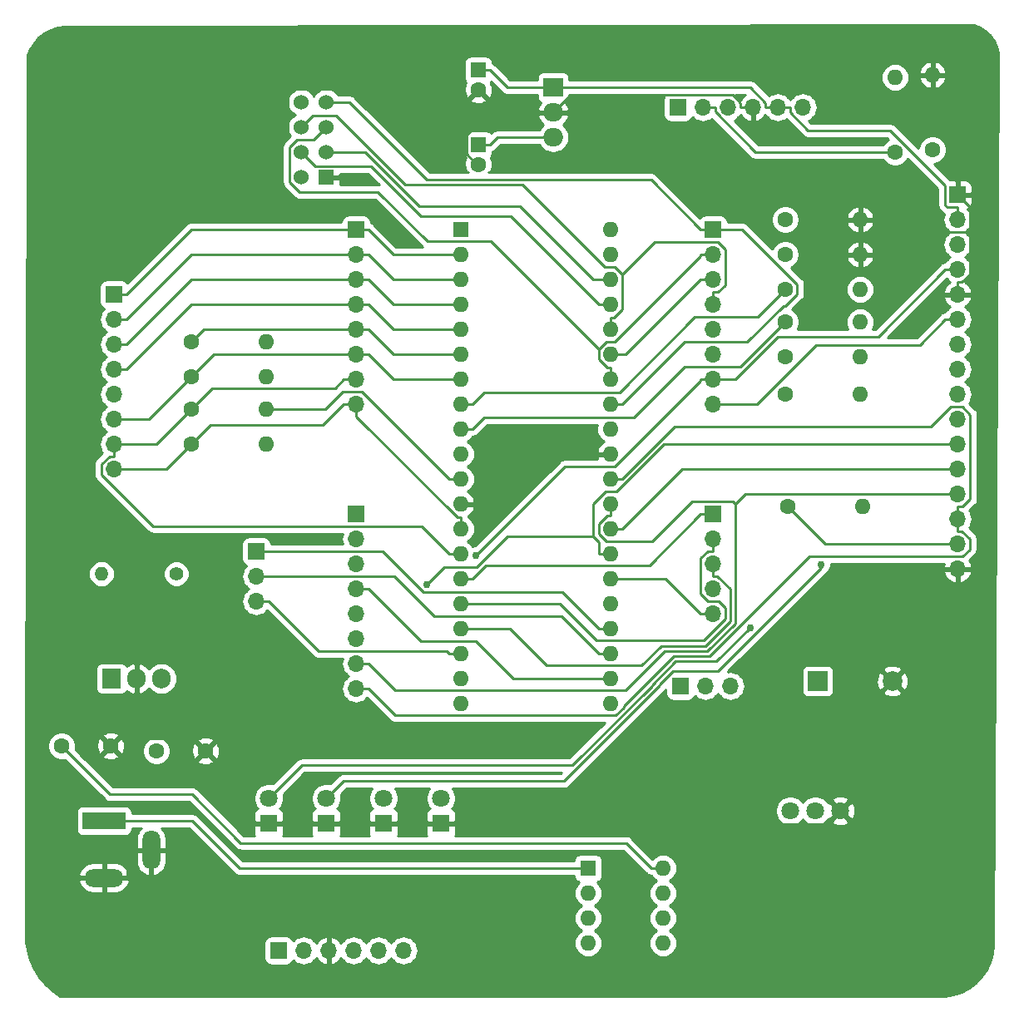
<source format=gtl>
G04 #@! TF.GenerationSoftware,KiCad,Pcbnew,5.1.1-8be2ce7~80~ubuntu18.04.1*
G04 #@! TF.CreationDate,2019-04-28T23:59:19-05:00*
G04 #@! TF.ProjectId,Proyecto,50726f79-6563-4746-9f2e-6b696361645f,rev?*
G04 #@! TF.SameCoordinates,Original*
G04 #@! TF.FileFunction,Copper,L1,Top*
G04 #@! TF.FilePolarity,Positive*
%FSLAX46Y46*%
G04 Gerber Fmt 4.6, Leading zero omitted, Abs format (unit mm)*
G04 Created by KiCad (PCBNEW 5.1.1-8be2ce7~80~ubuntu18.04.1) date 2019-04-28 23:59:19*
%MOMM*%
%LPD*%
G04 APERTURE LIST*
%ADD10C,1.600000*%
%ADD11R,1.600000X1.600000*%
%ADD12R,1.800000X1.800000*%
%ADD13C,1.800000*%
%ADD14R,1.700000X1.700000*%
%ADD15O,1.700000X1.700000*%
%ADD16O,1.600000X1.600000*%
%ADD17C,1.400000*%
%ADD18O,1.400000X1.400000*%
%ADD19R,1.524000X1.524000*%
%ADD20C,1.524000*%
%ADD21O,2.000000X1.905000*%
%ADD22R,2.000000X1.905000*%
%ADD23R,1.905000X2.000000*%
%ADD24O,1.905000X2.000000*%
%ADD25R,2.000000X2.000000*%
%ADD26C,2.000000*%
%ADD27O,1.800000X4.000000*%
%ADD28O,4.000000X1.800000*%
%ADD29R,4.400000X1.800000*%
%ADD30C,0.762000*%
%ADD31C,0.254000*%
G04 APERTURE END LIST*
D10*
X137922000Y-63246000D03*
D11*
X137922000Y-61246000D03*
X137922000Y-68834000D03*
D10*
X137922000Y-70834000D03*
X100504000Y-130048000D03*
X95504000Y-130048000D03*
X105156000Y-130556000D03*
X110156000Y-130556000D03*
D12*
X122428000Y-137922000D03*
D13*
X122428000Y-135382000D03*
X116586000Y-135382000D03*
D12*
X116586000Y-137922000D03*
D14*
X117602000Y-150876000D03*
D15*
X120142000Y-150876000D03*
X122682000Y-150876000D03*
X125222000Y-150876000D03*
X127762000Y-150876000D03*
X130302000Y-150876000D03*
D16*
X184150000Y-61722000D03*
D10*
X184150000Y-69342000D03*
D14*
X125476000Y-106426000D03*
D15*
X125476000Y-108966000D03*
X125476000Y-111506000D03*
X125476000Y-114046000D03*
X125476000Y-116586000D03*
X125476000Y-119126000D03*
X125476000Y-121666000D03*
X125476000Y-124206000D03*
D14*
X186690000Y-73914000D03*
D15*
X186690000Y-76454000D03*
X186690000Y-78994000D03*
X186690000Y-81534000D03*
X186690000Y-84074000D03*
X186690000Y-86614000D03*
X186690000Y-89154000D03*
X186690000Y-91694000D03*
X186690000Y-94234000D03*
X186690000Y-96774000D03*
X186690000Y-99314000D03*
X186690000Y-101854000D03*
X186690000Y-104394000D03*
X186690000Y-106934000D03*
X186690000Y-109474000D03*
X186690000Y-112014000D03*
D10*
X169164000Y-80010000D03*
D16*
X176784000Y-80010000D03*
X151384000Y-77470000D03*
X136144000Y-125730000D03*
X151384000Y-80010000D03*
X136144000Y-123190000D03*
X151384000Y-82550000D03*
X136144000Y-120650000D03*
X151384000Y-85090000D03*
X136144000Y-118110000D03*
X151384000Y-87630000D03*
X136144000Y-115570000D03*
X151384000Y-90170000D03*
X136144000Y-113030000D03*
X151384000Y-92710000D03*
X136144000Y-110490000D03*
X151384000Y-95250000D03*
X136144000Y-107950000D03*
X151384000Y-97790000D03*
X136144000Y-105410000D03*
X151384000Y-100330000D03*
X136144000Y-102870000D03*
X151384000Y-102870000D03*
X136144000Y-100330000D03*
X151384000Y-105410000D03*
X136144000Y-97790000D03*
X151384000Y-107950000D03*
X136144000Y-95250000D03*
X151384000Y-110490000D03*
X136144000Y-92710000D03*
X151384000Y-113030000D03*
X136144000Y-90170000D03*
X151384000Y-115570000D03*
X136144000Y-87630000D03*
X151384000Y-118110000D03*
X136144000Y-85090000D03*
X151384000Y-120650000D03*
X136144000Y-82550000D03*
X151384000Y-123190000D03*
X136144000Y-80010000D03*
X151384000Y-125730000D03*
D11*
X136144000Y-77470000D03*
D16*
X176784000Y-83566000D03*
D10*
X169164000Y-83566000D03*
D16*
X116332000Y-95758000D03*
D10*
X108712000Y-95758000D03*
D16*
X176784000Y-94234000D03*
D10*
X169164000Y-94234000D03*
D14*
X161798000Y-77470000D03*
D15*
X161798000Y-80010000D03*
X161798000Y-82550000D03*
X161798000Y-85090000D03*
X161798000Y-87630000D03*
X161798000Y-90170000D03*
X161798000Y-92710000D03*
X161798000Y-95250000D03*
D10*
X169164000Y-90424000D03*
D16*
X176784000Y-90424000D03*
D10*
X169418000Y-105664000D03*
D16*
X177038000Y-105664000D03*
D17*
X107188000Y-112522000D03*
D18*
X99568000Y-112522000D03*
D19*
X122428000Y-72136000D03*
D20*
X119888000Y-72136000D03*
X122428000Y-69596000D03*
X119888000Y-69596000D03*
X122428000Y-67056000D03*
X119888000Y-67056000D03*
X122428000Y-64516000D03*
X119888000Y-64516000D03*
D14*
X158496000Y-123952000D03*
D15*
X161036000Y-123952000D03*
X163576000Y-123952000D03*
D10*
X169164000Y-86868000D03*
D16*
X176784000Y-86868000D03*
D14*
X125476000Y-77470000D03*
D15*
X125476000Y-80010000D03*
X125476000Y-82550000D03*
X125476000Y-85090000D03*
X125476000Y-87630000D03*
X125476000Y-90170000D03*
X125476000Y-92710000D03*
X125476000Y-95250000D03*
D10*
X108712000Y-92456000D03*
D16*
X116332000Y-92456000D03*
D14*
X161798000Y-106426000D03*
D15*
X161798000Y-108966000D03*
X161798000Y-111506000D03*
X161798000Y-114046000D03*
X161798000Y-116586000D03*
D13*
X128270000Y-135382000D03*
D12*
X128270000Y-137922000D03*
X134112000Y-137922000D03*
D13*
X134112000Y-135382000D03*
D10*
X108712000Y-99314000D03*
D16*
X116332000Y-99314000D03*
D21*
X145542000Y-68072000D03*
X145542000Y-65532000D03*
D22*
X145542000Y-62992000D03*
D11*
X149098000Y-142494000D03*
D16*
X156718000Y-150114000D03*
X149098000Y-145034000D03*
X156718000Y-147574000D03*
X149098000Y-147574000D03*
X156718000Y-145034000D03*
X149098000Y-150114000D03*
X156718000Y-142494000D03*
X116332000Y-88900000D03*
D10*
X108712000Y-88900000D03*
D23*
X100584000Y-123190000D03*
D24*
X103124000Y-123190000D03*
X105664000Y-123190000D03*
D16*
X176784000Y-76454000D03*
D10*
X169164000Y-76454000D03*
D15*
X115316000Y-115316000D03*
X115316000Y-112776000D03*
D14*
X115316000Y-110236000D03*
X158242000Y-65024000D03*
D15*
X160782000Y-65024000D03*
X163322000Y-65024000D03*
X165862000Y-65024000D03*
X168402000Y-65024000D03*
X170942000Y-65024000D03*
D14*
X100838000Y-84074000D03*
D15*
X100838000Y-86614000D03*
X100838000Y-89154000D03*
X100838000Y-91694000D03*
X100838000Y-94234000D03*
X100838000Y-96774000D03*
X100838000Y-99314000D03*
X100838000Y-101854000D03*
D25*
X172466000Y-123444000D03*
D26*
X180066000Y-123444000D03*
D10*
X180340000Y-69596000D03*
D16*
X180340000Y-61976000D03*
D27*
X104622000Y-140668000D03*
D28*
X99822000Y-143468000D03*
D29*
X99822000Y-137668000D03*
D13*
X174752000Y-136652000D03*
X172212000Y-136652000D03*
X169672000Y-136652000D03*
D30*
X165576300Y-118014300D03*
X172775800Y-111628900D03*
X137665400Y-110678600D03*
X132657300Y-113594800D03*
D31*
X139614700Y-64938700D02*
X137922000Y-63246000D01*
X145542000Y-65532000D02*
X140208000Y-65532000D01*
X140208000Y-65532000D02*
X139614700Y-64938700D01*
X137922000Y-70834000D02*
X137774300Y-70834000D01*
X137774300Y-70834000D02*
X136716000Y-69775700D01*
X136716000Y-69775700D02*
X136716000Y-67837400D01*
X136716000Y-67837400D02*
X139614700Y-64938700D01*
X164630700Y-65024000D02*
X164630700Y-64562300D01*
X164630700Y-64562300D02*
X163861000Y-63792600D01*
X163861000Y-63792600D02*
X147281400Y-63792600D01*
X147281400Y-63792600D02*
X145542000Y-65532000D01*
X165862000Y-65024000D02*
X164630700Y-65024000D01*
X178562000Y-77050700D02*
X177965300Y-76454000D01*
X187930300Y-77724000D02*
X179235300Y-77724000D01*
X179235300Y-77724000D02*
X178562000Y-77050700D01*
X178562000Y-77050700D02*
X176784000Y-78828700D01*
X186690000Y-112014000D02*
X186690000Y-116820000D01*
X186690000Y-116820000D02*
X180066000Y-123444000D01*
X135393300Y-137922000D02*
X135482300Y-138011000D01*
X135482300Y-138011000D02*
X173393000Y-138011000D01*
X173393000Y-138011000D02*
X174752000Y-136652000D01*
X176784000Y-80010000D02*
X176784000Y-78828700D01*
X103124000Y-129319300D02*
X101232700Y-129319300D01*
X101232700Y-129319300D02*
X100504000Y-130048000D01*
X110156000Y-130556000D02*
X108919300Y-129319300D01*
X108919300Y-129319300D02*
X103124000Y-129319300D01*
X103124000Y-129319300D02*
X103124000Y-123190000D01*
X176784000Y-76454000D02*
X177965300Y-76454000D01*
X187930300Y-77724000D02*
X187930300Y-75154300D01*
X187930300Y-75154300D02*
X186690000Y-73914000D01*
X186690000Y-82842700D02*
X187151700Y-82842700D01*
X187151700Y-82842700D02*
X187930300Y-82064100D01*
X187930300Y-82064100D02*
X187930300Y-77724000D01*
X134112000Y-137922000D02*
X135393300Y-137922000D01*
X186690000Y-84074000D02*
X186690000Y-82842700D01*
X122428000Y-137922000D02*
X116586000Y-137922000D01*
X128270000Y-137922000D02*
X122428000Y-137922000D01*
X137325300Y-105410000D02*
X142405300Y-100330000D01*
X142405300Y-100330000D02*
X151384000Y-100330000D01*
X128270000Y-137922000D02*
X134112000Y-137922000D01*
X136144000Y-105410000D02*
X137325300Y-105410000D01*
X104622000Y-140668000D02*
X103340700Y-140668000D01*
X99822000Y-143468000D02*
X102203300Y-143468000D01*
X102203300Y-143468000D02*
X102203300Y-141805400D01*
X102203300Y-141805400D02*
X103340700Y-140668000D01*
X156718000Y-142494000D02*
X155536700Y-142494000D01*
X95504000Y-130048000D02*
X100438100Y-134982100D01*
X100438100Y-134982100D02*
X108813800Y-134982100D01*
X108813800Y-134982100D02*
X113747700Y-139916000D01*
X113747700Y-139916000D02*
X152958700Y-139916000D01*
X152958700Y-139916000D02*
X155536700Y-142494000D01*
X99822000Y-137668000D02*
X108784000Y-137668000D01*
X108784000Y-137668000D02*
X113610000Y-142494000D01*
X113610000Y-142494000D02*
X149098000Y-142494000D01*
X137922000Y-68834000D02*
X139103300Y-68834000D01*
X145542000Y-68072000D02*
X139865300Y-68072000D01*
X139865300Y-68072000D02*
X139103300Y-68834000D01*
X116586000Y-135382000D02*
X119939100Y-132028900D01*
X119939100Y-132028900D02*
X119939100Y-132028800D01*
X119939100Y-132028800D02*
X147502800Y-132028800D01*
X147502800Y-132028800D02*
X155579900Y-123951700D01*
X155579900Y-123951700D02*
X155579900Y-123852000D01*
X155579900Y-123852000D02*
X158015800Y-121416100D01*
X158015800Y-121416100D02*
X162174500Y-121416100D01*
X162174500Y-121416100D02*
X165576300Y-118014300D01*
X122428000Y-135382000D02*
X124190200Y-133619800D01*
X124190200Y-133619800D02*
X146630800Y-133619800D01*
X146630800Y-133619800D02*
X156342300Y-123908300D01*
X156342300Y-123908300D02*
X156342300Y-123818200D01*
X156342300Y-123818200D02*
X157727800Y-122432700D01*
X157727800Y-122432700D02*
X162282700Y-122432700D01*
X162282700Y-122432700D02*
X172775800Y-111939600D01*
X172775800Y-111939600D02*
X172775800Y-111628900D01*
X186690000Y-86614000D02*
X185458700Y-86614000D01*
X161798000Y-95250000D02*
X166293800Y-95250000D01*
X166293800Y-95250000D02*
X172320700Y-89223100D01*
X172320700Y-89223100D02*
X182849600Y-89223100D01*
X182849600Y-89223100D02*
X185458700Y-86614000D01*
X160566700Y-92710000D02*
X160566700Y-92863900D01*
X160566700Y-92863900D02*
X151830600Y-101600000D01*
X151830600Y-101600000D02*
X146744000Y-101600000D01*
X146744000Y-101600000D02*
X137665400Y-110678600D01*
X161798000Y-92710000D02*
X160566700Y-92710000D01*
X185458700Y-81534000D02*
X178641300Y-88351400D01*
X178641300Y-88351400D02*
X168399500Y-88351400D01*
X168399500Y-88351400D02*
X164040900Y-92710000D01*
X164040900Y-92710000D02*
X161798000Y-92710000D01*
X186690000Y-81534000D02*
X185458700Y-81534000D01*
X151384000Y-110490000D02*
X150202700Y-110490000D01*
X149643300Y-108749300D02*
X149643300Y-105403400D01*
X149643300Y-105403400D02*
X150906700Y-104140000D01*
X150906700Y-104140000D02*
X152014300Y-104140000D01*
X152014300Y-104140000D02*
X156840300Y-99314000D01*
X156840300Y-99314000D02*
X186690000Y-99314000D01*
X150202700Y-110490000D02*
X150202700Y-109308700D01*
X150202700Y-109308700D02*
X149643300Y-108749300D01*
X132657300Y-113594800D02*
X134422200Y-111829900D01*
X134422200Y-111829900D02*
X137760900Y-111829900D01*
X137760900Y-111829900D02*
X140841500Y-108749300D01*
X140841500Y-108749300D02*
X149643300Y-108749300D01*
X152565300Y-107950000D02*
X158661300Y-101854000D01*
X158661300Y-101854000D02*
X186690000Y-101854000D01*
X151384000Y-107950000D02*
X152565300Y-107950000D01*
X164078200Y-105418100D02*
X165102300Y-104394000D01*
X165102300Y-104394000D02*
X186690000Y-104394000D01*
X126707300Y-121666000D02*
X129437800Y-124396500D01*
X129437800Y-124396500D02*
X152900200Y-124396500D01*
X152900200Y-124396500D02*
X156897200Y-120399500D01*
X156897200Y-120399500D02*
X161239000Y-120399500D01*
X161239000Y-120399500D02*
X164078200Y-117560300D01*
X164078200Y-117560300D02*
X164078200Y-105418100D01*
X151384000Y-106591300D02*
X151016000Y-106591300D01*
X151016000Y-106591300D02*
X150200600Y-107406700D01*
X150200600Y-107406700D02*
X150200600Y-108466100D01*
X150200600Y-108466100D02*
X150954500Y-109220000D01*
X150954500Y-109220000D02*
X155631100Y-109220000D01*
X155631100Y-109220000D02*
X159703000Y-105148100D01*
X159703000Y-105148100D02*
X163808200Y-105148100D01*
X163808200Y-105148100D02*
X164078200Y-105418100D01*
X125476000Y-121666000D02*
X126707300Y-121666000D01*
X151384000Y-105410000D02*
X151384000Y-106591300D01*
X126707300Y-124206000D02*
X129413000Y-126911700D01*
X129413000Y-126911700D02*
X151900900Y-126911700D01*
X151900900Y-126911700D02*
X152702100Y-126110500D01*
X152702100Y-126110500D02*
X152702100Y-125987400D01*
X152702100Y-125987400D02*
X157781700Y-120907800D01*
X157781700Y-120907800D02*
X161449400Y-120907800D01*
X161449400Y-120907800D02*
X171613300Y-110743900D01*
X171613300Y-110743900D02*
X187226500Y-110743900D01*
X187226500Y-110743900D02*
X187923600Y-110046800D01*
X187923600Y-110046800D02*
X187923600Y-108937200D01*
X187923600Y-108937200D02*
X187151700Y-108165300D01*
X187151700Y-108165300D02*
X186690000Y-108165300D01*
X186690000Y-106934000D02*
X186690000Y-108165300D01*
X186690000Y-106934000D02*
X186690000Y-106762500D01*
X125476000Y-124206000D02*
X126707300Y-124206000D01*
X152565300Y-102870000D02*
X157938500Y-97496800D01*
X157938500Y-97496800D02*
X184013000Y-97496800D01*
X184013000Y-97496800D02*
X186005800Y-95504000D01*
X186005800Y-95504000D02*
X187165800Y-95504000D01*
X187165800Y-95504000D02*
X187991800Y-96330000D01*
X187991800Y-96330000D02*
X187991800Y-104911100D01*
X187991800Y-104911100D02*
X187200200Y-105702700D01*
X187200200Y-105702700D02*
X186690000Y-105702700D01*
X186690000Y-106762500D02*
X186690000Y-105702700D01*
X151384000Y-102870000D02*
X152565300Y-102870000D01*
X169418000Y-105664000D02*
X173228000Y-109474000D01*
X173228000Y-109474000D02*
X186690000Y-109474000D01*
X125476000Y-77470000D02*
X126707300Y-77470000D01*
X126707300Y-77470000D02*
X129247300Y-80010000D01*
X129247300Y-80010000D02*
X136144000Y-80010000D01*
X102069300Y-84074000D02*
X108673300Y-77470000D01*
X108673300Y-77470000D02*
X125476000Y-77470000D01*
X100838000Y-84074000D02*
X102069300Y-84074000D01*
X125476000Y-80010000D02*
X126707300Y-80010000D01*
X136144000Y-82550000D02*
X129247300Y-82550000D01*
X129247300Y-82550000D02*
X126707300Y-80010000D01*
X102069300Y-86614000D02*
X108673300Y-80010000D01*
X108673300Y-80010000D02*
X125476000Y-80010000D01*
X100838000Y-86614000D02*
X102069300Y-86614000D01*
X125476000Y-82550000D02*
X126707300Y-82550000D01*
X136144000Y-85090000D02*
X129247300Y-85090000D01*
X129247300Y-85090000D02*
X126707300Y-82550000D01*
X102069300Y-89154000D02*
X108673300Y-82550000D01*
X108673300Y-82550000D02*
X125476000Y-82550000D01*
X100838000Y-89154000D02*
X102069300Y-89154000D01*
X125476000Y-85090000D02*
X126707300Y-85090000D01*
X136144000Y-87630000D02*
X129247300Y-87630000D01*
X129247300Y-87630000D02*
X126707300Y-85090000D01*
X102069300Y-91694000D02*
X108673300Y-85090000D01*
X108673300Y-85090000D02*
X125476000Y-85090000D01*
X100838000Y-91694000D02*
X102069300Y-91694000D01*
X125476000Y-87630000D02*
X126707300Y-87630000D01*
X126707300Y-87630000D02*
X129247300Y-90170000D01*
X129247300Y-90170000D02*
X136144000Y-90170000D01*
X108712000Y-88900000D02*
X109982000Y-87630000D01*
X109982000Y-87630000D02*
X125476000Y-87630000D01*
X125476000Y-90170000D02*
X126707300Y-90170000D01*
X126707300Y-90170000D02*
X129247300Y-92710000D01*
X129247300Y-92710000D02*
X136144000Y-92710000D01*
X108712000Y-92456000D02*
X110998000Y-90170000D01*
X110998000Y-90170000D02*
X125476000Y-90170000D01*
X100838000Y-96774000D02*
X104394000Y-96774000D01*
X104394000Y-96774000D02*
X108712000Y-92456000D01*
X136144000Y-110490000D02*
X134962700Y-110490000D01*
X100838000Y-100545300D02*
X100376300Y-100545300D01*
X100376300Y-100545300D02*
X99596000Y-101325600D01*
X99596000Y-101325600D02*
X99596000Y-102443200D01*
X99596000Y-102443200D02*
X104810200Y-107657400D01*
X104810200Y-107657400D02*
X132130100Y-107657400D01*
X132130100Y-107657400D02*
X134962700Y-110490000D01*
X100838000Y-99314000D02*
X100838000Y-100545300D01*
X108712000Y-95758000D02*
X105156000Y-99314000D01*
X105156000Y-99314000D02*
X100838000Y-99314000D01*
X125476000Y-92710000D02*
X124244700Y-92710000D01*
X124244700Y-92710000D02*
X123317300Y-93637400D01*
X123317300Y-93637400D02*
X110832600Y-93637400D01*
X110832600Y-93637400D02*
X108712000Y-95758000D01*
X125476000Y-95250000D02*
X125476000Y-96481300D01*
X136144000Y-107950000D02*
X136144000Y-106768700D01*
X136144000Y-106768700D02*
X135763400Y-106768700D01*
X135763400Y-106768700D02*
X125476000Y-96481300D01*
X125476000Y-95250000D02*
X124244700Y-95250000D01*
X108712000Y-99314000D02*
X110646700Y-97379300D01*
X110646700Y-97379300D02*
X122115400Y-97379300D01*
X122115400Y-97379300D02*
X124244700Y-95250000D01*
X100838000Y-101854000D02*
X106172000Y-101854000D01*
X106172000Y-101854000D02*
X108712000Y-99314000D01*
X160782000Y-65024000D02*
X162013300Y-65024000D01*
X162013300Y-65024000D02*
X162013300Y-65485700D01*
X162013300Y-65485700D02*
X166123600Y-69596000D01*
X166123600Y-69596000D02*
X180340000Y-69596000D01*
X161798000Y-116586000D02*
X160566700Y-116586000D01*
X151384000Y-113030000D02*
X157010700Y-113030000D01*
X157010700Y-113030000D02*
X160566700Y-116586000D01*
X137325300Y-113030000D02*
X138683900Y-111671400D01*
X138683900Y-111671400D02*
X155321300Y-111671400D01*
X155321300Y-111671400D02*
X160566700Y-106426000D01*
X136144000Y-113030000D02*
X137325300Y-113030000D01*
X161798000Y-106426000D02*
X160566700Y-106426000D01*
X161798000Y-108966000D02*
X161798000Y-110197300D01*
X136144000Y-115570000D02*
X146253200Y-115570000D01*
X146253200Y-115570000D02*
X149976300Y-119293100D01*
X149976300Y-119293100D02*
X160836200Y-119293100D01*
X160836200Y-119293100D02*
X163061600Y-117067700D01*
X163061600Y-117067700D02*
X163061600Y-115994000D01*
X163061600Y-115994000D02*
X162383600Y-115316000D01*
X162383600Y-115316000D02*
X161309500Y-115316000D01*
X161309500Y-115316000D02*
X160540700Y-114547200D01*
X160540700Y-114547200D02*
X160540700Y-110944400D01*
X160540700Y-110944400D02*
X161287800Y-110197300D01*
X161287800Y-110197300D02*
X161798000Y-110197300D01*
X137325300Y-95250000D02*
X138506600Y-94068700D01*
X138506600Y-94068700D02*
X152285600Y-94068700D01*
X152285600Y-94068700D02*
X159955700Y-86398600D01*
X159955700Y-86398600D02*
X166331400Y-86398600D01*
X166331400Y-86398600D02*
X169164000Y-83566000D01*
X136144000Y-95250000D02*
X137325300Y-95250000D01*
X136144000Y-97790000D02*
X137325300Y-97790000D01*
X137325300Y-97790000D02*
X138506600Y-96608700D01*
X138506600Y-96608700D02*
X153787500Y-96608700D01*
X153787500Y-96608700D02*
X158956200Y-91440000D01*
X158956200Y-91440000D02*
X164592000Y-91440000D01*
X164592000Y-91440000D02*
X169164000Y-86868000D01*
X136144000Y-118110000D02*
X141159000Y-118110000D01*
X141159000Y-118110000D02*
X144903000Y-121854000D01*
X144903000Y-121854000D02*
X154551700Y-121854000D01*
X154551700Y-121854000D02*
X156514500Y-119891200D01*
X156514500Y-119891200D02*
X161028500Y-119891200D01*
X161028500Y-119891200D02*
X163569900Y-117349800D01*
X163569900Y-117349800D02*
X163569900Y-114047500D01*
X163569900Y-114047500D02*
X162259700Y-112737300D01*
X162259700Y-112737300D02*
X161798000Y-112737300D01*
X161798000Y-111506000D02*
X161798000Y-112737300D01*
X122428000Y-69596000D02*
X126406000Y-69596000D01*
X126406000Y-69596000D02*
X131906000Y-75096000D01*
X131906000Y-75096000D02*
X142158000Y-75096000D01*
X142158000Y-75096000D02*
X149612000Y-82550000D01*
X149612000Y-82550000D02*
X151384000Y-82550000D01*
X119888000Y-69596000D02*
X121284700Y-70992700D01*
X121284700Y-70992700D02*
X126996900Y-70992700D01*
X126996900Y-70992700D02*
X132080700Y-76076500D01*
X132080700Y-76076500D02*
X141189200Y-76076500D01*
X141189200Y-76076500D02*
X150202700Y-85090000D01*
X151384000Y-85090000D02*
X150202700Y-85090000D01*
X122428000Y-67056000D02*
X121158000Y-68326000D01*
X121158000Y-68326000D02*
X119489700Y-68326000D01*
X119489700Y-68326000D02*
X118737500Y-69078200D01*
X118737500Y-69078200D02*
X118737500Y-72677500D01*
X118737500Y-72677500D02*
X119699000Y-73639000D01*
X119699000Y-73639000D02*
X127712000Y-73639000D01*
X127712000Y-73639000D02*
X132724400Y-78651400D01*
X132724400Y-78651400D02*
X139182900Y-78651400D01*
X139182900Y-78651400D02*
X150188900Y-89657400D01*
X150188900Y-89657400D02*
X150946300Y-88900000D01*
X150946300Y-88900000D02*
X151804200Y-88900000D01*
X151804200Y-88900000D02*
X160566700Y-80137500D01*
X160566700Y-80137500D02*
X160566700Y-80010000D01*
X151384000Y-91528700D02*
X151014800Y-91528700D01*
X151014800Y-91528700D02*
X150188900Y-90702800D01*
X150188900Y-90702800D02*
X150188900Y-89657400D01*
X161798000Y-80010000D02*
X160566700Y-80010000D01*
X151384000Y-92710000D02*
X151384000Y-91528700D01*
X152567500Y-82038500D02*
X152567500Y-85632300D01*
X152567500Y-85632300D02*
X151751100Y-86448700D01*
X151751100Y-86448700D02*
X151384000Y-86448700D01*
X119888000Y-67056000D02*
X121033600Y-65910400D01*
X121033600Y-65910400D02*
X123439400Y-65910400D01*
X123439400Y-65910400D02*
X130450100Y-72921100D01*
X130450100Y-72921100D02*
X142440900Y-72921100D01*
X142440900Y-72921100D02*
X150799800Y-81280000D01*
X150799800Y-81280000D02*
X151809000Y-81280000D01*
X151809000Y-81280000D02*
X152567500Y-82038500D01*
X152567500Y-82038500D02*
X155847800Y-78758200D01*
X155847800Y-78758200D02*
X162294200Y-78758200D01*
X162294200Y-78758200D02*
X163055800Y-79519800D01*
X163055800Y-79519800D02*
X163055800Y-83111100D01*
X163055800Y-83111100D02*
X162308200Y-83858700D01*
X162308200Y-83858700D02*
X161798000Y-83858700D01*
X161798000Y-85090000D02*
X161798000Y-83858700D01*
X151384000Y-87630000D02*
X151384000Y-86448700D01*
X160566700Y-77470000D02*
X155509400Y-72412700D01*
X155509400Y-72412700D02*
X132655100Y-72412700D01*
X132655100Y-72412700D02*
X124758400Y-64516000D01*
X124758400Y-64516000D02*
X122428000Y-64516000D01*
X151384000Y-95250000D02*
X152565300Y-95250000D01*
X161798000Y-77470000D02*
X164790900Y-77470000D01*
X164790900Y-77470000D02*
X170364900Y-83044000D01*
X170364900Y-83044000D02*
X170364900Y-84038900D01*
X170364900Y-84038900D02*
X169186800Y-85217000D01*
X169186800Y-85217000D02*
X168960800Y-85217000D01*
X168960800Y-85217000D02*
X165277800Y-88900000D01*
X165277800Y-88900000D02*
X158915300Y-88900000D01*
X158915300Y-88900000D02*
X152565300Y-95250000D01*
X161798000Y-77470000D02*
X160566700Y-77470000D01*
X161798000Y-82550000D02*
X160566700Y-82550000D01*
X151384000Y-90170000D02*
X152946700Y-90170000D01*
X152946700Y-90170000D02*
X160566700Y-82550000D01*
X151384000Y-123190000D02*
X141448400Y-123190000D01*
X141448400Y-123190000D02*
X137638400Y-119380000D01*
X137638400Y-119380000D02*
X132041300Y-119380000D01*
X132041300Y-119380000D02*
X126707300Y-114046000D01*
X125476000Y-114046000D02*
X126707300Y-114046000D01*
X134962700Y-102870000D02*
X126072700Y-93980000D01*
X126072700Y-93980000D02*
X124094800Y-93980000D01*
X124094800Y-93980000D02*
X122316800Y-95758000D01*
X122316800Y-95758000D02*
X116332000Y-95758000D01*
X136144000Y-102870000D02*
X134962700Y-102870000D01*
X168402000Y-65024000D02*
X169633300Y-65024000D01*
X186690000Y-76454000D02*
X186690000Y-75222700D01*
X186690000Y-75222700D02*
X185689500Y-75222700D01*
X185689500Y-75222700D02*
X185458700Y-74991900D01*
X185458700Y-74991900D02*
X185458700Y-73018200D01*
X185458700Y-73018200D02*
X179825800Y-67385300D01*
X179825800Y-67385300D02*
X171484400Y-67385300D01*
X171484400Y-67385300D02*
X169633300Y-65534200D01*
X169633300Y-65534200D02*
X169633300Y-65024000D01*
X137922000Y-61246000D02*
X139103300Y-61246000D01*
X145542000Y-62992000D02*
X140849300Y-62992000D01*
X140849300Y-62992000D02*
X139103300Y-61246000D01*
X167170700Y-65024000D02*
X167170700Y-64562300D01*
X167170700Y-64562300D02*
X165600400Y-62992000D01*
X165600400Y-62992000D02*
X145542000Y-62992000D01*
X168402000Y-65024000D02*
X167170700Y-65024000D01*
X136144000Y-120650000D02*
X134962700Y-120650000D01*
X115316000Y-115316000D02*
X116547300Y-115316000D01*
X116547300Y-115316000D02*
X121627300Y-120396000D01*
X121627300Y-120396000D02*
X134708700Y-120396000D01*
X134708700Y-120396000D02*
X134962700Y-120650000D01*
X151384000Y-120650000D02*
X150202700Y-120650000D01*
X115316000Y-112776000D02*
X129330700Y-112776000D01*
X129330700Y-112776000D02*
X133394700Y-116840000D01*
X133394700Y-116840000D02*
X146392700Y-116840000D01*
X146392700Y-116840000D02*
X150202700Y-120650000D01*
X115316000Y-110236000D02*
X128220500Y-110236000D01*
X128220500Y-110236000D02*
X132341600Y-114357100D01*
X132341600Y-114357100D02*
X146449800Y-114357100D01*
X146449800Y-114357100D02*
X150202700Y-118110000D01*
X151384000Y-118110000D02*
X150202700Y-118110000D01*
G36*
X188953328Y-56883659D02*
G01*
X189519159Y-57233553D01*
X190006249Y-57686682D01*
X190396054Y-58225800D01*
X190673719Y-58830358D01*
X190828668Y-59477330D01*
X190856143Y-60170850D01*
X190344044Y-150298997D01*
X190240138Y-151180708D01*
X190001049Y-152018859D01*
X189631037Y-152807992D01*
X189139612Y-153527825D01*
X188539425Y-154159825D01*
X187845910Y-154687739D01*
X187076915Y-155097980D01*
X186252219Y-155379997D01*
X185381291Y-155528537D01*
X184897441Y-155549997D01*
X95353966Y-155528596D01*
X94635039Y-155047409D01*
X93876695Y-154367108D01*
X93221769Y-153586738D01*
X92683334Y-152721880D01*
X92272129Y-151789780D01*
X91996360Y-150809035D01*
X91891810Y-150026000D01*
X116113928Y-150026000D01*
X116113928Y-151726000D01*
X116126188Y-151850482D01*
X116162498Y-151970180D01*
X116221463Y-152080494D01*
X116300815Y-152177185D01*
X116397506Y-152256537D01*
X116507820Y-152315502D01*
X116627518Y-152351812D01*
X116752000Y-152364072D01*
X118452000Y-152364072D01*
X118576482Y-152351812D01*
X118696180Y-152315502D01*
X118806494Y-152256537D01*
X118903185Y-152177185D01*
X118982537Y-152080494D01*
X119041502Y-151970180D01*
X119062393Y-151901313D01*
X119086866Y-151931134D01*
X119312986Y-152116706D01*
X119570966Y-152254599D01*
X119850889Y-152339513D01*
X120069050Y-152361000D01*
X120214950Y-152361000D01*
X120433111Y-152339513D01*
X120713034Y-152254599D01*
X120971014Y-152116706D01*
X121197134Y-151931134D01*
X121382706Y-151705014D01*
X121417201Y-151640477D01*
X121486822Y-151757355D01*
X121681731Y-151973588D01*
X121915080Y-152147641D01*
X122177901Y-152272825D01*
X122325110Y-152317476D01*
X122555000Y-152196155D01*
X122555000Y-151003000D01*
X122535000Y-151003000D01*
X122535000Y-150749000D01*
X122555000Y-150749000D01*
X122555000Y-149555845D01*
X122809000Y-149555845D01*
X122809000Y-150749000D01*
X122829000Y-150749000D01*
X122829000Y-151003000D01*
X122809000Y-151003000D01*
X122809000Y-152196155D01*
X123038890Y-152317476D01*
X123186099Y-152272825D01*
X123448920Y-152147641D01*
X123682269Y-151973588D01*
X123877178Y-151757355D01*
X123946799Y-151640477D01*
X123981294Y-151705014D01*
X124166866Y-151931134D01*
X124392986Y-152116706D01*
X124650966Y-152254599D01*
X124930889Y-152339513D01*
X125149050Y-152361000D01*
X125294950Y-152361000D01*
X125513111Y-152339513D01*
X125793034Y-152254599D01*
X126051014Y-152116706D01*
X126277134Y-151931134D01*
X126462706Y-151705014D01*
X126492000Y-151650209D01*
X126521294Y-151705014D01*
X126706866Y-151931134D01*
X126932986Y-152116706D01*
X127190966Y-152254599D01*
X127470889Y-152339513D01*
X127689050Y-152361000D01*
X127834950Y-152361000D01*
X128053111Y-152339513D01*
X128333034Y-152254599D01*
X128591014Y-152116706D01*
X128817134Y-151931134D01*
X129002706Y-151705014D01*
X129032000Y-151650209D01*
X129061294Y-151705014D01*
X129246866Y-151931134D01*
X129472986Y-152116706D01*
X129730966Y-152254599D01*
X130010889Y-152339513D01*
X130229050Y-152361000D01*
X130374950Y-152361000D01*
X130593111Y-152339513D01*
X130873034Y-152254599D01*
X131131014Y-152116706D01*
X131357134Y-151931134D01*
X131542706Y-151705014D01*
X131680599Y-151447034D01*
X131765513Y-151167111D01*
X131794185Y-150876000D01*
X131765513Y-150584889D01*
X131680599Y-150304966D01*
X131542706Y-150046986D01*
X131357134Y-149820866D01*
X131131014Y-149635294D01*
X130873034Y-149497401D01*
X130593111Y-149412487D01*
X130374950Y-149391000D01*
X130229050Y-149391000D01*
X130010889Y-149412487D01*
X129730966Y-149497401D01*
X129472986Y-149635294D01*
X129246866Y-149820866D01*
X129061294Y-150046986D01*
X129032000Y-150101791D01*
X129002706Y-150046986D01*
X128817134Y-149820866D01*
X128591014Y-149635294D01*
X128333034Y-149497401D01*
X128053111Y-149412487D01*
X127834950Y-149391000D01*
X127689050Y-149391000D01*
X127470889Y-149412487D01*
X127190966Y-149497401D01*
X126932986Y-149635294D01*
X126706866Y-149820866D01*
X126521294Y-150046986D01*
X126492000Y-150101791D01*
X126462706Y-150046986D01*
X126277134Y-149820866D01*
X126051014Y-149635294D01*
X125793034Y-149497401D01*
X125513111Y-149412487D01*
X125294950Y-149391000D01*
X125149050Y-149391000D01*
X124930889Y-149412487D01*
X124650966Y-149497401D01*
X124392986Y-149635294D01*
X124166866Y-149820866D01*
X123981294Y-150046986D01*
X123946799Y-150111523D01*
X123877178Y-149994645D01*
X123682269Y-149778412D01*
X123448920Y-149604359D01*
X123186099Y-149479175D01*
X123038890Y-149434524D01*
X122809000Y-149555845D01*
X122555000Y-149555845D01*
X122325110Y-149434524D01*
X122177901Y-149479175D01*
X121915080Y-149604359D01*
X121681731Y-149778412D01*
X121486822Y-149994645D01*
X121417201Y-150111523D01*
X121382706Y-150046986D01*
X121197134Y-149820866D01*
X120971014Y-149635294D01*
X120713034Y-149497401D01*
X120433111Y-149412487D01*
X120214950Y-149391000D01*
X120069050Y-149391000D01*
X119850889Y-149412487D01*
X119570966Y-149497401D01*
X119312986Y-149635294D01*
X119086866Y-149820866D01*
X119062393Y-149850687D01*
X119041502Y-149781820D01*
X118982537Y-149671506D01*
X118903185Y-149574815D01*
X118806494Y-149495463D01*
X118696180Y-149436498D01*
X118576482Y-149400188D01*
X118452000Y-149387928D01*
X116752000Y-149387928D01*
X116627518Y-149400188D01*
X116507820Y-149436498D01*
X116397506Y-149495463D01*
X116300815Y-149574815D01*
X116221463Y-149671506D01*
X116162498Y-149781820D01*
X116126188Y-149901518D01*
X116113928Y-150026000D01*
X91891810Y-150026000D01*
X91859792Y-149786207D01*
X91846022Y-149342471D01*
X91857666Y-143832740D01*
X97230964Y-143832740D01*
X97255245Y-143938087D01*
X97375138Y-144215204D01*
X97546790Y-144463606D01*
X97763604Y-144673748D01*
X98017249Y-144837554D01*
X98297977Y-144948729D01*
X98595000Y-145003000D01*
X99695000Y-145003000D01*
X99695000Y-143595000D01*
X99949000Y-143595000D01*
X99949000Y-145003000D01*
X101049000Y-145003000D01*
X101346023Y-144948729D01*
X101626751Y-144837554D01*
X101880396Y-144673748D01*
X102097210Y-144463606D01*
X102268862Y-144215204D01*
X102388755Y-143938087D01*
X102413036Y-143832740D01*
X102292378Y-143595000D01*
X99949000Y-143595000D01*
X99695000Y-143595000D01*
X97351622Y-143595000D01*
X97230964Y-143832740D01*
X91857666Y-143832740D01*
X91859207Y-143103260D01*
X97230964Y-143103260D01*
X97351622Y-143341000D01*
X99695000Y-143341000D01*
X99695000Y-141933000D01*
X99949000Y-141933000D01*
X99949000Y-143341000D01*
X102292378Y-143341000D01*
X102413036Y-143103260D01*
X102388755Y-142997913D01*
X102268862Y-142720796D01*
X102097210Y-142472394D01*
X101880396Y-142262252D01*
X101626751Y-142098446D01*
X101346023Y-141987271D01*
X101049000Y-141933000D01*
X99949000Y-141933000D01*
X99695000Y-141933000D01*
X98595000Y-141933000D01*
X98297977Y-141987271D01*
X98017249Y-142098446D01*
X97763604Y-142262252D01*
X97546790Y-142472394D01*
X97375138Y-142720796D01*
X97255245Y-142997913D01*
X97230964Y-143103260D01*
X91859207Y-143103260D01*
X91864085Y-140795000D01*
X103087000Y-140795000D01*
X103087000Y-141895000D01*
X103141271Y-142192023D01*
X103252446Y-142472751D01*
X103416252Y-142726396D01*
X103626394Y-142943210D01*
X103874796Y-143114862D01*
X104151913Y-143234755D01*
X104257260Y-143259036D01*
X104495000Y-143138378D01*
X104495000Y-140795000D01*
X104749000Y-140795000D01*
X104749000Y-143138378D01*
X104986740Y-143259036D01*
X105092087Y-143234755D01*
X105369204Y-143114862D01*
X105617606Y-142943210D01*
X105827748Y-142726396D01*
X105991554Y-142472751D01*
X106102729Y-142192023D01*
X106157000Y-141895000D01*
X106157000Y-140795000D01*
X104749000Y-140795000D01*
X104495000Y-140795000D01*
X103087000Y-140795000D01*
X91864085Y-140795000D01*
X91872597Y-136768000D01*
X96983928Y-136768000D01*
X96983928Y-138568000D01*
X96996188Y-138692482D01*
X97032498Y-138812180D01*
X97091463Y-138922494D01*
X97170815Y-139019185D01*
X97267506Y-139098537D01*
X97377820Y-139157502D01*
X97497518Y-139193812D01*
X97622000Y-139206072D01*
X102022000Y-139206072D01*
X102146482Y-139193812D01*
X102266180Y-139157502D01*
X102376494Y-139098537D01*
X102473185Y-139019185D01*
X102552537Y-138922494D01*
X102611502Y-138812180D01*
X102647812Y-138692482D01*
X102660072Y-138568000D01*
X102660072Y-138430000D01*
X103590329Y-138430000D01*
X103416252Y-138609604D01*
X103252446Y-138863249D01*
X103141271Y-139143977D01*
X103087000Y-139441000D01*
X103087000Y-140541000D01*
X104495000Y-140541000D01*
X104495000Y-140521000D01*
X104749000Y-140521000D01*
X104749000Y-140541000D01*
X106157000Y-140541000D01*
X106157000Y-139441000D01*
X106102729Y-139143977D01*
X105991554Y-138863249D01*
X105827748Y-138609604D01*
X105653671Y-138430000D01*
X108468370Y-138430000D01*
X113044716Y-143006346D01*
X113068578Y-143035422D01*
X113142219Y-143095857D01*
X113184607Y-143130645D01*
X113199075Y-143138378D01*
X113316985Y-143201402D01*
X113460622Y-143244974D01*
X113572574Y-143256000D01*
X113572577Y-143256000D01*
X113610000Y-143259686D01*
X113647423Y-143256000D01*
X147659928Y-143256000D01*
X147659928Y-143294000D01*
X147672188Y-143418482D01*
X147708498Y-143538180D01*
X147767463Y-143648494D01*
X147846815Y-143745185D01*
X147943506Y-143824537D01*
X148053820Y-143883502D01*
X148173518Y-143919812D01*
X148191482Y-143921581D01*
X148078392Y-144014392D01*
X147899068Y-144232899D01*
X147765818Y-144482192D01*
X147683764Y-144752691D01*
X147656057Y-145034000D01*
X147683764Y-145315309D01*
X147765818Y-145585808D01*
X147899068Y-145835101D01*
X148078392Y-146053608D01*
X148296899Y-146232932D01*
X148429858Y-146304000D01*
X148296899Y-146375068D01*
X148078392Y-146554392D01*
X147899068Y-146772899D01*
X147765818Y-147022192D01*
X147683764Y-147292691D01*
X147656057Y-147574000D01*
X147683764Y-147855309D01*
X147765818Y-148125808D01*
X147899068Y-148375101D01*
X148078392Y-148593608D01*
X148296899Y-148772932D01*
X148429858Y-148844000D01*
X148296899Y-148915068D01*
X148078392Y-149094392D01*
X147899068Y-149312899D01*
X147765818Y-149562192D01*
X147683764Y-149832691D01*
X147656057Y-150114000D01*
X147683764Y-150395309D01*
X147765818Y-150665808D01*
X147899068Y-150915101D01*
X148078392Y-151133608D01*
X148296899Y-151312932D01*
X148546192Y-151446182D01*
X148816691Y-151528236D01*
X149027508Y-151549000D01*
X149168492Y-151549000D01*
X149379309Y-151528236D01*
X149649808Y-151446182D01*
X149899101Y-151312932D01*
X150117608Y-151133608D01*
X150296932Y-150915101D01*
X150430182Y-150665808D01*
X150512236Y-150395309D01*
X150539943Y-150114000D01*
X150512236Y-149832691D01*
X150430182Y-149562192D01*
X150296932Y-149312899D01*
X150117608Y-149094392D01*
X149899101Y-148915068D01*
X149766142Y-148844000D01*
X149899101Y-148772932D01*
X150117608Y-148593608D01*
X150296932Y-148375101D01*
X150430182Y-148125808D01*
X150512236Y-147855309D01*
X150539943Y-147574000D01*
X150512236Y-147292691D01*
X150430182Y-147022192D01*
X150296932Y-146772899D01*
X150117608Y-146554392D01*
X149899101Y-146375068D01*
X149766142Y-146304000D01*
X149899101Y-146232932D01*
X150117608Y-146053608D01*
X150296932Y-145835101D01*
X150430182Y-145585808D01*
X150512236Y-145315309D01*
X150539943Y-145034000D01*
X150512236Y-144752691D01*
X150430182Y-144482192D01*
X150296932Y-144232899D01*
X150117608Y-144014392D01*
X150004518Y-143921581D01*
X150022482Y-143919812D01*
X150142180Y-143883502D01*
X150252494Y-143824537D01*
X150349185Y-143745185D01*
X150428537Y-143648494D01*
X150487502Y-143538180D01*
X150523812Y-143418482D01*
X150536072Y-143294000D01*
X150536072Y-141694000D01*
X150523812Y-141569518D01*
X150487502Y-141449820D01*
X150428537Y-141339506D01*
X150349185Y-141242815D01*
X150252494Y-141163463D01*
X150142180Y-141104498D01*
X150022482Y-141068188D01*
X149898000Y-141055928D01*
X148298000Y-141055928D01*
X148173518Y-141068188D01*
X148053820Y-141104498D01*
X147943506Y-141163463D01*
X147846815Y-141242815D01*
X147767463Y-141339506D01*
X147708498Y-141449820D01*
X147672188Y-141569518D01*
X147659928Y-141694000D01*
X147659928Y-141732000D01*
X113925630Y-141732000D01*
X109349284Y-137155654D01*
X109325422Y-137126578D01*
X109209392Y-137031355D01*
X109077015Y-136960598D01*
X108933378Y-136917026D01*
X108821426Y-136906000D01*
X108821423Y-136906000D01*
X108784000Y-136902314D01*
X108746577Y-136906000D01*
X102660072Y-136906000D01*
X102660072Y-136768000D01*
X102647812Y-136643518D01*
X102611502Y-136523820D01*
X102552537Y-136413506D01*
X102473185Y-136316815D01*
X102376494Y-136237463D01*
X102266180Y-136178498D01*
X102146482Y-136142188D01*
X102022000Y-136129928D01*
X97622000Y-136129928D01*
X97497518Y-136142188D01*
X97377820Y-136178498D01*
X97267506Y-136237463D01*
X97170815Y-136316815D01*
X97091463Y-136413506D01*
X97032498Y-136523820D01*
X96996188Y-136643518D01*
X96983928Y-136768000D01*
X91872597Y-136768000D01*
X91887098Y-129906665D01*
X94069000Y-129906665D01*
X94069000Y-130189335D01*
X94124147Y-130466574D01*
X94232320Y-130727727D01*
X94389363Y-130962759D01*
X94589241Y-131162637D01*
X94824273Y-131319680D01*
X95085426Y-131427853D01*
X95362665Y-131483000D01*
X95645335Y-131483000D01*
X95825527Y-131447157D01*
X99872820Y-135494451D01*
X99896678Y-135523522D01*
X100012708Y-135618745D01*
X100145085Y-135689502D01*
X100288722Y-135733074D01*
X100400674Y-135744100D01*
X100400676Y-135744100D01*
X100438099Y-135747786D01*
X100475522Y-135744100D01*
X108498170Y-135744100D01*
X113182420Y-140428351D01*
X113206278Y-140457422D01*
X113322308Y-140552645D01*
X113454685Y-140623402D01*
X113598322Y-140666974D01*
X113710274Y-140678000D01*
X113710276Y-140678000D01*
X113747699Y-140681686D01*
X113785122Y-140678000D01*
X152643070Y-140678000D01*
X154971416Y-143006346D01*
X154995278Y-143035422D01*
X155068919Y-143095857D01*
X155111307Y-143130645D01*
X155125775Y-143138378D01*
X155243685Y-143201402D01*
X155387322Y-143244974D01*
X155498107Y-143255885D01*
X155519068Y-143295101D01*
X155698392Y-143513608D01*
X155916899Y-143692932D01*
X156049858Y-143764000D01*
X155916899Y-143835068D01*
X155698392Y-144014392D01*
X155519068Y-144232899D01*
X155385818Y-144482192D01*
X155303764Y-144752691D01*
X155276057Y-145034000D01*
X155303764Y-145315309D01*
X155385818Y-145585808D01*
X155519068Y-145835101D01*
X155698392Y-146053608D01*
X155916899Y-146232932D01*
X156049858Y-146304000D01*
X155916899Y-146375068D01*
X155698392Y-146554392D01*
X155519068Y-146772899D01*
X155385818Y-147022192D01*
X155303764Y-147292691D01*
X155276057Y-147574000D01*
X155303764Y-147855309D01*
X155385818Y-148125808D01*
X155519068Y-148375101D01*
X155698392Y-148593608D01*
X155916899Y-148772932D01*
X156049858Y-148844000D01*
X155916899Y-148915068D01*
X155698392Y-149094392D01*
X155519068Y-149312899D01*
X155385818Y-149562192D01*
X155303764Y-149832691D01*
X155276057Y-150114000D01*
X155303764Y-150395309D01*
X155385818Y-150665808D01*
X155519068Y-150915101D01*
X155698392Y-151133608D01*
X155916899Y-151312932D01*
X156166192Y-151446182D01*
X156436691Y-151528236D01*
X156647508Y-151549000D01*
X156788492Y-151549000D01*
X156999309Y-151528236D01*
X157269808Y-151446182D01*
X157519101Y-151312932D01*
X157737608Y-151133608D01*
X157916932Y-150915101D01*
X158050182Y-150665808D01*
X158132236Y-150395309D01*
X158159943Y-150114000D01*
X158132236Y-149832691D01*
X158050182Y-149562192D01*
X157916932Y-149312899D01*
X157737608Y-149094392D01*
X157519101Y-148915068D01*
X157386142Y-148844000D01*
X157519101Y-148772932D01*
X157737608Y-148593608D01*
X157916932Y-148375101D01*
X158050182Y-148125808D01*
X158132236Y-147855309D01*
X158159943Y-147574000D01*
X158132236Y-147292691D01*
X158050182Y-147022192D01*
X157916932Y-146772899D01*
X157737608Y-146554392D01*
X157519101Y-146375068D01*
X157386142Y-146304000D01*
X157519101Y-146232932D01*
X157737608Y-146053608D01*
X157916932Y-145835101D01*
X158050182Y-145585808D01*
X158132236Y-145315309D01*
X158159943Y-145034000D01*
X158132236Y-144752691D01*
X158050182Y-144482192D01*
X157916932Y-144232899D01*
X157737608Y-144014392D01*
X157519101Y-143835068D01*
X157386142Y-143764000D01*
X157519101Y-143692932D01*
X157737608Y-143513608D01*
X157916932Y-143295101D01*
X158050182Y-143045808D01*
X158132236Y-142775309D01*
X158159943Y-142494000D01*
X158132236Y-142212691D01*
X158050182Y-141942192D01*
X157916932Y-141692899D01*
X157737608Y-141474392D01*
X157519101Y-141295068D01*
X157269808Y-141161818D01*
X156999309Y-141079764D01*
X156788492Y-141059000D01*
X156647508Y-141059000D01*
X156436691Y-141079764D01*
X156166192Y-141161818D01*
X155916899Y-141295068D01*
X155698392Y-141474392D01*
X155651662Y-141531332D01*
X153523984Y-139403654D01*
X153500122Y-139374578D01*
X153384092Y-139279355D01*
X153251715Y-139208598D01*
X153108078Y-139165026D01*
X152996126Y-139154000D01*
X152996123Y-139154000D01*
X152958700Y-139150314D01*
X152921277Y-139154000D01*
X135554560Y-139154000D01*
X135601502Y-139066180D01*
X135637812Y-138946482D01*
X135650072Y-138822000D01*
X135647000Y-138207750D01*
X135488250Y-138049000D01*
X134239000Y-138049000D01*
X134239000Y-138069000D01*
X133985000Y-138069000D01*
X133985000Y-138049000D01*
X132735750Y-138049000D01*
X132577000Y-138207750D01*
X132573928Y-138822000D01*
X132586188Y-138946482D01*
X132622498Y-139066180D01*
X132669440Y-139154000D01*
X129712560Y-139154000D01*
X129759502Y-139066180D01*
X129795812Y-138946482D01*
X129808072Y-138822000D01*
X129805000Y-138207750D01*
X129646250Y-138049000D01*
X128397000Y-138049000D01*
X128397000Y-138069000D01*
X128143000Y-138069000D01*
X128143000Y-138049000D01*
X126893750Y-138049000D01*
X126735000Y-138207750D01*
X126731928Y-138822000D01*
X126744188Y-138946482D01*
X126780498Y-139066180D01*
X126827440Y-139154000D01*
X123870560Y-139154000D01*
X123917502Y-139066180D01*
X123953812Y-138946482D01*
X123966072Y-138822000D01*
X123963000Y-138207750D01*
X123804250Y-138049000D01*
X122555000Y-138049000D01*
X122555000Y-138069000D01*
X122301000Y-138069000D01*
X122301000Y-138049000D01*
X121051750Y-138049000D01*
X120893000Y-138207750D01*
X120889928Y-138822000D01*
X120902188Y-138946482D01*
X120938498Y-139066180D01*
X120985440Y-139154000D01*
X118028560Y-139154000D01*
X118075502Y-139066180D01*
X118111812Y-138946482D01*
X118124072Y-138822000D01*
X118121000Y-138207750D01*
X117962250Y-138049000D01*
X116713000Y-138049000D01*
X116713000Y-138069000D01*
X116459000Y-138069000D01*
X116459000Y-138049000D01*
X115209750Y-138049000D01*
X115051000Y-138207750D01*
X115047928Y-138822000D01*
X115060188Y-138946482D01*
X115096498Y-139066180D01*
X115143440Y-139154000D01*
X114063331Y-139154000D01*
X109379084Y-134469754D01*
X109355222Y-134440678D01*
X109239192Y-134345455D01*
X109106815Y-134274698D01*
X108963178Y-134231126D01*
X108851226Y-134220100D01*
X108851223Y-134220100D01*
X108813800Y-134216414D01*
X108776377Y-134220100D01*
X100753731Y-134220100D01*
X97574333Y-131040702D01*
X99690903Y-131040702D01*
X99762486Y-131284671D01*
X100017996Y-131405571D01*
X100292184Y-131474300D01*
X100574512Y-131488217D01*
X100854130Y-131446787D01*
X101120292Y-131351603D01*
X101245514Y-131284671D01*
X101317097Y-131040702D01*
X100504000Y-130227605D01*
X99690903Y-131040702D01*
X97574333Y-131040702D01*
X96903157Y-130369527D01*
X96939000Y-130189335D01*
X96939000Y-130118512D01*
X99063783Y-130118512D01*
X99105213Y-130398130D01*
X99200397Y-130664292D01*
X99267329Y-130789514D01*
X99511298Y-130861097D01*
X100324395Y-130048000D01*
X100683605Y-130048000D01*
X101496702Y-130861097D01*
X101740671Y-130789514D01*
X101861571Y-130534004D01*
X101891484Y-130414665D01*
X103721000Y-130414665D01*
X103721000Y-130697335D01*
X103776147Y-130974574D01*
X103884320Y-131235727D01*
X104041363Y-131470759D01*
X104241241Y-131670637D01*
X104476273Y-131827680D01*
X104737426Y-131935853D01*
X105014665Y-131991000D01*
X105297335Y-131991000D01*
X105574574Y-131935853D01*
X105835727Y-131827680D01*
X106070759Y-131670637D01*
X106192694Y-131548702D01*
X109342903Y-131548702D01*
X109414486Y-131792671D01*
X109669996Y-131913571D01*
X109944184Y-131982300D01*
X110226512Y-131996217D01*
X110506130Y-131954787D01*
X110772292Y-131859603D01*
X110897514Y-131792671D01*
X110969097Y-131548702D01*
X110156000Y-130735605D01*
X109342903Y-131548702D01*
X106192694Y-131548702D01*
X106270637Y-131470759D01*
X106427680Y-131235727D01*
X106535853Y-130974574D01*
X106591000Y-130697335D01*
X106591000Y-130626512D01*
X108715783Y-130626512D01*
X108757213Y-130906130D01*
X108852397Y-131172292D01*
X108919329Y-131297514D01*
X109163298Y-131369097D01*
X109976395Y-130556000D01*
X110335605Y-130556000D01*
X111148702Y-131369097D01*
X111392671Y-131297514D01*
X111513571Y-131042004D01*
X111582300Y-130767816D01*
X111596217Y-130485488D01*
X111554787Y-130205870D01*
X111459603Y-129939708D01*
X111392671Y-129814486D01*
X111148702Y-129742903D01*
X110335605Y-130556000D01*
X109976395Y-130556000D01*
X109163298Y-129742903D01*
X108919329Y-129814486D01*
X108798429Y-130069996D01*
X108729700Y-130344184D01*
X108715783Y-130626512D01*
X106591000Y-130626512D01*
X106591000Y-130414665D01*
X106535853Y-130137426D01*
X106427680Y-129876273D01*
X106270637Y-129641241D01*
X106192694Y-129563298D01*
X109342903Y-129563298D01*
X110156000Y-130376395D01*
X110969097Y-129563298D01*
X110897514Y-129319329D01*
X110642004Y-129198429D01*
X110367816Y-129129700D01*
X110085488Y-129115783D01*
X109805870Y-129157213D01*
X109539708Y-129252397D01*
X109414486Y-129319329D01*
X109342903Y-129563298D01*
X106192694Y-129563298D01*
X106070759Y-129441363D01*
X105835727Y-129284320D01*
X105574574Y-129176147D01*
X105297335Y-129121000D01*
X105014665Y-129121000D01*
X104737426Y-129176147D01*
X104476273Y-129284320D01*
X104241241Y-129441363D01*
X104041363Y-129641241D01*
X103884320Y-129876273D01*
X103776147Y-130137426D01*
X103721000Y-130414665D01*
X101891484Y-130414665D01*
X101930300Y-130259816D01*
X101944217Y-129977488D01*
X101902787Y-129697870D01*
X101807603Y-129431708D01*
X101740671Y-129306486D01*
X101496702Y-129234903D01*
X100683605Y-130048000D01*
X100324395Y-130048000D01*
X99511298Y-129234903D01*
X99267329Y-129306486D01*
X99146429Y-129561996D01*
X99077700Y-129836184D01*
X99063783Y-130118512D01*
X96939000Y-130118512D01*
X96939000Y-129906665D01*
X96883853Y-129629426D01*
X96775680Y-129368273D01*
X96618637Y-129133241D01*
X96540694Y-129055298D01*
X99690903Y-129055298D01*
X100504000Y-129868395D01*
X101317097Y-129055298D01*
X101245514Y-128811329D01*
X100990004Y-128690429D01*
X100715816Y-128621700D01*
X100433488Y-128607783D01*
X100153870Y-128649213D01*
X99887708Y-128744397D01*
X99762486Y-128811329D01*
X99690903Y-129055298D01*
X96540694Y-129055298D01*
X96418759Y-128933363D01*
X96183727Y-128776320D01*
X95922574Y-128668147D01*
X95645335Y-128613000D01*
X95362665Y-128613000D01*
X95085426Y-128668147D01*
X94824273Y-128776320D01*
X94589241Y-128933363D01*
X94389363Y-129133241D01*
X94232320Y-129368273D01*
X94124147Y-129629426D01*
X94069000Y-129906665D01*
X91887098Y-129906665D01*
X91903406Y-122190000D01*
X98993428Y-122190000D01*
X98993428Y-124190000D01*
X99005688Y-124314482D01*
X99041998Y-124434180D01*
X99100963Y-124544494D01*
X99180315Y-124641185D01*
X99277006Y-124720537D01*
X99387320Y-124779502D01*
X99507018Y-124815812D01*
X99631500Y-124828072D01*
X101536500Y-124828072D01*
X101660982Y-124815812D01*
X101780680Y-124779502D01*
X101890994Y-124720537D01*
X101987685Y-124641185D01*
X102067037Y-124544494D01*
X102116059Y-124452781D01*
X102257077Y-124565969D01*
X102532906Y-124709571D01*
X102751020Y-124780563D01*
X102997000Y-124660594D01*
X102997000Y-123317000D01*
X102977000Y-123317000D01*
X102977000Y-123063000D01*
X102997000Y-123063000D01*
X102997000Y-121719406D01*
X103251000Y-121719406D01*
X103251000Y-123063000D01*
X103271000Y-123063000D01*
X103271000Y-123317000D01*
X103251000Y-123317000D01*
X103251000Y-124660594D01*
X103496980Y-124780563D01*
X103715094Y-124709571D01*
X103990923Y-124565969D01*
X104233437Y-124371315D01*
X104388837Y-124186101D01*
X104536037Y-124365463D01*
X104777766Y-124563845D01*
X105053552Y-124711255D01*
X105352797Y-124802030D01*
X105664000Y-124832681D01*
X105975204Y-124802030D01*
X106274449Y-124711255D01*
X106550235Y-124563845D01*
X106791963Y-124365463D01*
X106990345Y-124123734D01*
X107137755Y-123847948D01*
X107228530Y-123548703D01*
X107251500Y-123315485D01*
X107251500Y-123064514D01*
X107228530Y-122831296D01*
X107137755Y-122532051D01*
X106990345Y-122256265D01*
X106791963Y-122014537D01*
X106550234Y-121816155D01*
X106274448Y-121668745D01*
X105975203Y-121577970D01*
X105664000Y-121547319D01*
X105352796Y-121577970D01*
X105053551Y-121668745D01*
X104777765Y-121816155D01*
X104536037Y-122014537D01*
X104388838Y-122193900D01*
X104233437Y-122008685D01*
X103990923Y-121814031D01*
X103715094Y-121670429D01*
X103496980Y-121599437D01*
X103251000Y-121719406D01*
X102997000Y-121719406D01*
X102751020Y-121599437D01*
X102532906Y-121670429D01*
X102257077Y-121814031D01*
X102116059Y-121927219D01*
X102067037Y-121835506D01*
X101987685Y-121738815D01*
X101890994Y-121659463D01*
X101780680Y-121600498D01*
X101660982Y-121564188D01*
X101536500Y-121551928D01*
X99631500Y-121551928D01*
X99507018Y-121564188D01*
X99387320Y-121600498D01*
X99277006Y-121659463D01*
X99180315Y-121738815D01*
X99100963Y-121835506D01*
X99041998Y-121945820D01*
X99005688Y-122065518D01*
X98993428Y-122190000D01*
X91903406Y-122190000D01*
X91923839Y-112522000D01*
X98226541Y-112522000D01*
X98252317Y-112783706D01*
X98328653Y-113035354D01*
X98452618Y-113267275D01*
X98619445Y-113470555D01*
X98822725Y-113637382D01*
X99054646Y-113761347D01*
X99306294Y-113837683D01*
X99502421Y-113857000D01*
X99633579Y-113857000D01*
X99829706Y-113837683D01*
X100081354Y-113761347D01*
X100313275Y-113637382D01*
X100516555Y-113470555D01*
X100683382Y-113267275D01*
X100807347Y-113035354D01*
X100883683Y-112783706D01*
X100909459Y-112522000D01*
X100896509Y-112390514D01*
X105853000Y-112390514D01*
X105853000Y-112653486D01*
X105904304Y-112911405D01*
X106004939Y-113154359D01*
X106151038Y-113373013D01*
X106336987Y-113558962D01*
X106555641Y-113705061D01*
X106798595Y-113805696D01*
X107056514Y-113857000D01*
X107319486Y-113857000D01*
X107577405Y-113805696D01*
X107820359Y-113705061D01*
X108039013Y-113558962D01*
X108224962Y-113373013D01*
X108371061Y-113154359D01*
X108471696Y-112911405D01*
X108523000Y-112653486D01*
X108523000Y-112390514D01*
X108471696Y-112132595D01*
X108371061Y-111889641D01*
X108224962Y-111670987D01*
X108039013Y-111485038D01*
X107820359Y-111338939D01*
X107577405Y-111238304D01*
X107319486Y-111187000D01*
X107056514Y-111187000D01*
X106798595Y-111238304D01*
X106555641Y-111338939D01*
X106336987Y-111485038D01*
X106151038Y-111670987D01*
X106004939Y-111889641D01*
X105904304Y-112132595D01*
X105853000Y-112390514D01*
X100896509Y-112390514D01*
X100883683Y-112260294D01*
X100807347Y-112008646D01*
X100683382Y-111776725D01*
X100516555Y-111573445D01*
X100313275Y-111406618D01*
X100081354Y-111282653D01*
X99829706Y-111206317D01*
X99633579Y-111187000D01*
X99502421Y-111187000D01*
X99306294Y-111206317D01*
X99054646Y-111282653D01*
X98822725Y-111406618D01*
X98619445Y-111573445D01*
X98452618Y-111776725D01*
X98328653Y-112008646D01*
X98252317Y-112260294D01*
X98226541Y-112522000D01*
X91923839Y-112522000D01*
X91947502Y-101325600D01*
X98830314Y-101325600D01*
X98834000Y-101363024D01*
X98834001Y-102405767D01*
X98830314Y-102443200D01*
X98845027Y-102592578D01*
X98888599Y-102736215D01*
X98959355Y-102868592D01*
X99030721Y-102955551D01*
X99054579Y-102984622D01*
X99083649Y-103008479D01*
X104244920Y-108169751D01*
X104268778Y-108198822D01*
X104384808Y-108294045D01*
X104517185Y-108364802D01*
X104660822Y-108408374D01*
X104772774Y-108419400D01*
X104772776Y-108419400D01*
X104810199Y-108423086D01*
X104847622Y-108419400D01*
X124089989Y-108419400D01*
X124012487Y-108674889D01*
X123983815Y-108966000D01*
X124012487Y-109257111D01*
X124078280Y-109474000D01*
X116804072Y-109474000D01*
X116804072Y-109386000D01*
X116791812Y-109261518D01*
X116755502Y-109141820D01*
X116696537Y-109031506D01*
X116617185Y-108934815D01*
X116520494Y-108855463D01*
X116410180Y-108796498D01*
X116290482Y-108760188D01*
X116166000Y-108747928D01*
X114466000Y-108747928D01*
X114341518Y-108760188D01*
X114221820Y-108796498D01*
X114111506Y-108855463D01*
X114014815Y-108934815D01*
X113935463Y-109031506D01*
X113876498Y-109141820D01*
X113840188Y-109261518D01*
X113827928Y-109386000D01*
X113827928Y-111086000D01*
X113840188Y-111210482D01*
X113876498Y-111330180D01*
X113935463Y-111440494D01*
X114014815Y-111537185D01*
X114111506Y-111616537D01*
X114221820Y-111675502D01*
X114290687Y-111696393D01*
X114260866Y-111720866D01*
X114075294Y-111946986D01*
X113937401Y-112204966D01*
X113852487Y-112484889D01*
X113823815Y-112776000D01*
X113852487Y-113067111D01*
X113937401Y-113347034D01*
X114075294Y-113605014D01*
X114260866Y-113831134D01*
X114486986Y-114016706D01*
X114541791Y-114046000D01*
X114486986Y-114075294D01*
X114260866Y-114260866D01*
X114075294Y-114486986D01*
X113937401Y-114744966D01*
X113852487Y-115024889D01*
X113823815Y-115316000D01*
X113852487Y-115607111D01*
X113937401Y-115887034D01*
X114075294Y-116145014D01*
X114260866Y-116371134D01*
X114486986Y-116556706D01*
X114744966Y-116694599D01*
X115024889Y-116779513D01*
X115243050Y-116801000D01*
X115388950Y-116801000D01*
X115607111Y-116779513D01*
X115887034Y-116694599D01*
X116145014Y-116556706D01*
X116371134Y-116371134D01*
X116440401Y-116286731D01*
X121062020Y-120908351D01*
X121085878Y-120937422D01*
X121114948Y-120961279D01*
X121201907Y-121032645D01*
X121247806Y-121057178D01*
X121334285Y-121103402D01*
X121477922Y-121146974D01*
X121589874Y-121158000D01*
X121589877Y-121158000D01*
X121627300Y-121161686D01*
X121664723Y-121158000D01*
X124078280Y-121158000D01*
X124012487Y-121374889D01*
X123983815Y-121666000D01*
X124012487Y-121957111D01*
X124097401Y-122237034D01*
X124235294Y-122495014D01*
X124420866Y-122721134D01*
X124646986Y-122906706D01*
X124701791Y-122936000D01*
X124646986Y-122965294D01*
X124420866Y-123150866D01*
X124235294Y-123376986D01*
X124097401Y-123634966D01*
X124012487Y-123914889D01*
X123983815Y-124206000D01*
X124012487Y-124497111D01*
X124097401Y-124777034D01*
X124235294Y-125035014D01*
X124420866Y-125261134D01*
X124646986Y-125446706D01*
X124904966Y-125584599D01*
X125184889Y-125669513D01*
X125403050Y-125691000D01*
X125548950Y-125691000D01*
X125767111Y-125669513D01*
X126047034Y-125584599D01*
X126305014Y-125446706D01*
X126531134Y-125261134D01*
X126600401Y-125176731D01*
X128847716Y-127424046D01*
X128871578Y-127453122D01*
X128945219Y-127513557D01*
X128987607Y-127548345D01*
X129058364Y-127586165D01*
X129119985Y-127619102D01*
X129263622Y-127662674D01*
X129375574Y-127673700D01*
X129375577Y-127673700D01*
X129413000Y-127677386D01*
X129450423Y-127673700D01*
X150780270Y-127673700D01*
X147187170Y-131266800D01*
X119976526Y-131266800D01*
X119939100Y-131263114D01*
X119901675Y-131266800D01*
X119901674Y-131266800D01*
X119789722Y-131277826D01*
X119646085Y-131321398D01*
X119513708Y-131392155D01*
X119397678Y-131487378D01*
X119373363Y-131517006D01*
X116992570Y-133897799D01*
X116737184Y-133847000D01*
X116434816Y-133847000D01*
X116138257Y-133905989D01*
X115858905Y-134021701D01*
X115607495Y-134189688D01*
X115393688Y-134403495D01*
X115225701Y-134654905D01*
X115109989Y-134934257D01*
X115051000Y-135230816D01*
X115051000Y-135533184D01*
X115109989Y-135829743D01*
X115225701Y-136109095D01*
X115393688Y-136360505D01*
X115460127Y-136426944D01*
X115441820Y-136432498D01*
X115331506Y-136491463D01*
X115234815Y-136570815D01*
X115155463Y-136667506D01*
X115096498Y-136777820D01*
X115060188Y-136897518D01*
X115047928Y-137022000D01*
X115051000Y-137636250D01*
X115209750Y-137795000D01*
X116459000Y-137795000D01*
X116459000Y-137775000D01*
X116713000Y-137775000D01*
X116713000Y-137795000D01*
X117962250Y-137795000D01*
X118121000Y-137636250D01*
X118124072Y-137022000D01*
X118111812Y-136897518D01*
X118075502Y-136777820D01*
X118016537Y-136667506D01*
X117937185Y-136570815D01*
X117840494Y-136491463D01*
X117730180Y-136432498D01*
X117711873Y-136426944D01*
X117778312Y-136360505D01*
X117946299Y-136109095D01*
X118062011Y-135829743D01*
X118121000Y-135533184D01*
X118121000Y-135230816D01*
X118070201Y-134975430D01*
X120254831Y-132790800D01*
X146382170Y-132790800D01*
X146315170Y-132857800D01*
X124227622Y-132857800D01*
X124190199Y-132854114D01*
X124152776Y-132857800D01*
X124152774Y-132857800D01*
X124040822Y-132868826D01*
X123897185Y-132912398D01*
X123764808Y-132983155D01*
X123648778Y-133078378D01*
X123624921Y-133107448D01*
X122834570Y-133897799D01*
X122579184Y-133847000D01*
X122276816Y-133847000D01*
X121980257Y-133905989D01*
X121700905Y-134021701D01*
X121449495Y-134189688D01*
X121235688Y-134403495D01*
X121067701Y-134654905D01*
X120951989Y-134934257D01*
X120893000Y-135230816D01*
X120893000Y-135533184D01*
X120951989Y-135829743D01*
X121067701Y-136109095D01*
X121235688Y-136360505D01*
X121302127Y-136426944D01*
X121283820Y-136432498D01*
X121173506Y-136491463D01*
X121076815Y-136570815D01*
X120997463Y-136667506D01*
X120938498Y-136777820D01*
X120902188Y-136897518D01*
X120889928Y-137022000D01*
X120893000Y-137636250D01*
X121051750Y-137795000D01*
X122301000Y-137795000D01*
X122301000Y-137775000D01*
X122555000Y-137775000D01*
X122555000Y-137795000D01*
X123804250Y-137795000D01*
X123963000Y-137636250D01*
X123966072Y-137022000D01*
X123953812Y-136897518D01*
X123917502Y-136777820D01*
X123858537Y-136667506D01*
X123779185Y-136570815D01*
X123682494Y-136491463D01*
X123572180Y-136432498D01*
X123553873Y-136426944D01*
X123620312Y-136360505D01*
X123788299Y-136109095D01*
X123904011Y-135829743D01*
X123963000Y-135533184D01*
X123963000Y-135230816D01*
X123912201Y-134975430D01*
X124505831Y-134381800D01*
X127099383Y-134381800D01*
X127077688Y-134403495D01*
X126909701Y-134654905D01*
X126793989Y-134934257D01*
X126735000Y-135230816D01*
X126735000Y-135533184D01*
X126793989Y-135829743D01*
X126909701Y-136109095D01*
X127077688Y-136360505D01*
X127144127Y-136426944D01*
X127125820Y-136432498D01*
X127015506Y-136491463D01*
X126918815Y-136570815D01*
X126839463Y-136667506D01*
X126780498Y-136777820D01*
X126744188Y-136897518D01*
X126731928Y-137022000D01*
X126735000Y-137636250D01*
X126893750Y-137795000D01*
X128143000Y-137795000D01*
X128143000Y-137775000D01*
X128397000Y-137775000D01*
X128397000Y-137795000D01*
X129646250Y-137795000D01*
X129805000Y-137636250D01*
X129808072Y-137022000D01*
X129795812Y-136897518D01*
X129759502Y-136777820D01*
X129700537Y-136667506D01*
X129621185Y-136570815D01*
X129524494Y-136491463D01*
X129414180Y-136432498D01*
X129395873Y-136426944D01*
X129462312Y-136360505D01*
X129630299Y-136109095D01*
X129746011Y-135829743D01*
X129805000Y-135533184D01*
X129805000Y-135230816D01*
X129746011Y-134934257D01*
X129630299Y-134654905D01*
X129462312Y-134403495D01*
X129440617Y-134381800D01*
X132941383Y-134381800D01*
X132919688Y-134403495D01*
X132751701Y-134654905D01*
X132635989Y-134934257D01*
X132577000Y-135230816D01*
X132577000Y-135533184D01*
X132635989Y-135829743D01*
X132751701Y-136109095D01*
X132919688Y-136360505D01*
X132986127Y-136426944D01*
X132967820Y-136432498D01*
X132857506Y-136491463D01*
X132760815Y-136570815D01*
X132681463Y-136667506D01*
X132622498Y-136777820D01*
X132586188Y-136897518D01*
X132573928Y-137022000D01*
X132577000Y-137636250D01*
X132735750Y-137795000D01*
X133985000Y-137795000D01*
X133985000Y-137775000D01*
X134239000Y-137775000D01*
X134239000Y-137795000D01*
X135488250Y-137795000D01*
X135647000Y-137636250D01*
X135650072Y-137022000D01*
X135637812Y-136897518D01*
X135601502Y-136777820D01*
X135542537Y-136667506D01*
X135463185Y-136570815D01*
X135377891Y-136500816D01*
X168137000Y-136500816D01*
X168137000Y-136803184D01*
X168195989Y-137099743D01*
X168311701Y-137379095D01*
X168479688Y-137630505D01*
X168693495Y-137844312D01*
X168944905Y-138012299D01*
X169224257Y-138128011D01*
X169520816Y-138187000D01*
X169823184Y-138187000D01*
X170119743Y-138128011D01*
X170399095Y-138012299D01*
X170650505Y-137844312D01*
X170864312Y-137630505D01*
X170942000Y-137514237D01*
X171019688Y-137630505D01*
X171233495Y-137844312D01*
X171484905Y-138012299D01*
X171764257Y-138128011D01*
X172060816Y-138187000D01*
X172363184Y-138187000D01*
X172659743Y-138128011D01*
X172939095Y-138012299D01*
X173190505Y-137844312D01*
X173318737Y-137716080D01*
X173867525Y-137716080D01*
X173951208Y-137970261D01*
X174223775Y-138101158D01*
X174516642Y-138176365D01*
X174818553Y-138192991D01*
X175117907Y-138150397D01*
X175403199Y-138050222D01*
X175552792Y-137970261D01*
X175636475Y-137716080D01*
X174752000Y-136831605D01*
X173867525Y-137716080D01*
X173318737Y-137716080D01*
X173404312Y-137630505D01*
X173506951Y-137476895D01*
X173687920Y-137536475D01*
X174572395Y-136652000D01*
X174931605Y-136652000D01*
X175816080Y-137536475D01*
X176070261Y-137452792D01*
X176201158Y-137180225D01*
X176276365Y-136887358D01*
X176292991Y-136585447D01*
X176250397Y-136286093D01*
X176150222Y-136000801D01*
X176070261Y-135851208D01*
X175816080Y-135767525D01*
X174931605Y-136652000D01*
X174572395Y-136652000D01*
X173687920Y-135767525D01*
X173506951Y-135827105D01*
X173404312Y-135673495D01*
X173318737Y-135587920D01*
X173867525Y-135587920D01*
X174752000Y-136472395D01*
X175636475Y-135587920D01*
X175552792Y-135333739D01*
X175280225Y-135202842D01*
X174987358Y-135127635D01*
X174685447Y-135111009D01*
X174386093Y-135153603D01*
X174100801Y-135253778D01*
X173951208Y-135333739D01*
X173867525Y-135587920D01*
X173318737Y-135587920D01*
X173190505Y-135459688D01*
X172939095Y-135291701D01*
X172659743Y-135175989D01*
X172363184Y-135117000D01*
X172060816Y-135117000D01*
X171764257Y-135175989D01*
X171484905Y-135291701D01*
X171233495Y-135459688D01*
X171019688Y-135673495D01*
X170942000Y-135789763D01*
X170864312Y-135673495D01*
X170650505Y-135459688D01*
X170399095Y-135291701D01*
X170119743Y-135175989D01*
X169823184Y-135117000D01*
X169520816Y-135117000D01*
X169224257Y-135175989D01*
X168944905Y-135291701D01*
X168693495Y-135459688D01*
X168479688Y-135673495D01*
X168311701Y-135924905D01*
X168195989Y-136204257D01*
X168137000Y-136500816D01*
X135377891Y-136500816D01*
X135366494Y-136491463D01*
X135256180Y-136432498D01*
X135237873Y-136426944D01*
X135304312Y-136360505D01*
X135472299Y-136109095D01*
X135588011Y-135829743D01*
X135647000Y-135533184D01*
X135647000Y-135230816D01*
X135588011Y-134934257D01*
X135472299Y-134654905D01*
X135304312Y-134403495D01*
X135282617Y-134381800D01*
X146593377Y-134381800D01*
X146630800Y-134385486D01*
X146668223Y-134381800D01*
X146668226Y-134381800D01*
X146780178Y-134370774D01*
X146923815Y-134327202D01*
X147056192Y-134256445D01*
X147172222Y-134161222D01*
X147196084Y-134132146D01*
X156854653Y-124473578D01*
X156883722Y-124449722D01*
X156978945Y-124333692D01*
X157007928Y-124279469D01*
X157007928Y-124802000D01*
X157020188Y-124926482D01*
X157056498Y-125046180D01*
X157115463Y-125156494D01*
X157194815Y-125253185D01*
X157291506Y-125332537D01*
X157401820Y-125391502D01*
X157521518Y-125427812D01*
X157646000Y-125440072D01*
X159346000Y-125440072D01*
X159470482Y-125427812D01*
X159590180Y-125391502D01*
X159700494Y-125332537D01*
X159797185Y-125253185D01*
X159876537Y-125156494D01*
X159935502Y-125046180D01*
X159956393Y-124977313D01*
X159980866Y-125007134D01*
X160206986Y-125192706D01*
X160464966Y-125330599D01*
X160744889Y-125415513D01*
X160963050Y-125437000D01*
X161108950Y-125437000D01*
X161327111Y-125415513D01*
X161607034Y-125330599D01*
X161865014Y-125192706D01*
X162091134Y-125007134D01*
X162276706Y-124781014D01*
X162306000Y-124726209D01*
X162335294Y-124781014D01*
X162520866Y-125007134D01*
X162746986Y-125192706D01*
X163004966Y-125330599D01*
X163284889Y-125415513D01*
X163503050Y-125437000D01*
X163648950Y-125437000D01*
X163867111Y-125415513D01*
X164147034Y-125330599D01*
X164405014Y-125192706D01*
X164631134Y-125007134D01*
X164816706Y-124781014D01*
X164954599Y-124523034D01*
X165039513Y-124243111D01*
X165068185Y-123952000D01*
X165039513Y-123660889D01*
X164954599Y-123380966D01*
X164816706Y-123122986D01*
X164631134Y-122896866D01*
X164405014Y-122711294D01*
X164147034Y-122573401D01*
X163867111Y-122488487D01*
X163648950Y-122467000D01*
X163503050Y-122467000D01*
X163306690Y-122486340D01*
X163349030Y-122444000D01*
X170827928Y-122444000D01*
X170827928Y-124444000D01*
X170840188Y-124568482D01*
X170876498Y-124688180D01*
X170935463Y-124798494D01*
X171014815Y-124895185D01*
X171111506Y-124974537D01*
X171221820Y-125033502D01*
X171341518Y-125069812D01*
X171466000Y-125082072D01*
X173466000Y-125082072D01*
X173590482Y-125069812D01*
X173710180Y-125033502D01*
X173820494Y-124974537D01*
X173917185Y-124895185D01*
X173996537Y-124798494D01*
X174055502Y-124688180D01*
X174088496Y-124579413D01*
X179110192Y-124579413D01*
X179205956Y-124843814D01*
X179495571Y-124984704D01*
X179807108Y-125066384D01*
X180128595Y-125085718D01*
X180447675Y-125041961D01*
X180752088Y-124936795D01*
X180926044Y-124843814D01*
X181021808Y-124579413D01*
X180066000Y-123623605D01*
X179110192Y-124579413D01*
X174088496Y-124579413D01*
X174091812Y-124568482D01*
X174104072Y-124444000D01*
X174104072Y-123506595D01*
X178424282Y-123506595D01*
X178468039Y-123825675D01*
X178573205Y-124130088D01*
X178666186Y-124304044D01*
X178930587Y-124399808D01*
X179886395Y-123444000D01*
X180245605Y-123444000D01*
X181201413Y-124399808D01*
X181465814Y-124304044D01*
X181606704Y-124014429D01*
X181688384Y-123702892D01*
X181707718Y-123381405D01*
X181663961Y-123062325D01*
X181558795Y-122757912D01*
X181465814Y-122583956D01*
X181201413Y-122488192D01*
X180245605Y-123444000D01*
X179886395Y-123444000D01*
X178930587Y-122488192D01*
X178666186Y-122583956D01*
X178525296Y-122873571D01*
X178443616Y-123185108D01*
X178424282Y-123506595D01*
X174104072Y-123506595D01*
X174104072Y-122444000D01*
X174091812Y-122319518D01*
X174088497Y-122308587D01*
X179110192Y-122308587D01*
X180066000Y-123264395D01*
X181021808Y-122308587D01*
X180926044Y-122044186D01*
X180636429Y-121903296D01*
X180324892Y-121821616D01*
X180003405Y-121802282D01*
X179684325Y-121846039D01*
X179379912Y-121951205D01*
X179205956Y-122044186D01*
X179110192Y-122308587D01*
X174088497Y-122308587D01*
X174055502Y-122199820D01*
X173996537Y-122089506D01*
X173917185Y-121992815D01*
X173820494Y-121913463D01*
X173710180Y-121854498D01*
X173590482Y-121818188D01*
X173466000Y-121805928D01*
X171466000Y-121805928D01*
X171341518Y-121818188D01*
X171221820Y-121854498D01*
X171111506Y-121913463D01*
X171014815Y-121992815D01*
X170935463Y-122089506D01*
X170876498Y-122199820D01*
X170840188Y-122319518D01*
X170827928Y-122444000D01*
X163349030Y-122444000D01*
X173277269Y-112515762D01*
X173423462Y-112418079D01*
X173470651Y-112370890D01*
X185248524Y-112370890D01*
X185293175Y-112518099D01*
X185418359Y-112780920D01*
X185592412Y-113014269D01*
X185808645Y-113209178D01*
X186058748Y-113358157D01*
X186333109Y-113455481D01*
X186563000Y-113334814D01*
X186563000Y-112141000D01*
X186817000Y-112141000D01*
X186817000Y-113334814D01*
X187046891Y-113455481D01*
X187321252Y-113358157D01*
X187571355Y-113209178D01*
X187787588Y-113014269D01*
X187961641Y-112780920D01*
X188086825Y-112518099D01*
X188131476Y-112370890D01*
X188010155Y-112141000D01*
X186817000Y-112141000D01*
X186563000Y-112141000D01*
X185369845Y-112141000D01*
X185248524Y-112370890D01*
X173470651Y-112370890D01*
X173564979Y-112276562D01*
X173676168Y-112110156D01*
X173752756Y-111925256D01*
X173791800Y-111728967D01*
X173791800Y-111528833D01*
X173787238Y-111505900D01*
X185295081Y-111505900D01*
X185293175Y-111509901D01*
X185248524Y-111657110D01*
X185369845Y-111887000D01*
X186563000Y-111887000D01*
X186563000Y-111867000D01*
X186817000Y-111867000D01*
X186817000Y-111887000D01*
X188010155Y-111887000D01*
X188131476Y-111657110D01*
X188086825Y-111509901D01*
X187961641Y-111247080D01*
X187892990Y-111155041D01*
X188435953Y-110612078D01*
X188465022Y-110588222D01*
X188560245Y-110472192D01*
X188631002Y-110339815D01*
X188674574Y-110196178D01*
X188685600Y-110084226D01*
X188685600Y-110084224D01*
X188689286Y-110046801D01*
X188685600Y-110009378D01*
X188685600Y-108974622D01*
X188689286Y-108937199D01*
X188683978Y-108883307D01*
X188674574Y-108787822D01*
X188631002Y-108644185D01*
X188560245Y-108511808D01*
X188465022Y-108395778D01*
X188435951Y-108371920D01*
X187883980Y-107819950D01*
X187930706Y-107763014D01*
X188068599Y-107505034D01*
X188153513Y-107225111D01*
X188182185Y-106934000D01*
X188153513Y-106642889D01*
X188068599Y-106362966D01*
X187930706Y-106104986D01*
X187905842Y-106074689D01*
X188504151Y-105476380D01*
X188533222Y-105452522D01*
X188628445Y-105336492D01*
X188699202Y-105204115D01*
X188742774Y-105060478D01*
X188753800Y-104948526D01*
X188753800Y-104948524D01*
X188757486Y-104911101D01*
X188753800Y-104873678D01*
X188753800Y-96367422D01*
X188757486Y-96329999D01*
X188751538Y-96269608D01*
X188742774Y-96180622D01*
X188699202Y-96036985D01*
X188628445Y-95904608D01*
X188533222Y-95788578D01*
X188504153Y-95764722D01*
X187872891Y-95133461D01*
X187930706Y-95063014D01*
X188068599Y-94805034D01*
X188153513Y-94525111D01*
X188182185Y-94234000D01*
X188153513Y-93942889D01*
X188068599Y-93662966D01*
X187930706Y-93404986D01*
X187745134Y-93178866D01*
X187519014Y-92993294D01*
X187464209Y-92964000D01*
X187519014Y-92934706D01*
X187745134Y-92749134D01*
X187930706Y-92523014D01*
X188068599Y-92265034D01*
X188153513Y-91985111D01*
X188182185Y-91694000D01*
X188153513Y-91402889D01*
X188068599Y-91122966D01*
X187930706Y-90864986D01*
X187745134Y-90638866D01*
X187519014Y-90453294D01*
X187464209Y-90424000D01*
X187519014Y-90394706D01*
X187745134Y-90209134D01*
X187930706Y-89983014D01*
X188068599Y-89725034D01*
X188153513Y-89445111D01*
X188182185Y-89154000D01*
X188153513Y-88862889D01*
X188068599Y-88582966D01*
X187930706Y-88324986D01*
X187745134Y-88098866D01*
X187519014Y-87913294D01*
X187464209Y-87884000D01*
X187519014Y-87854706D01*
X187745134Y-87669134D01*
X187930706Y-87443014D01*
X188068599Y-87185034D01*
X188153513Y-86905111D01*
X188182185Y-86614000D01*
X188153513Y-86322889D01*
X188068599Y-86042966D01*
X187930706Y-85784986D01*
X187745134Y-85558866D01*
X187519014Y-85373294D01*
X187454477Y-85338799D01*
X187571355Y-85269178D01*
X187787588Y-85074269D01*
X187961641Y-84840920D01*
X188086825Y-84578099D01*
X188131476Y-84430890D01*
X188010155Y-84201000D01*
X186817000Y-84201000D01*
X186817000Y-84221000D01*
X186563000Y-84221000D01*
X186563000Y-84201000D01*
X185369845Y-84201000D01*
X185248524Y-84430890D01*
X185293175Y-84578099D01*
X185418359Y-84840920D01*
X185592412Y-85074269D01*
X185808645Y-85269178D01*
X185925523Y-85338799D01*
X185860986Y-85373294D01*
X185634866Y-85558866D01*
X185449294Y-85784986D01*
X185413041Y-85852811D01*
X185309322Y-85863026D01*
X185165685Y-85906598D01*
X185132378Y-85924401D01*
X185033307Y-85977355D01*
X184990919Y-86012143D01*
X184917278Y-86072578D01*
X184893416Y-86101654D01*
X182533970Y-88461100D01*
X179609230Y-88461100D01*
X185565599Y-82504731D01*
X185634866Y-82589134D01*
X185860986Y-82774706D01*
X185925523Y-82809201D01*
X185808645Y-82878822D01*
X185592412Y-83073731D01*
X185418359Y-83307080D01*
X185293175Y-83569901D01*
X185248524Y-83717110D01*
X185369845Y-83947000D01*
X186563000Y-83947000D01*
X186563000Y-83927000D01*
X186817000Y-83927000D01*
X186817000Y-83947000D01*
X188010155Y-83947000D01*
X188131476Y-83717110D01*
X188086825Y-83569901D01*
X187961641Y-83307080D01*
X187787588Y-83073731D01*
X187571355Y-82878822D01*
X187454477Y-82809201D01*
X187519014Y-82774706D01*
X187745134Y-82589134D01*
X187930706Y-82363014D01*
X188068599Y-82105034D01*
X188153513Y-81825111D01*
X188182185Y-81534000D01*
X188153513Y-81242889D01*
X188068599Y-80962966D01*
X187930706Y-80704986D01*
X187745134Y-80478866D01*
X187519014Y-80293294D01*
X187464209Y-80264000D01*
X187519014Y-80234706D01*
X187745134Y-80049134D01*
X187930706Y-79823014D01*
X188068599Y-79565034D01*
X188153513Y-79285111D01*
X188182185Y-78994000D01*
X188153513Y-78702889D01*
X188068599Y-78422966D01*
X187930706Y-78164986D01*
X187745134Y-77938866D01*
X187519014Y-77753294D01*
X187464209Y-77724000D01*
X187519014Y-77694706D01*
X187745134Y-77509134D01*
X187930706Y-77283014D01*
X188068599Y-77025034D01*
X188153513Y-76745111D01*
X188182185Y-76454000D01*
X188153513Y-76162889D01*
X188068599Y-75882966D01*
X187930706Y-75624986D01*
X187745134Y-75398866D01*
X187715313Y-75374393D01*
X187784180Y-75353502D01*
X187894494Y-75294537D01*
X187991185Y-75215185D01*
X188070537Y-75118494D01*
X188129502Y-75008180D01*
X188165812Y-74888482D01*
X188178072Y-74764000D01*
X188175000Y-74199750D01*
X188016250Y-74041000D01*
X186817000Y-74041000D01*
X186817000Y-74061000D01*
X186563000Y-74061000D01*
X186563000Y-74041000D01*
X186543000Y-74041000D01*
X186543000Y-73787000D01*
X186563000Y-73787000D01*
X186563000Y-72587750D01*
X186817000Y-72587750D01*
X186817000Y-73787000D01*
X188016250Y-73787000D01*
X188175000Y-73628250D01*
X188178072Y-73064000D01*
X188165812Y-72939518D01*
X188129502Y-72819820D01*
X188070537Y-72709506D01*
X187991185Y-72612815D01*
X187894494Y-72533463D01*
X187784180Y-72474498D01*
X187664482Y-72438188D01*
X187540000Y-72425928D01*
X186975750Y-72429000D01*
X186817000Y-72587750D01*
X186563000Y-72587750D01*
X186404250Y-72429000D01*
X185944628Y-72426498D01*
X184294500Y-70776370D01*
X184568574Y-70721853D01*
X184829727Y-70613680D01*
X185064759Y-70456637D01*
X185264637Y-70256759D01*
X185421680Y-70021727D01*
X185529853Y-69760574D01*
X185585000Y-69483335D01*
X185585000Y-69200665D01*
X185529853Y-68923426D01*
X185421680Y-68662273D01*
X185264637Y-68427241D01*
X185064759Y-68227363D01*
X184829727Y-68070320D01*
X184568574Y-67962147D01*
X184291335Y-67907000D01*
X184008665Y-67907000D01*
X183731426Y-67962147D01*
X183470273Y-68070320D01*
X183235241Y-68227363D01*
X183035363Y-68427241D01*
X182878320Y-68662273D01*
X182770147Y-68923426D01*
X182715630Y-69197500D01*
X180391084Y-66872954D01*
X180367222Y-66843878D01*
X180251192Y-66748655D01*
X180118815Y-66677898D01*
X179975178Y-66634326D01*
X179863226Y-66623300D01*
X179863223Y-66623300D01*
X179825800Y-66619614D01*
X179788377Y-66623300D01*
X171800030Y-66623300D01*
X171556237Y-66379507D01*
X171771014Y-66264706D01*
X171997134Y-66079134D01*
X172182706Y-65853014D01*
X172320599Y-65595034D01*
X172405513Y-65315111D01*
X172434185Y-65024000D01*
X172405513Y-64732889D01*
X172320599Y-64452966D01*
X172182706Y-64194986D01*
X171997134Y-63968866D01*
X171771014Y-63783294D01*
X171513034Y-63645401D01*
X171233111Y-63560487D01*
X171014950Y-63539000D01*
X170869050Y-63539000D01*
X170650889Y-63560487D01*
X170370966Y-63645401D01*
X170112986Y-63783294D01*
X169886866Y-63968866D01*
X169701294Y-64194986D01*
X169672000Y-64249791D01*
X169642706Y-64194986D01*
X169457134Y-63968866D01*
X169231014Y-63783294D01*
X168973034Y-63645401D01*
X168693111Y-63560487D01*
X168474950Y-63539000D01*
X168329050Y-63539000D01*
X168110889Y-63560487D01*
X167830966Y-63645401D01*
X167572986Y-63783294D01*
X167516050Y-63830020D01*
X166165684Y-62479654D01*
X166141822Y-62450578D01*
X166025792Y-62355355D01*
X165893415Y-62284598D01*
X165749778Y-62241026D01*
X165637826Y-62230000D01*
X165637823Y-62230000D01*
X165600400Y-62226314D01*
X165562977Y-62230000D01*
X147180072Y-62230000D01*
X147180072Y-62039500D01*
X147173819Y-61976000D01*
X178898057Y-61976000D01*
X178925764Y-62257309D01*
X179007818Y-62527808D01*
X179141068Y-62777101D01*
X179320392Y-62995608D01*
X179538899Y-63174932D01*
X179788192Y-63308182D01*
X180058691Y-63390236D01*
X180269508Y-63411000D01*
X180410492Y-63411000D01*
X180621309Y-63390236D01*
X180891808Y-63308182D01*
X181141101Y-63174932D01*
X181359608Y-62995608D01*
X181538932Y-62777101D01*
X181672182Y-62527808D01*
X181754236Y-62257309D01*
X181772582Y-62071040D01*
X182758091Y-62071040D01*
X182852930Y-62335881D01*
X182997615Y-62577131D01*
X183186586Y-62785519D01*
X183412580Y-62953037D01*
X183666913Y-63073246D01*
X183800961Y-63113904D01*
X184023000Y-62991915D01*
X184023000Y-61849000D01*
X184277000Y-61849000D01*
X184277000Y-62991915D01*
X184499039Y-63113904D01*
X184633087Y-63073246D01*
X184887420Y-62953037D01*
X185113414Y-62785519D01*
X185302385Y-62577131D01*
X185447070Y-62335881D01*
X185541909Y-62071040D01*
X185420624Y-61849000D01*
X184277000Y-61849000D01*
X184023000Y-61849000D01*
X182879376Y-61849000D01*
X182758091Y-62071040D01*
X181772582Y-62071040D01*
X181781943Y-61976000D01*
X181754236Y-61694691D01*
X181672182Y-61424192D01*
X181644798Y-61372960D01*
X182758091Y-61372960D01*
X182879376Y-61595000D01*
X184023000Y-61595000D01*
X184023000Y-60452085D01*
X184277000Y-60452085D01*
X184277000Y-61595000D01*
X185420624Y-61595000D01*
X185541909Y-61372960D01*
X185447070Y-61108119D01*
X185302385Y-60866869D01*
X185113414Y-60658481D01*
X184887420Y-60490963D01*
X184633087Y-60370754D01*
X184499039Y-60330096D01*
X184277000Y-60452085D01*
X184023000Y-60452085D01*
X183800961Y-60330096D01*
X183666913Y-60370754D01*
X183412580Y-60490963D01*
X183186586Y-60658481D01*
X182997615Y-60866869D01*
X182852930Y-61108119D01*
X182758091Y-61372960D01*
X181644798Y-61372960D01*
X181538932Y-61174899D01*
X181359608Y-60956392D01*
X181141101Y-60777068D01*
X180891808Y-60643818D01*
X180621309Y-60561764D01*
X180410492Y-60541000D01*
X180269508Y-60541000D01*
X180058691Y-60561764D01*
X179788192Y-60643818D01*
X179538899Y-60777068D01*
X179320392Y-60956392D01*
X179141068Y-61174899D01*
X179007818Y-61424192D01*
X178925764Y-61694691D01*
X178898057Y-61976000D01*
X147173819Y-61976000D01*
X147167812Y-61915018D01*
X147131502Y-61795320D01*
X147072537Y-61685006D01*
X146993185Y-61588315D01*
X146896494Y-61508963D01*
X146786180Y-61449998D01*
X146666482Y-61413688D01*
X146542000Y-61401428D01*
X144542000Y-61401428D01*
X144417518Y-61413688D01*
X144297820Y-61449998D01*
X144187506Y-61508963D01*
X144090815Y-61588315D01*
X144011463Y-61685006D01*
X143952498Y-61795320D01*
X143916188Y-61915018D01*
X143903928Y-62039500D01*
X143903928Y-62230000D01*
X141164931Y-62230000D01*
X139668584Y-60733654D01*
X139644722Y-60704578D01*
X139528692Y-60609355D01*
X139396315Y-60538598D01*
X139360072Y-60527604D01*
X139360072Y-60446000D01*
X139347812Y-60321518D01*
X139311502Y-60201820D01*
X139252537Y-60091506D01*
X139173185Y-59994815D01*
X139076494Y-59915463D01*
X138966180Y-59856498D01*
X138846482Y-59820188D01*
X138722000Y-59807928D01*
X137122000Y-59807928D01*
X136997518Y-59820188D01*
X136877820Y-59856498D01*
X136767506Y-59915463D01*
X136670815Y-59994815D01*
X136591463Y-60091506D01*
X136532498Y-60201820D01*
X136496188Y-60321518D01*
X136483928Y-60446000D01*
X136483928Y-62046000D01*
X136496188Y-62170482D01*
X136532498Y-62290180D01*
X136591463Y-62400494D01*
X136670815Y-62497185D01*
X136683758Y-62507807D01*
X136564429Y-62759996D01*
X136495700Y-63034184D01*
X136481783Y-63316512D01*
X136523213Y-63596130D01*
X136618397Y-63862292D01*
X136685329Y-63987514D01*
X136929298Y-64059097D01*
X137742395Y-63246000D01*
X137728253Y-63231858D01*
X137907858Y-63052253D01*
X137922000Y-63066395D01*
X137936143Y-63052253D01*
X138115748Y-63231858D01*
X138101605Y-63246000D01*
X138914702Y-64059097D01*
X139158671Y-63987514D01*
X139279571Y-63732004D01*
X139348300Y-63457816D01*
X139362217Y-63175488D01*
X139320787Y-62895870D01*
X139225603Y-62629708D01*
X139160384Y-62507691D01*
X139173185Y-62497185D01*
X139219914Y-62440245D01*
X140284020Y-63504351D01*
X140307878Y-63533422D01*
X140336948Y-63557279D01*
X140423907Y-63628645D01*
X140455256Y-63645401D01*
X140556285Y-63699402D01*
X140699922Y-63742974D01*
X140811874Y-63754000D01*
X140811877Y-63754000D01*
X140849300Y-63757686D01*
X140886723Y-63754000D01*
X143903928Y-63754000D01*
X143903928Y-63944500D01*
X143916188Y-64068982D01*
X143952498Y-64188680D01*
X144011463Y-64298994D01*
X144090815Y-64395685D01*
X144187506Y-64475037D01*
X144279219Y-64524059D01*
X144166031Y-64665077D01*
X144022429Y-64940906D01*
X143951437Y-65159020D01*
X144071406Y-65405000D01*
X145415000Y-65405000D01*
X145415000Y-65385000D01*
X145669000Y-65385000D01*
X145669000Y-65405000D01*
X147012594Y-65405000D01*
X147132563Y-65159020D01*
X147061571Y-64940906D01*
X146917969Y-64665077D01*
X146804781Y-64524059D01*
X146896494Y-64475037D01*
X146993185Y-64395685D01*
X147072537Y-64298994D01*
X147131502Y-64188680D01*
X147167812Y-64068982D01*
X147180072Y-63944500D01*
X147180072Y-63754000D01*
X156915222Y-63754000D01*
X156861463Y-63819506D01*
X156802498Y-63929820D01*
X156766188Y-64049518D01*
X156753928Y-64174000D01*
X156753928Y-65874000D01*
X156766188Y-65998482D01*
X156802498Y-66118180D01*
X156861463Y-66228494D01*
X156940815Y-66325185D01*
X157037506Y-66404537D01*
X157147820Y-66463502D01*
X157267518Y-66499812D01*
X157392000Y-66512072D01*
X159092000Y-66512072D01*
X159216482Y-66499812D01*
X159336180Y-66463502D01*
X159446494Y-66404537D01*
X159543185Y-66325185D01*
X159622537Y-66228494D01*
X159681502Y-66118180D01*
X159702393Y-66049313D01*
X159726866Y-66079134D01*
X159952986Y-66264706D01*
X160210966Y-66402599D01*
X160490889Y-66487513D01*
X160709050Y-66509000D01*
X160854950Y-66509000D01*
X161073111Y-66487513D01*
X161353034Y-66402599D01*
X161611014Y-66264706D01*
X161667950Y-66217980D01*
X165558320Y-70108351D01*
X165582178Y-70137422D01*
X165611248Y-70161279D01*
X165698207Y-70232645D01*
X165743322Y-70256759D01*
X165830585Y-70303402D01*
X165974222Y-70346974D01*
X166086174Y-70358000D01*
X166086176Y-70358000D01*
X166123599Y-70361686D01*
X166161022Y-70358000D01*
X179123293Y-70358000D01*
X179225363Y-70510759D01*
X179425241Y-70710637D01*
X179660273Y-70867680D01*
X179921426Y-70975853D01*
X180198665Y-71031000D01*
X180481335Y-71031000D01*
X180758574Y-70975853D01*
X181019727Y-70867680D01*
X181254759Y-70710637D01*
X181454637Y-70510759D01*
X181611680Y-70275727D01*
X181619564Y-70256694D01*
X184696701Y-73333831D01*
X184696700Y-74954476D01*
X184693014Y-74991900D01*
X184696700Y-75029323D01*
X184696700Y-75029325D01*
X184707726Y-75141277D01*
X184751298Y-75284914D01*
X184751299Y-75284915D01*
X184822055Y-75417292D01*
X184861683Y-75465578D01*
X184917278Y-75533322D01*
X184946354Y-75557184D01*
X185124216Y-75735046D01*
X185148078Y-75764122D01*
X185264108Y-75859345D01*
X185310968Y-75884392D01*
X185226487Y-76162889D01*
X185197815Y-76454000D01*
X185226487Y-76745111D01*
X185311401Y-77025034D01*
X185449294Y-77283014D01*
X185634866Y-77509134D01*
X185860986Y-77694706D01*
X185915791Y-77724000D01*
X185860986Y-77753294D01*
X185634866Y-77938866D01*
X185449294Y-78164986D01*
X185311401Y-78422966D01*
X185226487Y-78702889D01*
X185197815Y-78994000D01*
X185226487Y-79285111D01*
X185311401Y-79565034D01*
X185449294Y-79823014D01*
X185634866Y-80049134D01*
X185860986Y-80234706D01*
X185915791Y-80264000D01*
X185860986Y-80293294D01*
X185634866Y-80478866D01*
X185449294Y-80704986D01*
X185413041Y-80772811D01*
X185309322Y-80783026D01*
X185165685Y-80826598D01*
X185131441Y-80844902D01*
X185033307Y-80897355D01*
X184999916Y-80924759D01*
X184917278Y-80992578D01*
X184893416Y-81021654D01*
X178325670Y-87589400D01*
X178025533Y-87589400D01*
X178116182Y-87419808D01*
X178198236Y-87149309D01*
X178225943Y-86868000D01*
X178198236Y-86586691D01*
X178116182Y-86316192D01*
X177982932Y-86066899D01*
X177803608Y-85848392D01*
X177585101Y-85669068D01*
X177335808Y-85535818D01*
X177065309Y-85453764D01*
X176854492Y-85433000D01*
X176713508Y-85433000D01*
X176502691Y-85453764D01*
X176232192Y-85535818D01*
X175982899Y-85669068D01*
X175764392Y-85848392D01*
X175585068Y-86066899D01*
X175451818Y-86316192D01*
X175369764Y-86586691D01*
X175342057Y-86868000D01*
X175369764Y-87149309D01*
X175451818Y-87419808D01*
X175542467Y-87589400D01*
X170407835Y-87589400D01*
X170435680Y-87547727D01*
X170543853Y-87286574D01*
X170599000Y-87009335D01*
X170599000Y-86726665D01*
X170543853Y-86449426D01*
X170435680Y-86188273D01*
X170278637Y-85953241D01*
X170078759Y-85753363D01*
X169868534Y-85612896D01*
X170877252Y-84604179D01*
X170906322Y-84580322D01*
X170940897Y-84538192D01*
X171001545Y-84464293D01*
X171045211Y-84382598D01*
X171072302Y-84331915D01*
X171115874Y-84188278D01*
X171126900Y-84076326D01*
X171126900Y-84076323D01*
X171130586Y-84038900D01*
X171126900Y-84001477D01*
X171126900Y-83566000D01*
X175342057Y-83566000D01*
X175369764Y-83847309D01*
X175451818Y-84117808D01*
X175585068Y-84367101D01*
X175764392Y-84585608D01*
X175982899Y-84764932D01*
X176232192Y-84898182D01*
X176502691Y-84980236D01*
X176713508Y-85001000D01*
X176854492Y-85001000D01*
X177065309Y-84980236D01*
X177335808Y-84898182D01*
X177585101Y-84764932D01*
X177803608Y-84585608D01*
X177982932Y-84367101D01*
X178116182Y-84117808D01*
X178198236Y-83847309D01*
X178225943Y-83566000D01*
X178198236Y-83284691D01*
X178116182Y-83014192D01*
X177982932Y-82764899D01*
X177803608Y-82546392D01*
X177585101Y-82367068D01*
X177335808Y-82233818D01*
X177065309Y-82151764D01*
X176854492Y-82131000D01*
X176713508Y-82131000D01*
X176502691Y-82151764D01*
X176232192Y-82233818D01*
X175982899Y-82367068D01*
X175764392Y-82546392D01*
X175585068Y-82764899D01*
X175451818Y-83014192D01*
X175369764Y-83284691D01*
X175342057Y-83566000D01*
X171126900Y-83566000D01*
X171126900Y-83081422D01*
X171130586Y-83043999D01*
X171126900Y-83006574D01*
X171115874Y-82894622D01*
X171072302Y-82750985D01*
X171001545Y-82618608D01*
X170906322Y-82502578D01*
X170877253Y-82478722D01*
X169728104Y-81329573D01*
X169843727Y-81281680D01*
X170078759Y-81124637D01*
X170278637Y-80924759D01*
X170435680Y-80689727D01*
X170543853Y-80428574D01*
X170557684Y-80359039D01*
X175392096Y-80359039D01*
X175432754Y-80493087D01*
X175552963Y-80747420D01*
X175720481Y-80973414D01*
X175928869Y-81162385D01*
X176170119Y-81307070D01*
X176434960Y-81401909D01*
X176657000Y-81280624D01*
X176657000Y-80137000D01*
X176911000Y-80137000D01*
X176911000Y-81280624D01*
X177133040Y-81401909D01*
X177397881Y-81307070D01*
X177639131Y-81162385D01*
X177847519Y-80973414D01*
X178015037Y-80747420D01*
X178135246Y-80493087D01*
X178175904Y-80359039D01*
X178053915Y-80137000D01*
X176911000Y-80137000D01*
X176657000Y-80137000D01*
X175514085Y-80137000D01*
X175392096Y-80359039D01*
X170557684Y-80359039D01*
X170599000Y-80151335D01*
X170599000Y-79868665D01*
X170557685Y-79660961D01*
X175392096Y-79660961D01*
X175514085Y-79883000D01*
X176657000Y-79883000D01*
X176657000Y-78739376D01*
X176911000Y-78739376D01*
X176911000Y-79883000D01*
X178053915Y-79883000D01*
X178175904Y-79660961D01*
X178135246Y-79526913D01*
X178015037Y-79272580D01*
X177847519Y-79046586D01*
X177639131Y-78857615D01*
X177397881Y-78712930D01*
X177133040Y-78618091D01*
X176911000Y-78739376D01*
X176657000Y-78739376D01*
X176434960Y-78618091D01*
X176170119Y-78712930D01*
X175928869Y-78857615D01*
X175720481Y-79046586D01*
X175552963Y-79272580D01*
X175432754Y-79526913D01*
X175392096Y-79660961D01*
X170557685Y-79660961D01*
X170543853Y-79591426D01*
X170435680Y-79330273D01*
X170278637Y-79095241D01*
X170078759Y-78895363D01*
X169843727Y-78738320D01*
X169582574Y-78630147D01*
X169305335Y-78575000D01*
X169022665Y-78575000D01*
X168745426Y-78630147D01*
X168484273Y-78738320D01*
X168249241Y-78895363D01*
X168049363Y-79095241D01*
X167892320Y-79330273D01*
X167844427Y-79445897D01*
X165356184Y-76957654D01*
X165332322Y-76928578D01*
X165216292Y-76833355D01*
X165083915Y-76762598D01*
X164940278Y-76719026D01*
X164828326Y-76708000D01*
X164828323Y-76708000D01*
X164790900Y-76704314D01*
X164753477Y-76708000D01*
X163286072Y-76708000D01*
X163286072Y-76620000D01*
X163273812Y-76495518D01*
X163237502Y-76375820D01*
X163203745Y-76312665D01*
X167729000Y-76312665D01*
X167729000Y-76595335D01*
X167784147Y-76872574D01*
X167892320Y-77133727D01*
X168049363Y-77368759D01*
X168249241Y-77568637D01*
X168484273Y-77725680D01*
X168745426Y-77833853D01*
X169022665Y-77889000D01*
X169305335Y-77889000D01*
X169582574Y-77833853D01*
X169843727Y-77725680D01*
X170078759Y-77568637D01*
X170278637Y-77368759D01*
X170435680Y-77133727D01*
X170543853Y-76872574D01*
X170557684Y-76803039D01*
X175392096Y-76803039D01*
X175432754Y-76937087D01*
X175552963Y-77191420D01*
X175720481Y-77417414D01*
X175928869Y-77606385D01*
X176170119Y-77751070D01*
X176434960Y-77845909D01*
X176657000Y-77724624D01*
X176657000Y-76581000D01*
X176911000Y-76581000D01*
X176911000Y-77724624D01*
X177133040Y-77845909D01*
X177397881Y-77751070D01*
X177639131Y-77606385D01*
X177847519Y-77417414D01*
X178015037Y-77191420D01*
X178135246Y-76937087D01*
X178175904Y-76803039D01*
X178053915Y-76581000D01*
X176911000Y-76581000D01*
X176657000Y-76581000D01*
X175514085Y-76581000D01*
X175392096Y-76803039D01*
X170557684Y-76803039D01*
X170599000Y-76595335D01*
X170599000Y-76312665D01*
X170557685Y-76104961D01*
X175392096Y-76104961D01*
X175514085Y-76327000D01*
X176657000Y-76327000D01*
X176657000Y-75183376D01*
X176911000Y-75183376D01*
X176911000Y-76327000D01*
X178053915Y-76327000D01*
X178175904Y-76104961D01*
X178135246Y-75970913D01*
X178015037Y-75716580D01*
X177847519Y-75490586D01*
X177639131Y-75301615D01*
X177397881Y-75156930D01*
X177133040Y-75062091D01*
X176911000Y-75183376D01*
X176657000Y-75183376D01*
X176434960Y-75062091D01*
X176170119Y-75156930D01*
X175928869Y-75301615D01*
X175720481Y-75490586D01*
X175552963Y-75716580D01*
X175432754Y-75970913D01*
X175392096Y-76104961D01*
X170557685Y-76104961D01*
X170543853Y-76035426D01*
X170435680Y-75774273D01*
X170278637Y-75539241D01*
X170078759Y-75339363D01*
X169843727Y-75182320D01*
X169582574Y-75074147D01*
X169305335Y-75019000D01*
X169022665Y-75019000D01*
X168745426Y-75074147D01*
X168484273Y-75182320D01*
X168249241Y-75339363D01*
X168049363Y-75539241D01*
X167892320Y-75774273D01*
X167784147Y-76035426D01*
X167729000Y-76312665D01*
X163203745Y-76312665D01*
X163178537Y-76265506D01*
X163099185Y-76168815D01*
X163002494Y-76089463D01*
X162892180Y-76030498D01*
X162772482Y-75994188D01*
X162648000Y-75981928D01*
X160948000Y-75981928D01*
X160823518Y-75994188D01*
X160703820Y-76030498D01*
X160593506Y-76089463D01*
X160496815Y-76168815D01*
X160427548Y-76253217D01*
X156074684Y-71900354D01*
X156050822Y-71871278D01*
X155934792Y-71776055D01*
X155802415Y-71705298D01*
X155658778Y-71661726D01*
X155546826Y-71650700D01*
X155546823Y-71650700D01*
X155509400Y-71647014D01*
X155471977Y-71650700D01*
X138918307Y-71650700D01*
X138914704Y-71647097D01*
X139158671Y-71575514D01*
X139279571Y-71320004D01*
X139348300Y-71045816D01*
X139362217Y-70763488D01*
X139320787Y-70483870D01*
X139225603Y-70217708D01*
X139160384Y-70095691D01*
X139173185Y-70085185D01*
X139252537Y-69988494D01*
X139311502Y-69878180D01*
X139347812Y-69758482D01*
X139360072Y-69634000D01*
X139360072Y-69552396D01*
X139396315Y-69541402D01*
X139528692Y-69470645D01*
X139644722Y-69375422D01*
X139668584Y-69346347D01*
X140180931Y-68834000D01*
X144101750Y-68834000D01*
X144168155Y-68958235D01*
X144366537Y-69199963D01*
X144608265Y-69398345D01*
X144884051Y-69545755D01*
X145183296Y-69636530D01*
X145416514Y-69659500D01*
X145667486Y-69659500D01*
X145900704Y-69636530D01*
X146199949Y-69545755D01*
X146475735Y-69398345D01*
X146717463Y-69199963D01*
X146915845Y-68958235D01*
X147063255Y-68682449D01*
X147154030Y-68383204D01*
X147184681Y-68072000D01*
X147154030Y-67760796D01*
X147063255Y-67461551D01*
X146915845Y-67185765D01*
X146717463Y-66944037D01*
X146538101Y-66796837D01*
X146723315Y-66641437D01*
X146917969Y-66398923D01*
X147061571Y-66123094D01*
X147132563Y-65904980D01*
X147012594Y-65659000D01*
X145669000Y-65659000D01*
X145669000Y-65679000D01*
X145415000Y-65679000D01*
X145415000Y-65659000D01*
X144071406Y-65659000D01*
X143951437Y-65904980D01*
X144022429Y-66123094D01*
X144166031Y-66398923D01*
X144360685Y-66641437D01*
X144545899Y-66796837D01*
X144366537Y-66944037D01*
X144168155Y-67185765D01*
X144101750Y-67310000D01*
X139902723Y-67310000D01*
X139865300Y-67306314D01*
X139827877Y-67310000D01*
X139827874Y-67310000D01*
X139715922Y-67321026D01*
X139572285Y-67364598D01*
X139513671Y-67395928D01*
X139439907Y-67435355D01*
X139383810Y-67481393D01*
X139323878Y-67530578D01*
X139300020Y-67559649D01*
X139219914Y-67639755D01*
X139173185Y-67582815D01*
X139076494Y-67503463D01*
X138966180Y-67444498D01*
X138846482Y-67408188D01*
X138722000Y-67395928D01*
X137122000Y-67395928D01*
X136997518Y-67408188D01*
X136877820Y-67444498D01*
X136767506Y-67503463D01*
X136670815Y-67582815D01*
X136591463Y-67679506D01*
X136532498Y-67789820D01*
X136496188Y-67909518D01*
X136483928Y-68034000D01*
X136483928Y-69634000D01*
X136496188Y-69758482D01*
X136532498Y-69878180D01*
X136591463Y-69988494D01*
X136670815Y-70085185D01*
X136683758Y-70095807D01*
X136564429Y-70347996D01*
X136495700Y-70622184D01*
X136481783Y-70904512D01*
X136523213Y-71184130D01*
X136618397Y-71450292D01*
X136685329Y-71575514D01*
X136929296Y-71647097D01*
X136925693Y-71650700D01*
X132970731Y-71650700D01*
X125558733Y-64238702D01*
X137108903Y-64238702D01*
X137180486Y-64482671D01*
X137435996Y-64603571D01*
X137710184Y-64672300D01*
X137992512Y-64686217D01*
X138272130Y-64644787D01*
X138538292Y-64549603D01*
X138663514Y-64482671D01*
X138735097Y-64238702D01*
X137922000Y-63425605D01*
X137108903Y-64238702D01*
X125558733Y-64238702D01*
X125323684Y-64003654D01*
X125299822Y-63974578D01*
X125183792Y-63879355D01*
X125051415Y-63808598D01*
X124907778Y-63765026D01*
X124795826Y-63754000D01*
X124795823Y-63754000D01*
X124758400Y-63750314D01*
X124720977Y-63754000D01*
X123599005Y-63754000D01*
X123513120Y-63625465D01*
X123318535Y-63430880D01*
X123089727Y-63277995D01*
X122835490Y-63172686D01*
X122565592Y-63119000D01*
X122290408Y-63119000D01*
X122020510Y-63172686D01*
X121766273Y-63277995D01*
X121537465Y-63430880D01*
X121342880Y-63625465D01*
X121189995Y-63854273D01*
X121158000Y-63931515D01*
X121126005Y-63854273D01*
X120973120Y-63625465D01*
X120778535Y-63430880D01*
X120549727Y-63277995D01*
X120295490Y-63172686D01*
X120025592Y-63119000D01*
X119750408Y-63119000D01*
X119480510Y-63172686D01*
X119226273Y-63277995D01*
X118997465Y-63430880D01*
X118802880Y-63625465D01*
X118649995Y-63854273D01*
X118544686Y-64108510D01*
X118491000Y-64378408D01*
X118491000Y-64653592D01*
X118544686Y-64923490D01*
X118649995Y-65177727D01*
X118802880Y-65406535D01*
X118997465Y-65601120D01*
X119226273Y-65754005D01*
X119303515Y-65786000D01*
X119226273Y-65817995D01*
X118997465Y-65970880D01*
X118802880Y-66165465D01*
X118649995Y-66394273D01*
X118544686Y-66648510D01*
X118491000Y-66918408D01*
X118491000Y-67193592D01*
X118544686Y-67463490D01*
X118649995Y-67717727D01*
X118798336Y-67939734D01*
X118225153Y-68512916D01*
X118196078Y-68536778D01*
X118157036Y-68584352D01*
X118100855Y-68652808D01*
X118072710Y-68705465D01*
X118030098Y-68785186D01*
X117986526Y-68928823D01*
X117976490Y-69030721D01*
X117971814Y-69078200D01*
X117975500Y-69115623D01*
X117975501Y-72640067D01*
X117971814Y-72677500D01*
X117986527Y-72826878D01*
X118030099Y-72970515D01*
X118100855Y-73102892D01*
X118150737Y-73163673D01*
X118196079Y-73218922D01*
X118225149Y-73242779D01*
X119133721Y-74151351D01*
X119157578Y-74180422D01*
X119273608Y-74275645D01*
X119388889Y-74337264D01*
X119403413Y-74345027D01*
X119405985Y-74346402D01*
X119549622Y-74389974D01*
X119661574Y-74401000D01*
X119661576Y-74401000D01*
X119698999Y-74404686D01*
X119736422Y-74401000D01*
X127396370Y-74401000D01*
X132159120Y-79163751D01*
X132182978Y-79192822D01*
X132250213Y-79248000D01*
X129562931Y-79248000D01*
X127272584Y-76957654D01*
X127248722Y-76928578D01*
X127132692Y-76833355D01*
X127000315Y-76762598D01*
X126964072Y-76751604D01*
X126964072Y-76620000D01*
X126951812Y-76495518D01*
X126915502Y-76375820D01*
X126856537Y-76265506D01*
X126777185Y-76168815D01*
X126680494Y-76089463D01*
X126570180Y-76030498D01*
X126450482Y-75994188D01*
X126326000Y-75981928D01*
X124626000Y-75981928D01*
X124501518Y-75994188D01*
X124381820Y-76030498D01*
X124271506Y-76089463D01*
X124174815Y-76168815D01*
X124095463Y-76265506D01*
X124036498Y-76375820D01*
X124000188Y-76495518D01*
X123987928Y-76620000D01*
X123987928Y-76708000D01*
X108710722Y-76708000D01*
X108673299Y-76704314D01*
X108635876Y-76708000D01*
X108635874Y-76708000D01*
X108523922Y-76719026D01*
X108380285Y-76762598D01*
X108247908Y-76833355D01*
X108131878Y-76928578D01*
X108108021Y-76957648D01*
X102208452Y-82857218D01*
X102139185Y-82772815D01*
X102042494Y-82693463D01*
X101932180Y-82634498D01*
X101812482Y-82598188D01*
X101688000Y-82585928D01*
X99988000Y-82585928D01*
X99863518Y-82598188D01*
X99743820Y-82634498D01*
X99633506Y-82693463D01*
X99536815Y-82772815D01*
X99457463Y-82869506D01*
X99398498Y-82979820D01*
X99362188Y-83099518D01*
X99349928Y-83224000D01*
X99349928Y-84924000D01*
X99362188Y-85048482D01*
X99398498Y-85168180D01*
X99457463Y-85278494D01*
X99536815Y-85375185D01*
X99633506Y-85454537D01*
X99743820Y-85513502D01*
X99812687Y-85534393D01*
X99782866Y-85558866D01*
X99597294Y-85784986D01*
X99459401Y-86042966D01*
X99374487Y-86322889D01*
X99345815Y-86614000D01*
X99374487Y-86905111D01*
X99459401Y-87185034D01*
X99597294Y-87443014D01*
X99782866Y-87669134D01*
X100008986Y-87854706D01*
X100063791Y-87884000D01*
X100008986Y-87913294D01*
X99782866Y-88098866D01*
X99597294Y-88324986D01*
X99459401Y-88582966D01*
X99374487Y-88862889D01*
X99345815Y-89154000D01*
X99374487Y-89445111D01*
X99459401Y-89725034D01*
X99597294Y-89983014D01*
X99782866Y-90209134D01*
X100008986Y-90394706D01*
X100063791Y-90424000D01*
X100008986Y-90453294D01*
X99782866Y-90638866D01*
X99597294Y-90864986D01*
X99459401Y-91122966D01*
X99374487Y-91402889D01*
X99345815Y-91694000D01*
X99374487Y-91985111D01*
X99459401Y-92265034D01*
X99597294Y-92523014D01*
X99782866Y-92749134D01*
X100008986Y-92934706D01*
X100063791Y-92964000D01*
X100008986Y-92993294D01*
X99782866Y-93178866D01*
X99597294Y-93404986D01*
X99459401Y-93662966D01*
X99374487Y-93942889D01*
X99345815Y-94234000D01*
X99374487Y-94525111D01*
X99459401Y-94805034D01*
X99597294Y-95063014D01*
X99782866Y-95289134D01*
X100008986Y-95474706D01*
X100063791Y-95504000D01*
X100008986Y-95533294D01*
X99782866Y-95718866D01*
X99597294Y-95944986D01*
X99459401Y-96202966D01*
X99374487Y-96482889D01*
X99345815Y-96774000D01*
X99374487Y-97065111D01*
X99459401Y-97345034D01*
X99597294Y-97603014D01*
X99782866Y-97829134D01*
X100008986Y-98014706D01*
X100063791Y-98044000D01*
X100008986Y-98073294D01*
X99782866Y-98258866D01*
X99597294Y-98484986D01*
X99459401Y-98742966D01*
X99374487Y-99022889D01*
X99345815Y-99314000D01*
X99374487Y-99605111D01*
X99459401Y-99885034D01*
X99597294Y-100143014D01*
X99644020Y-100199949D01*
X99083653Y-100760316D01*
X99054578Y-100784178D01*
X98998983Y-100851922D01*
X98959355Y-100900208D01*
X98925603Y-100963355D01*
X98888598Y-101032586D01*
X98845026Y-101176223D01*
X98837494Y-101252702D01*
X98830314Y-101325600D01*
X91947502Y-101325600D01*
X92035430Y-59722298D01*
X92282987Y-59093502D01*
X92672453Y-58462644D01*
X93167471Y-57910735D01*
X93752407Y-57455204D01*
X94408763Y-57110456D01*
X95115799Y-56887387D01*
X95865461Y-56791213D01*
X96231727Y-56793777D01*
X96234471Y-56794044D01*
X188382077Y-56669721D01*
X188953328Y-56883659D01*
X188953328Y-56883659D01*
G37*
X188953328Y-56883659D02*
X189519159Y-57233553D01*
X190006249Y-57686682D01*
X190396054Y-58225800D01*
X190673719Y-58830358D01*
X190828668Y-59477330D01*
X190856143Y-60170850D01*
X190344044Y-150298997D01*
X190240138Y-151180708D01*
X190001049Y-152018859D01*
X189631037Y-152807992D01*
X189139612Y-153527825D01*
X188539425Y-154159825D01*
X187845910Y-154687739D01*
X187076915Y-155097980D01*
X186252219Y-155379997D01*
X185381291Y-155528537D01*
X184897441Y-155549997D01*
X95353966Y-155528596D01*
X94635039Y-155047409D01*
X93876695Y-154367108D01*
X93221769Y-153586738D01*
X92683334Y-152721880D01*
X92272129Y-151789780D01*
X91996360Y-150809035D01*
X91891810Y-150026000D01*
X116113928Y-150026000D01*
X116113928Y-151726000D01*
X116126188Y-151850482D01*
X116162498Y-151970180D01*
X116221463Y-152080494D01*
X116300815Y-152177185D01*
X116397506Y-152256537D01*
X116507820Y-152315502D01*
X116627518Y-152351812D01*
X116752000Y-152364072D01*
X118452000Y-152364072D01*
X118576482Y-152351812D01*
X118696180Y-152315502D01*
X118806494Y-152256537D01*
X118903185Y-152177185D01*
X118982537Y-152080494D01*
X119041502Y-151970180D01*
X119062393Y-151901313D01*
X119086866Y-151931134D01*
X119312986Y-152116706D01*
X119570966Y-152254599D01*
X119850889Y-152339513D01*
X120069050Y-152361000D01*
X120214950Y-152361000D01*
X120433111Y-152339513D01*
X120713034Y-152254599D01*
X120971014Y-152116706D01*
X121197134Y-151931134D01*
X121382706Y-151705014D01*
X121417201Y-151640477D01*
X121486822Y-151757355D01*
X121681731Y-151973588D01*
X121915080Y-152147641D01*
X122177901Y-152272825D01*
X122325110Y-152317476D01*
X122555000Y-152196155D01*
X122555000Y-151003000D01*
X122535000Y-151003000D01*
X122535000Y-150749000D01*
X122555000Y-150749000D01*
X122555000Y-149555845D01*
X122809000Y-149555845D01*
X122809000Y-150749000D01*
X122829000Y-150749000D01*
X122829000Y-151003000D01*
X122809000Y-151003000D01*
X122809000Y-152196155D01*
X123038890Y-152317476D01*
X123186099Y-152272825D01*
X123448920Y-152147641D01*
X123682269Y-151973588D01*
X123877178Y-151757355D01*
X123946799Y-151640477D01*
X123981294Y-151705014D01*
X124166866Y-151931134D01*
X124392986Y-152116706D01*
X124650966Y-152254599D01*
X124930889Y-152339513D01*
X125149050Y-152361000D01*
X125294950Y-152361000D01*
X125513111Y-152339513D01*
X125793034Y-152254599D01*
X126051014Y-152116706D01*
X126277134Y-151931134D01*
X126462706Y-151705014D01*
X126492000Y-151650209D01*
X126521294Y-151705014D01*
X126706866Y-151931134D01*
X126932986Y-152116706D01*
X127190966Y-152254599D01*
X127470889Y-152339513D01*
X127689050Y-152361000D01*
X127834950Y-152361000D01*
X128053111Y-152339513D01*
X128333034Y-152254599D01*
X128591014Y-152116706D01*
X128817134Y-151931134D01*
X129002706Y-151705014D01*
X129032000Y-151650209D01*
X129061294Y-151705014D01*
X129246866Y-151931134D01*
X129472986Y-152116706D01*
X129730966Y-152254599D01*
X130010889Y-152339513D01*
X130229050Y-152361000D01*
X130374950Y-152361000D01*
X130593111Y-152339513D01*
X130873034Y-152254599D01*
X131131014Y-152116706D01*
X131357134Y-151931134D01*
X131542706Y-151705014D01*
X131680599Y-151447034D01*
X131765513Y-151167111D01*
X131794185Y-150876000D01*
X131765513Y-150584889D01*
X131680599Y-150304966D01*
X131542706Y-150046986D01*
X131357134Y-149820866D01*
X131131014Y-149635294D01*
X130873034Y-149497401D01*
X130593111Y-149412487D01*
X130374950Y-149391000D01*
X130229050Y-149391000D01*
X130010889Y-149412487D01*
X129730966Y-149497401D01*
X129472986Y-149635294D01*
X129246866Y-149820866D01*
X129061294Y-150046986D01*
X129032000Y-150101791D01*
X129002706Y-150046986D01*
X128817134Y-149820866D01*
X128591014Y-149635294D01*
X128333034Y-149497401D01*
X128053111Y-149412487D01*
X127834950Y-149391000D01*
X127689050Y-149391000D01*
X127470889Y-149412487D01*
X127190966Y-149497401D01*
X126932986Y-149635294D01*
X126706866Y-149820866D01*
X126521294Y-150046986D01*
X126492000Y-150101791D01*
X126462706Y-150046986D01*
X126277134Y-149820866D01*
X126051014Y-149635294D01*
X125793034Y-149497401D01*
X125513111Y-149412487D01*
X125294950Y-149391000D01*
X125149050Y-149391000D01*
X124930889Y-149412487D01*
X124650966Y-149497401D01*
X124392986Y-149635294D01*
X124166866Y-149820866D01*
X123981294Y-150046986D01*
X123946799Y-150111523D01*
X123877178Y-149994645D01*
X123682269Y-149778412D01*
X123448920Y-149604359D01*
X123186099Y-149479175D01*
X123038890Y-149434524D01*
X122809000Y-149555845D01*
X122555000Y-149555845D01*
X122325110Y-149434524D01*
X122177901Y-149479175D01*
X121915080Y-149604359D01*
X121681731Y-149778412D01*
X121486822Y-149994645D01*
X121417201Y-150111523D01*
X121382706Y-150046986D01*
X121197134Y-149820866D01*
X120971014Y-149635294D01*
X120713034Y-149497401D01*
X120433111Y-149412487D01*
X120214950Y-149391000D01*
X120069050Y-149391000D01*
X119850889Y-149412487D01*
X119570966Y-149497401D01*
X119312986Y-149635294D01*
X119086866Y-149820866D01*
X119062393Y-149850687D01*
X119041502Y-149781820D01*
X118982537Y-149671506D01*
X118903185Y-149574815D01*
X118806494Y-149495463D01*
X118696180Y-149436498D01*
X118576482Y-149400188D01*
X118452000Y-149387928D01*
X116752000Y-149387928D01*
X116627518Y-149400188D01*
X116507820Y-149436498D01*
X116397506Y-149495463D01*
X116300815Y-149574815D01*
X116221463Y-149671506D01*
X116162498Y-149781820D01*
X116126188Y-149901518D01*
X116113928Y-150026000D01*
X91891810Y-150026000D01*
X91859792Y-149786207D01*
X91846022Y-149342471D01*
X91857666Y-143832740D01*
X97230964Y-143832740D01*
X97255245Y-143938087D01*
X97375138Y-144215204D01*
X97546790Y-144463606D01*
X97763604Y-144673748D01*
X98017249Y-144837554D01*
X98297977Y-144948729D01*
X98595000Y-145003000D01*
X99695000Y-145003000D01*
X99695000Y-143595000D01*
X99949000Y-143595000D01*
X99949000Y-145003000D01*
X101049000Y-145003000D01*
X101346023Y-144948729D01*
X101626751Y-144837554D01*
X101880396Y-144673748D01*
X102097210Y-144463606D01*
X102268862Y-144215204D01*
X102388755Y-143938087D01*
X102413036Y-143832740D01*
X102292378Y-143595000D01*
X99949000Y-143595000D01*
X99695000Y-143595000D01*
X97351622Y-143595000D01*
X97230964Y-143832740D01*
X91857666Y-143832740D01*
X91859207Y-143103260D01*
X97230964Y-143103260D01*
X97351622Y-143341000D01*
X99695000Y-143341000D01*
X99695000Y-141933000D01*
X99949000Y-141933000D01*
X99949000Y-143341000D01*
X102292378Y-143341000D01*
X102413036Y-143103260D01*
X102388755Y-142997913D01*
X102268862Y-142720796D01*
X102097210Y-142472394D01*
X101880396Y-142262252D01*
X101626751Y-142098446D01*
X101346023Y-141987271D01*
X101049000Y-141933000D01*
X99949000Y-141933000D01*
X99695000Y-141933000D01*
X98595000Y-141933000D01*
X98297977Y-141987271D01*
X98017249Y-142098446D01*
X97763604Y-142262252D01*
X97546790Y-142472394D01*
X97375138Y-142720796D01*
X97255245Y-142997913D01*
X97230964Y-143103260D01*
X91859207Y-143103260D01*
X91864085Y-140795000D01*
X103087000Y-140795000D01*
X103087000Y-141895000D01*
X103141271Y-142192023D01*
X103252446Y-142472751D01*
X103416252Y-142726396D01*
X103626394Y-142943210D01*
X103874796Y-143114862D01*
X104151913Y-143234755D01*
X104257260Y-143259036D01*
X104495000Y-143138378D01*
X104495000Y-140795000D01*
X104749000Y-140795000D01*
X104749000Y-143138378D01*
X104986740Y-143259036D01*
X105092087Y-143234755D01*
X105369204Y-143114862D01*
X105617606Y-142943210D01*
X105827748Y-142726396D01*
X105991554Y-142472751D01*
X106102729Y-142192023D01*
X106157000Y-141895000D01*
X106157000Y-140795000D01*
X104749000Y-140795000D01*
X104495000Y-140795000D01*
X103087000Y-140795000D01*
X91864085Y-140795000D01*
X91872597Y-136768000D01*
X96983928Y-136768000D01*
X96983928Y-138568000D01*
X96996188Y-138692482D01*
X97032498Y-138812180D01*
X97091463Y-138922494D01*
X97170815Y-139019185D01*
X97267506Y-139098537D01*
X97377820Y-139157502D01*
X97497518Y-139193812D01*
X97622000Y-139206072D01*
X102022000Y-139206072D01*
X102146482Y-139193812D01*
X102266180Y-139157502D01*
X102376494Y-139098537D01*
X102473185Y-139019185D01*
X102552537Y-138922494D01*
X102611502Y-138812180D01*
X102647812Y-138692482D01*
X102660072Y-138568000D01*
X102660072Y-138430000D01*
X103590329Y-138430000D01*
X103416252Y-138609604D01*
X103252446Y-138863249D01*
X103141271Y-139143977D01*
X103087000Y-139441000D01*
X103087000Y-140541000D01*
X104495000Y-140541000D01*
X104495000Y-140521000D01*
X104749000Y-140521000D01*
X104749000Y-140541000D01*
X106157000Y-140541000D01*
X106157000Y-139441000D01*
X106102729Y-139143977D01*
X105991554Y-138863249D01*
X105827748Y-138609604D01*
X105653671Y-138430000D01*
X108468370Y-138430000D01*
X113044716Y-143006346D01*
X113068578Y-143035422D01*
X113142219Y-143095857D01*
X113184607Y-143130645D01*
X113199075Y-143138378D01*
X113316985Y-143201402D01*
X113460622Y-143244974D01*
X113572574Y-143256000D01*
X113572577Y-143256000D01*
X113610000Y-143259686D01*
X113647423Y-143256000D01*
X147659928Y-143256000D01*
X147659928Y-143294000D01*
X147672188Y-143418482D01*
X147708498Y-143538180D01*
X147767463Y-143648494D01*
X147846815Y-143745185D01*
X147943506Y-143824537D01*
X148053820Y-143883502D01*
X148173518Y-143919812D01*
X148191482Y-143921581D01*
X148078392Y-144014392D01*
X147899068Y-144232899D01*
X147765818Y-144482192D01*
X147683764Y-144752691D01*
X147656057Y-145034000D01*
X147683764Y-145315309D01*
X147765818Y-145585808D01*
X147899068Y-145835101D01*
X148078392Y-146053608D01*
X148296899Y-146232932D01*
X148429858Y-146304000D01*
X148296899Y-146375068D01*
X148078392Y-146554392D01*
X147899068Y-146772899D01*
X147765818Y-147022192D01*
X147683764Y-147292691D01*
X147656057Y-147574000D01*
X147683764Y-147855309D01*
X147765818Y-148125808D01*
X147899068Y-148375101D01*
X148078392Y-148593608D01*
X148296899Y-148772932D01*
X148429858Y-148844000D01*
X148296899Y-148915068D01*
X148078392Y-149094392D01*
X147899068Y-149312899D01*
X147765818Y-149562192D01*
X147683764Y-149832691D01*
X147656057Y-150114000D01*
X147683764Y-150395309D01*
X147765818Y-150665808D01*
X147899068Y-150915101D01*
X148078392Y-151133608D01*
X148296899Y-151312932D01*
X148546192Y-151446182D01*
X148816691Y-151528236D01*
X149027508Y-151549000D01*
X149168492Y-151549000D01*
X149379309Y-151528236D01*
X149649808Y-151446182D01*
X149899101Y-151312932D01*
X150117608Y-151133608D01*
X150296932Y-150915101D01*
X150430182Y-150665808D01*
X150512236Y-150395309D01*
X150539943Y-150114000D01*
X150512236Y-149832691D01*
X150430182Y-149562192D01*
X150296932Y-149312899D01*
X150117608Y-149094392D01*
X149899101Y-148915068D01*
X149766142Y-148844000D01*
X149899101Y-148772932D01*
X150117608Y-148593608D01*
X150296932Y-148375101D01*
X150430182Y-148125808D01*
X150512236Y-147855309D01*
X150539943Y-147574000D01*
X150512236Y-147292691D01*
X150430182Y-147022192D01*
X150296932Y-146772899D01*
X150117608Y-146554392D01*
X149899101Y-146375068D01*
X149766142Y-146304000D01*
X149899101Y-146232932D01*
X150117608Y-146053608D01*
X150296932Y-145835101D01*
X150430182Y-145585808D01*
X150512236Y-145315309D01*
X150539943Y-145034000D01*
X150512236Y-144752691D01*
X150430182Y-144482192D01*
X150296932Y-144232899D01*
X150117608Y-144014392D01*
X150004518Y-143921581D01*
X150022482Y-143919812D01*
X150142180Y-143883502D01*
X150252494Y-143824537D01*
X150349185Y-143745185D01*
X150428537Y-143648494D01*
X150487502Y-143538180D01*
X150523812Y-143418482D01*
X150536072Y-143294000D01*
X150536072Y-141694000D01*
X150523812Y-141569518D01*
X150487502Y-141449820D01*
X150428537Y-141339506D01*
X150349185Y-141242815D01*
X150252494Y-141163463D01*
X150142180Y-141104498D01*
X150022482Y-141068188D01*
X149898000Y-141055928D01*
X148298000Y-141055928D01*
X148173518Y-141068188D01*
X148053820Y-141104498D01*
X147943506Y-141163463D01*
X147846815Y-141242815D01*
X147767463Y-141339506D01*
X147708498Y-141449820D01*
X147672188Y-141569518D01*
X147659928Y-141694000D01*
X147659928Y-141732000D01*
X113925630Y-141732000D01*
X109349284Y-137155654D01*
X109325422Y-137126578D01*
X109209392Y-137031355D01*
X109077015Y-136960598D01*
X108933378Y-136917026D01*
X108821426Y-136906000D01*
X108821423Y-136906000D01*
X108784000Y-136902314D01*
X108746577Y-136906000D01*
X102660072Y-136906000D01*
X102660072Y-136768000D01*
X102647812Y-136643518D01*
X102611502Y-136523820D01*
X102552537Y-136413506D01*
X102473185Y-136316815D01*
X102376494Y-136237463D01*
X102266180Y-136178498D01*
X102146482Y-136142188D01*
X102022000Y-136129928D01*
X97622000Y-136129928D01*
X97497518Y-136142188D01*
X97377820Y-136178498D01*
X97267506Y-136237463D01*
X97170815Y-136316815D01*
X97091463Y-136413506D01*
X97032498Y-136523820D01*
X96996188Y-136643518D01*
X96983928Y-136768000D01*
X91872597Y-136768000D01*
X91887098Y-129906665D01*
X94069000Y-129906665D01*
X94069000Y-130189335D01*
X94124147Y-130466574D01*
X94232320Y-130727727D01*
X94389363Y-130962759D01*
X94589241Y-131162637D01*
X94824273Y-131319680D01*
X95085426Y-131427853D01*
X95362665Y-131483000D01*
X95645335Y-131483000D01*
X95825527Y-131447157D01*
X99872820Y-135494451D01*
X99896678Y-135523522D01*
X100012708Y-135618745D01*
X100145085Y-135689502D01*
X100288722Y-135733074D01*
X100400674Y-135744100D01*
X100400676Y-135744100D01*
X100438099Y-135747786D01*
X100475522Y-135744100D01*
X108498170Y-135744100D01*
X113182420Y-140428351D01*
X113206278Y-140457422D01*
X113322308Y-140552645D01*
X113454685Y-140623402D01*
X113598322Y-140666974D01*
X113710274Y-140678000D01*
X113710276Y-140678000D01*
X113747699Y-140681686D01*
X113785122Y-140678000D01*
X152643070Y-140678000D01*
X154971416Y-143006346D01*
X154995278Y-143035422D01*
X155068919Y-143095857D01*
X155111307Y-143130645D01*
X155125775Y-143138378D01*
X155243685Y-143201402D01*
X155387322Y-143244974D01*
X155498107Y-143255885D01*
X155519068Y-143295101D01*
X155698392Y-143513608D01*
X155916899Y-143692932D01*
X156049858Y-143764000D01*
X155916899Y-143835068D01*
X155698392Y-144014392D01*
X155519068Y-144232899D01*
X155385818Y-144482192D01*
X155303764Y-144752691D01*
X155276057Y-145034000D01*
X155303764Y-145315309D01*
X155385818Y-145585808D01*
X155519068Y-145835101D01*
X155698392Y-146053608D01*
X155916899Y-146232932D01*
X156049858Y-146304000D01*
X155916899Y-146375068D01*
X155698392Y-146554392D01*
X155519068Y-146772899D01*
X155385818Y-147022192D01*
X155303764Y-147292691D01*
X155276057Y-147574000D01*
X155303764Y-147855309D01*
X155385818Y-148125808D01*
X155519068Y-148375101D01*
X155698392Y-148593608D01*
X155916899Y-148772932D01*
X156049858Y-148844000D01*
X155916899Y-148915068D01*
X155698392Y-149094392D01*
X155519068Y-149312899D01*
X155385818Y-149562192D01*
X155303764Y-149832691D01*
X155276057Y-150114000D01*
X155303764Y-150395309D01*
X155385818Y-150665808D01*
X155519068Y-150915101D01*
X155698392Y-151133608D01*
X155916899Y-151312932D01*
X156166192Y-151446182D01*
X156436691Y-151528236D01*
X156647508Y-151549000D01*
X156788492Y-151549000D01*
X156999309Y-151528236D01*
X157269808Y-151446182D01*
X157519101Y-151312932D01*
X157737608Y-151133608D01*
X157916932Y-150915101D01*
X158050182Y-150665808D01*
X158132236Y-150395309D01*
X158159943Y-150114000D01*
X158132236Y-149832691D01*
X158050182Y-149562192D01*
X157916932Y-149312899D01*
X157737608Y-149094392D01*
X157519101Y-148915068D01*
X157386142Y-148844000D01*
X157519101Y-148772932D01*
X157737608Y-148593608D01*
X157916932Y-148375101D01*
X158050182Y-148125808D01*
X158132236Y-147855309D01*
X158159943Y-147574000D01*
X158132236Y-147292691D01*
X158050182Y-147022192D01*
X157916932Y-146772899D01*
X157737608Y-146554392D01*
X157519101Y-146375068D01*
X157386142Y-146304000D01*
X157519101Y-146232932D01*
X157737608Y-146053608D01*
X157916932Y-145835101D01*
X158050182Y-145585808D01*
X158132236Y-145315309D01*
X158159943Y-145034000D01*
X158132236Y-144752691D01*
X158050182Y-144482192D01*
X157916932Y-144232899D01*
X157737608Y-144014392D01*
X157519101Y-143835068D01*
X157386142Y-143764000D01*
X157519101Y-143692932D01*
X157737608Y-143513608D01*
X157916932Y-143295101D01*
X158050182Y-143045808D01*
X158132236Y-142775309D01*
X158159943Y-142494000D01*
X158132236Y-142212691D01*
X158050182Y-141942192D01*
X157916932Y-141692899D01*
X157737608Y-141474392D01*
X157519101Y-141295068D01*
X157269808Y-141161818D01*
X156999309Y-141079764D01*
X156788492Y-141059000D01*
X156647508Y-141059000D01*
X156436691Y-141079764D01*
X156166192Y-141161818D01*
X155916899Y-141295068D01*
X155698392Y-141474392D01*
X155651662Y-141531332D01*
X153523984Y-139403654D01*
X153500122Y-139374578D01*
X153384092Y-139279355D01*
X153251715Y-139208598D01*
X153108078Y-139165026D01*
X152996126Y-139154000D01*
X152996123Y-139154000D01*
X152958700Y-139150314D01*
X152921277Y-139154000D01*
X135554560Y-139154000D01*
X135601502Y-139066180D01*
X135637812Y-138946482D01*
X135650072Y-138822000D01*
X135647000Y-138207750D01*
X135488250Y-138049000D01*
X134239000Y-138049000D01*
X134239000Y-138069000D01*
X133985000Y-138069000D01*
X133985000Y-138049000D01*
X132735750Y-138049000D01*
X132577000Y-138207750D01*
X132573928Y-138822000D01*
X132586188Y-138946482D01*
X132622498Y-139066180D01*
X132669440Y-139154000D01*
X129712560Y-139154000D01*
X129759502Y-139066180D01*
X129795812Y-138946482D01*
X129808072Y-138822000D01*
X129805000Y-138207750D01*
X129646250Y-138049000D01*
X128397000Y-138049000D01*
X128397000Y-138069000D01*
X128143000Y-138069000D01*
X128143000Y-138049000D01*
X126893750Y-138049000D01*
X126735000Y-138207750D01*
X126731928Y-138822000D01*
X126744188Y-138946482D01*
X126780498Y-139066180D01*
X126827440Y-139154000D01*
X123870560Y-139154000D01*
X123917502Y-139066180D01*
X123953812Y-138946482D01*
X123966072Y-138822000D01*
X123963000Y-138207750D01*
X123804250Y-138049000D01*
X122555000Y-138049000D01*
X122555000Y-138069000D01*
X122301000Y-138069000D01*
X122301000Y-138049000D01*
X121051750Y-138049000D01*
X120893000Y-138207750D01*
X120889928Y-138822000D01*
X120902188Y-138946482D01*
X120938498Y-139066180D01*
X120985440Y-139154000D01*
X118028560Y-139154000D01*
X118075502Y-139066180D01*
X118111812Y-138946482D01*
X118124072Y-138822000D01*
X118121000Y-138207750D01*
X117962250Y-138049000D01*
X116713000Y-138049000D01*
X116713000Y-138069000D01*
X116459000Y-138069000D01*
X116459000Y-138049000D01*
X115209750Y-138049000D01*
X115051000Y-138207750D01*
X115047928Y-138822000D01*
X115060188Y-138946482D01*
X115096498Y-139066180D01*
X115143440Y-139154000D01*
X114063331Y-139154000D01*
X109379084Y-134469754D01*
X109355222Y-134440678D01*
X109239192Y-134345455D01*
X109106815Y-134274698D01*
X108963178Y-134231126D01*
X108851226Y-134220100D01*
X108851223Y-134220100D01*
X108813800Y-134216414D01*
X108776377Y-134220100D01*
X100753731Y-134220100D01*
X97574333Y-131040702D01*
X99690903Y-131040702D01*
X99762486Y-131284671D01*
X100017996Y-131405571D01*
X100292184Y-131474300D01*
X100574512Y-131488217D01*
X100854130Y-131446787D01*
X101120292Y-131351603D01*
X101245514Y-131284671D01*
X101317097Y-131040702D01*
X100504000Y-130227605D01*
X99690903Y-131040702D01*
X97574333Y-131040702D01*
X96903157Y-130369527D01*
X96939000Y-130189335D01*
X96939000Y-130118512D01*
X99063783Y-130118512D01*
X99105213Y-130398130D01*
X99200397Y-130664292D01*
X99267329Y-130789514D01*
X99511298Y-130861097D01*
X100324395Y-130048000D01*
X100683605Y-130048000D01*
X101496702Y-130861097D01*
X101740671Y-130789514D01*
X101861571Y-130534004D01*
X101891484Y-130414665D01*
X103721000Y-130414665D01*
X103721000Y-130697335D01*
X103776147Y-130974574D01*
X103884320Y-131235727D01*
X104041363Y-131470759D01*
X104241241Y-131670637D01*
X104476273Y-131827680D01*
X104737426Y-131935853D01*
X105014665Y-131991000D01*
X105297335Y-131991000D01*
X105574574Y-131935853D01*
X105835727Y-131827680D01*
X106070759Y-131670637D01*
X106192694Y-131548702D01*
X109342903Y-131548702D01*
X109414486Y-131792671D01*
X109669996Y-131913571D01*
X109944184Y-131982300D01*
X110226512Y-131996217D01*
X110506130Y-131954787D01*
X110772292Y-131859603D01*
X110897514Y-131792671D01*
X110969097Y-131548702D01*
X110156000Y-130735605D01*
X109342903Y-131548702D01*
X106192694Y-131548702D01*
X106270637Y-131470759D01*
X106427680Y-131235727D01*
X106535853Y-130974574D01*
X106591000Y-130697335D01*
X106591000Y-130626512D01*
X108715783Y-130626512D01*
X108757213Y-130906130D01*
X108852397Y-131172292D01*
X108919329Y-131297514D01*
X109163298Y-131369097D01*
X109976395Y-130556000D01*
X110335605Y-130556000D01*
X111148702Y-131369097D01*
X111392671Y-131297514D01*
X111513571Y-131042004D01*
X111582300Y-130767816D01*
X111596217Y-130485488D01*
X111554787Y-130205870D01*
X111459603Y-129939708D01*
X111392671Y-129814486D01*
X111148702Y-129742903D01*
X110335605Y-130556000D01*
X109976395Y-130556000D01*
X109163298Y-129742903D01*
X108919329Y-129814486D01*
X108798429Y-130069996D01*
X108729700Y-130344184D01*
X108715783Y-130626512D01*
X106591000Y-130626512D01*
X106591000Y-130414665D01*
X106535853Y-130137426D01*
X106427680Y-129876273D01*
X106270637Y-129641241D01*
X106192694Y-129563298D01*
X109342903Y-129563298D01*
X110156000Y-130376395D01*
X110969097Y-129563298D01*
X110897514Y-129319329D01*
X110642004Y-129198429D01*
X110367816Y-129129700D01*
X110085488Y-129115783D01*
X109805870Y-129157213D01*
X109539708Y-129252397D01*
X109414486Y-129319329D01*
X109342903Y-129563298D01*
X106192694Y-129563298D01*
X106070759Y-129441363D01*
X105835727Y-129284320D01*
X105574574Y-129176147D01*
X105297335Y-129121000D01*
X105014665Y-129121000D01*
X104737426Y-129176147D01*
X104476273Y-129284320D01*
X104241241Y-129441363D01*
X104041363Y-129641241D01*
X103884320Y-129876273D01*
X103776147Y-130137426D01*
X103721000Y-130414665D01*
X101891484Y-130414665D01*
X101930300Y-130259816D01*
X101944217Y-129977488D01*
X101902787Y-129697870D01*
X101807603Y-129431708D01*
X101740671Y-129306486D01*
X101496702Y-129234903D01*
X100683605Y-130048000D01*
X100324395Y-130048000D01*
X99511298Y-129234903D01*
X99267329Y-129306486D01*
X99146429Y-129561996D01*
X99077700Y-129836184D01*
X99063783Y-130118512D01*
X96939000Y-130118512D01*
X96939000Y-129906665D01*
X96883853Y-129629426D01*
X96775680Y-129368273D01*
X96618637Y-129133241D01*
X96540694Y-129055298D01*
X99690903Y-129055298D01*
X100504000Y-129868395D01*
X101317097Y-129055298D01*
X101245514Y-128811329D01*
X100990004Y-128690429D01*
X100715816Y-128621700D01*
X100433488Y-128607783D01*
X100153870Y-128649213D01*
X99887708Y-128744397D01*
X99762486Y-128811329D01*
X99690903Y-129055298D01*
X96540694Y-129055298D01*
X96418759Y-128933363D01*
X96183727Y-128776320D01*
X95922574Y-128668147D01*
X95645335Y-128613000D01*
X95362665Y-128613000D01*
X95085426Y-128668147D01*
X94824273Y-128776320D01*
X94589241Y-128933363D01*
X94389363Y-129133241D01*
X94232320Y-129368273D01*
X94124147Y-129629426D01*
X94069000Y-129906665D01*
X91887098Y-129906665D01*
X91903406Y-122190000D01*
X98993428Y-122190000D01*
X98993428Y-124190000D01*
X99005688Y-124314482D01*
X99041998Y-124434180D01*
X99100963Y-124544494D01*
X99180315Y-124641185D01*
X99277006Y-124720537D01*
X99387320Y-124779502D01*
X99507018Y-124815812D01*
X99631500Y-124828072D01*
X101536500Y-124828072D01*
X101660982Y-124815812D01*
X101780680Y-124779502D01*
X101890994Y-124720537D01*
X101987685Y-124641185D01*
X102067037Y-124544494D01*
X102116059Y-124452781D01*
X102257077Y-124565969D01*
X102532906Y-124709571D01*
X102751020Y-124780563D01*
X102997000Y-124660594D01*
X102997000Y-123317000D01*
X102977000Y-123317000D01*
X102977000Y-123063000D01*
X102997000Y-123063000D01*
X102997000Y-121719406D01*
X103251000Y-121719406D01*
X103251000Y-123063000D01*
X103271000Y-123063000D01*
X103271000Y-123317000D01*
X103251000Y-123317000D01*
X103251000Y-124660594D01*
X103496980Y-124780563D01*
X103715094Y-124709571D01*
X103990923Y-124565969D01*
X104233437Y-124371315D01*
X104388837Y-124186101D01*
X104536037Y-124365463D01*
X104777766Y-124563845D01*
X105053552Y-124711255D01*
X105352797Y-124802030D01*
X105664000Y-124832681D01*
X105975204Y-124802030D01*
X106274449Y-124711255D01*
X106550235Y-124563845D01*
X106791963Y-124365463D01*
X106990345Y-124123734D01*
X107137755Y-123847948D01*
X107228530Y-123548703D01*
X107251500Y-123315485D01*
X107251500Y-123064514D01*
X107228530Y-122831296D01*
X107137755Y-122532051D01*
X106990345Y-122256265D01*
X106791963Y-122014537D01*
X106550234Y-121816155D01*
X106274448Y-121668745D01*
X105975203Y-121577970D01*
X105664000Y-121547319D01*
X105352796Y-121577970D01*
X105053551Y-121668745D01*
X104777765Y-121816155D01*
X104536037Y-122014537D01*
X104388838Y-122193900D01*
X104233437Y-122008685D01*
X103990923Y-121814031D01*
X103715094Y-121670429D01*
X103496980Y-121599437D01*
X103251000Y-121719406D01*
X102997000Y-121719406D01*
X102751020Y-121599437D01*
X102532906Y-121670429D01*
X102257077Y-121814031D01*
X102116059Y-121927219D01*
X102067037Y-121835506D01*
X101987685Y-121738815D01*
X101890994Y-121659463D01*
X101780680Y-121600498D01*
X101660982Y-121564188D01*
X101536500Y-121551928D01*
X99631500Y-121551928D01*
X99507018Y-121564188D01*
X99387320Y-121600498D01*
X99277006Y-121659463D01*
X99180315Y-121738815D01*
X99100963Y-121835506D01*
X99041998Y-121945820D01*
X99005688Y-122065518D01*
X98993428Y-122190000D01*
X91903406Y-122190000D01*
X91923839Y-112522000D01*
X98226541Y-112522000D01*
X98252317Y-112783706D01*
X98328653Y-113035354D01*
X98452618Y-113267275D01*
X98619445Y-113470555D01*
X98822725Y-113637382D01*
X99054646Y-113761347D01*
X99306294Y-113837683D01*
X99502421Y-113857000D01*
X99633579Y-113857000D01*
X99829706Y-113837683D01*
X100081354Y-113761347D01*
X100313275Y-113637382D01*
X100516555Y-113470555D01*
X100683382Y-113267275D01*
X100807347Y-113035354D01*
X100883683Y-112783706D01*
X100909459Y-112522000D01*
X100896509Y-112390514D01*
X105853000Y-112390514D01*
X105853000Y-112653486D01*
X105904304Y-112911405D01*
X106004939Y-113154359D01*
X106151038Y-113373013D01*
X106336987Y-113558962D01*
X106555641Y-113705061D01*
X106798595Y-113805696D01*
X107056514Y-113857000D01*
X107319486Y-113857000D01*
X107577405Y-113805696D01*
X107820359Y-113705061D01*
X108039013Y-113558962D01*
X108224962Y-113373013D01*
X108371061Y-113154359D01*
X108471696Y-112911405D01*
X108523000Y-112653486D01*
X108523000Y-112390514D01*
X108471696Y-112132595D01*
X108371061Y-111889641D01*
X108224962Y-111670987D01*
X108039013Y-111485038D01*
X107820359Y-111338939D01*
X107577405Y-111238304D01*
X107319486Y-111187000D01*
X107056514Y-111187000D01*
X106798595Y-111238304D01*
X106555641Y-111338939D01*
X106336987Y-111485038D01*
X106151038Y-111670987D01*
X106004939Y-111889641D01*
X105904304Y-112132595D01*
X105853000Y-112390514D01*
X100896509Y-112390514D01*
X100883683Y-112260294D01*
X100807347Y-112008646D01*
X100683382Y-111776725D01*
X100516555Y-111573445D01*
X100313275Y-111406618D01*
X100081354Y-111282653D01*
X99829706Y-111206317D01*
X99633579Y-111187000D01*
X99502421Y-111187000D01*
X99306294Y-111206317D01*
X99054646Y-111282653D01*
X98822725Y-111406618D01*
X98619445Y-111573445D01*
X98452618Y-111776725D01*
X98328653Y-112008646D01*
X98252317Y-112260294D01*
X98226541Y-112522000D01*
X91923839Y-112522000D01*
X91947502Y-101325600D01*
X98830314Y-101325600D01*
X98834000Y-101363024D01*
X98834001Y-102405767D01*
X98830314Y-102443200D01*
X98845027Y-102592578D01*
X98888599Y-102736215D01*
X98959355Y-102868592D01*
X99030721Y-102955551D01*
X99054579Y-102984622D01*
X99083649Y-103008479D01*
X104244920Y-108169751D01*
X104268778Y-108198822D01*
X104384808Y-108294045D01*
X104517185Y-108364802D01*
X104660822Y-108408374D01*
X104772774Y-108419400D01*
X104772776Y-108419400D01*
X104810199Y-108423086D01*
X104847622Y-108419400D01*
X124089989Y-108419400D01*
X124012487Y-108674889D01*
X123983815Y-108966000D01*
X124012487Y-109257111D01*
X124078280Y-109474000D01*
X116804072Y-109474000D01*
X116804072Y-109386000D01*
X116791812Y-109261518D01*
X116755502Y-109141820D01*
X116696537Y-109031506D01*
X116617185Y-108934815D01*
X116520494Y-108855463D01*
X116410180Y-108796498D01*
X116290482Y-108760188D01*
X116166000Y-108747928D01*
X114466000Y-108747928D01*
X114341518Y-108760188D01*
X114221820Y-108796498D01*
X114111506Y-108855463D01*
X114014815Y-108934815D01*
X113935463Y-109031506D01*
X113876498Y-109141820D01*
X113840188Y-109261518D01*
X113827928Y-109386000D01*
X113827928Y-111086000D01*
X113840188Y-111210482D01*
X113876498Y-111330180D01*
X113935463Y-111440494D01*
X114014815Y-111537185D01*
X114111506Y-111616537D01*
X114221820Y-111675502D01*
X114290687Y-111696393D01*
X114260866Y-111720866D01*
X114075294Y-111946986D01*
X113937401Y-112204966D01*
X113852487Y-112484889D01*
X113823815Y-112776000D01*
X113852487Y-113067111D01*
X113937401Y-113347034D01*
X114075294Y-113605014D01*
X114260866Y-113831134D01*
X114486986Y-114016706D01*
X114541791Y-114046000D01*
X114486986Y-114075294D01*
X114260866Y-114260866D01*
X114075294Y-114486986D01*
X113937401Y-114744966D01*
X113852487Y-115024889D01*
X113823815Y-115316000D01*
X113852487Y-115607111D01*
X113937401Y-115887034D01*
X114075294Y-116145014D01*
X114260866Y-116371134D01*
X114486986Y-116556706D01*
X114744966Y-116694599D01*
X115024889Y-116779513D01*
X115243050Y-116801000D01*
X115388950Y-116801000D01*
X115607111Y-116779513D01*
X115887034Y-116694599D01*
X116145014Y-116556706D01*
X116371134Y-116371134D01*
X116440401Y-116286731D01*
X121062020Y-120908351D01*
X121085878Y-120937422D01*
X121114948Y-120961279D01*
X121201907Y-121032645D01*
X121247806Y-121057178D01*
X121334285Y-121103402D01*
X121477922Y-121146974D01*
X121589874Y-121158000D01*
X121589877Y-121158000D01*
X121627300Y-121161686D01*
X121664723Y-121158000D01*
X124078280Y-121158000D01*
X124012487Y-121374889D01*
X123983815Y-121666000D01*
X124012487Y-121957111D01*
X124097401Y-122237034D01*
X124235294Y-122495014D01*
X124420866Y-122721134D01*
X124646986Y-122906706D01*
X124701791Y-122936000D01*
X124646986Y-122965294D01*
X124420866Y-123150866D01*
X124235294Y-123376986D01*
X124097401Y-123634966D01*
X124012487Y-123914889D01*
X123983815Y-124206000D01*
X124012487Y-124497111D01*
X124097401Y-124777034D01*
X124235294Y-125035014D01*
X124420866Y-125261134D01*
X124646986Y-125446706D01*
X124904966Y-125584599D01*
X125184889Y-125669513D01*
X125403050Y-125691000D01*
X125548950Y-125691000D01*
X125767111Y-125669513D01*
X126047034Y-125584599D01*
X126305014Y-125446706D01*
X126531134Y-125261134D01*
X126600401Y-125176731D01*
X128847716Y-127424046D01*
X128871578Y-127453122D01*
X128945219Y-127513557D01*
X128987607Y-127548345D01*
X129058364Y-127586165D01*
X129119985Y-127619102D01*
X129263622Y-127662674D01*
X129375574Y-127673700D01*
X129375577Y-127673700D01*
X129413000Y-127677386D01*
X129450423Y-127673700D01*
X150780270Y-127673700D01*
X147187170Y-131266800D01*
X119976526Y-131266800D01*
X119939100Y-131263114D01*
X119901675Y-131266800D01*
X119901674Y-131266800D01*
X119789722Y-131277826D01*
X119646085Y-131321398D01*
X119513708Y-131392155D01*
X119397678Y-131487378D01*
X119373363Y-131517006D01*
X116992570Y-133897799D01*
X116737184Y-133847000D01*
X116434816Y-133847000D01*
X116138257Y-133905989D01*
X115858905Y-134021701D01*
X115607495Y-134189688D01*
X115393688Y-134403495D01*
X115225701Y-134654905D01*
X115109989Y-134934257D01*
X115051000Y-135230816D01*
X115051000Y-135533184D01*
X115109989Y-135829743D01*
X115225701Y-136109095D01*
X115393688Y-136360505D01*
X115460127Y-136426944D01*
X115441820Y-136432498D01*
X115331506Y-136491463D01*
X115234815Y-136570815D01*
X115155463Y-136667506D01*
X115096498Y-136777820D01*
X115060188Y-136897518D01*
X115047928Y-137022000D01*
X115051000Y-137636250D01*
X115209750Y-137795000D01*
X116459000Y-137795000D01*
X116459000Y-137775000D01*
X116713000Y-137775000D01*
X116713000Y-137795000D01*
X117962250Y-137795000D01*
X118121000Y-137636250D01*
X118124072Y-137022000D01*
X118111812Y-136897518D01*
X118075502Y-136777820D01*
X118016537Y-136667506D01*
X117937185Y-136570815D01*
X117840494Y-136491463D01*
X117730180Y-136432498D01*
X117711873Y-136426944D01*
X117778312Y-136360505D01*
X117946299Y-136109095D01*
X118062011Y-135829743D01*
X118121000Y-135533184D01*
X118121000Y-135230816D01*
X118070201Y-134975430D01*
X120254831Y-132790800D01*
X146382170Y-132790800D01*
X146315170Y-132857800D01*
X124227622Y-132857800D01*
X124190199Y-132854114D01*
X124152776Y-132857800D01*
X124152774Y-132857800D01*
X124040822Y-132868826D01*
X123897185Y-132912398D01*
X123764808Y-132983155D01*
X123648778Y-133078378D01*
X123624921Y-133107448D01*
X122834570Y-133897799D01*
X122579184Y-133847000D01*
X122276816Y-133847000D01*
X121980257Y-133905989D01*
X121700905Y-134021701D01*
X121449495Y-134189688D01*
X121235688Y-134403495D01*
X121067701Y-134654905D01*
X120951989Y-134934257D01*
X120893000Y-135230816D01*
X120893000Y-135533184D01*
X120951989Y-135829743D01*
X121067701Y-136109095D01*
X121235688Y-136360505D01*
X121302127Y-136426944D01*
X121283820Y-136432498D01*
X121173506Y-136491463D01*
X121076815Y-136570815D01*
X120997463Y-136667506D01*
X120938498Y-136777820D01*
X120902188Y-136897518D01*
X120889928Y-137022000D01*
X120893000Y-137636250D01*
X121051750Y-137795000D01*
X122301000Y-137795000D01*
X122301000Y-137775000D01*
X122555000Y-137775000D01*
X122555000Y-137795000D01*
X123804250Y-137795000D01*
X123963000Y-137636250D01*
X123966072Y-137022000D01*
X123953812Y-136897518D01*
X123917502Y-136777820D01*
X123858537Y-136667506D01*
X123779185Y-136570815D01*
X123682494Y-136491463D01*
X123572180Y-136432498D01*
X123553873Y-136426944D01*
X123620312Y-136360505D01*
X123788299Y-136109095D01*
X123904011Y-135829743D01*
X123963000Y-135533184D01*
X123963000Y-135230816D01*
X123912201Y-134975430D01*
X124505831Y-134381800D01*
X127099383Y-134381800D01*
X127077688Y-134403495D01*
X126909701Y-134654905D01*
X126793989Y-134934257D01*
X126735000Y-135230816D01*
X126735000Y-135533184D01*
X126793989Y-135829743D01*
X126909701Y-136109095D01*
X127077688Y-136360505D01*
X127144127Y-136426944D01*
X127125820Y-136432498D01*
X127015506Y-136491463D01*
X126918815Y-136570815D01*
X126839463Y-136667506D01*
X126780498Y-136777820D01*
X126744188Y-136897518D01*
X126731928Y-137022000D01*
X126735000Y-137636250D01*
X126893750Y-137795000D01*
X128143000Y-137795000D01*
X128143000Y-137775000D01*
X128397000Y-137775000D01*
X128397000Y-137795000D01*
X129646250Y-137795000D01*
X129805000Y-137636250D01*
X129808072Y-137022000D01*
X129795812Y-136897518D01*
X129759502Y-136777820D01*
X129700537Y-136667506D01*
X129621185Y-136570815D01*
X129524494Y-136491463D01*
X129414180Y-136432498D01*
X129395873Y-136426944D01*
X129462312Y-136360505D01*
X129630299Y-136109095D01*
X129746011Y-135829743D01*
X129805000Y-135533184D01*
X129805000Y-135230816D01*
X129746011Y-134934257D01*
X129630299Y-134654905D01*
X129462312Y-134403495D01*
X129440617Y-134381800D01*
X132941383Y-134381800D01*
X132919688Y-134403495D01*
X132751701Y-134654905D01*
X132635989Y-134934257D01*
X132577000Y-135230816D01*
X132577000Y-135533184D01*
X132635989Y-135829743D01*
X132751701Y-136109095D01*
X132919688Y-136360505D01*
X132986127Y-136426944D01*
X132967820Y-136432498D01*
X132857506Y-136491463D01*
X132760815Y-136570815D01*
X132681463Y-136667506D01*
X132622498Y-136777820D01*
X132586188Y-136897518D01*
X132573928Y-137022000D01*
X132577000Y-137636250D01*
X132735750Y-137795000D01*
X133985000Y-137795000D01*
X133985000Y-137775000D01*
X134239000Y-137775000D01*
X134239000Y-137795000D01*
X135488250Y-137795000D01*
X135647000Y-137636250D01*
X135650072Y-137022000D01*
X135637812Y-136897518D01*
X135601502Y-136777820D01*
X135542537Y-136667506D01*
X135463185Y-136570815D01*
X135377891Y-136500816D01*
X168137000Y-136500816D01*
X168137000Y-136803184D01*
X168195989Y-137099743D01*
X168311701Y-137379095D01*
X168479688Y-137630505D01*
X168693495Y-137844312D01*
X168944905Y-138012299D01*
X169224257Y-138128011D01*
X169520816Y-138187000D01*
X169823184Y-138187000D01*
X170119743Y-138128011D01*
X170399095Y-138012299D01*
X170650505Y-137844312D01*
X170864312Y-137630505D01*
X170942000Y-137514237D01*
X171019688Y-137630505D01*
X171233495Y-137844312D01*
X171484905Y-138012299D01*
X171764257Y-138128011D01*
X172060816Y-138187000D01*
X172363184Y-138187000D01*
X172659743Y-138128011D01*
X172939095Y-138012299D01*
X173190505Y-137844312D01*
X173318737Y-137716080D01*
X173867525Y-137716080D01*
X173951208Y-137970261D01*
X174223775Y-138101158D01*
X174516642Y-138176365D01*
X174818553Y-138192991D01*
X175117907Y-138150397D01*
X175403199Y-138050222D01*
X175552792Y-137970261D01*
X175636475Y-137716080D01*
X174752000Y-136831605D01*
X173867525Y-137716080D01*
X173318737Y-137716080D01*
X173404312Y-137630505D01*
X173506951Y-137476895D01*
X173687920Y-137536475D01*
X174572395Y-136652000D01*
X174931605Y-136652000D01*
X175816080Y-137536475D01*
X176070261Y-137452792D01*
X176201158Y-137180225D01*
X176276365Y-136887358D01*
X176292991Y-136585447D01*
X176250397Y-136286093D01*
X176150222Y-136000801D01*
X176070261Y-135851208D01*
X175816080Y-135767525D01*
X174931605Y-136652000D01*
X174572395Y-136652000D01*
X173687920Y-135767525D01*
X173506951Y-135827105D01*
X173404312Y-135673495D01*
X173318737Y-135587920D01*
X173867525Y-135587920D01*
X174752000Y-136472395D01*
X175636475Y-135587920D01*
X175552792Y-135333739D01*
X175280225Y-135202842D01*
X174987358Y-135127635D01*
X174685447Y-135111009D01*
X174386093Y-135153603D01*
X174100801Y-135253778D01*
X173951208Y-135333739D01*
X173867525Y-135587920D01*
X173318737Y-135587920D01*
X173190505Y-135459688D01*
X172939095Y-135291701D01*
X172659743Y-135175989D01*
X172363184Y-135117000D01*
X172060816Y-135117000D01*
X171764257Y-135175989D01*
X171484905Y-135291701D01*
X171233495Y-135459688D01*
X171019688Y-135673495D01*
X170942000Y-135789763D01*
X170864312Y-135673495D01*
X170650505Y-135459688D01*
X170399095Y-135291701D01*
X170119743Y-135175989D01*
X169823184Y-135117000D01*
X169520816Y-135117000D01*
X169224257Y-135175989D01*
X168944905Y-135291701D01*
X168693495Y-135459688D01*
X168479688Y-135673495D01*
X168311701Y-135924905D01*
X168195989Y-136204257D01*
X168137000Y-136500816D01*
X135377891Y-136500816D01*
X135366494Y-136491463D01*
X135256180Y-136432498D01*
X135237873Y-136426944D01*
X135304312Y-136360505D01*
X135472299Y-136109095D01*
X135588011Y-135829743D01*
X135647000Y-135533184D01*
X135647000Y-135230816D01*
X135588011Y-134934257D01*
X135472299Y-134654905D01*
X135304312Y-134403495D01*
X135282617Y-134381800D01*
X146593377Y-134381800D01*
X146630800Y-134385486D01*
X146668223Y-134381800D01*
X146668226Y-134381800D01*
X146780178Y-134370774D01*
X146923815Y-134327202D01*
X147056192Y-134256445D01*
X147172222Y-134161222D01*
X147196084Y-134132146D01*
X156854653Y-124473578D01*
X156883722Y-124449722D01*
X156978945Y-124333692D01*
X157007928Y-124279469D01*
X157007928Y-124802000D01*
X157020188Y-124926482D01*
X157056498Y-125046180D01*
X157115463Y-125156494D01*
X157194815Y-125253185D01*
X157291506Y-125332537D01*
X157401820Y-125391502D01*
X157521518Y-125427812D01*
X157646000Y-125440072D01*
X159346000Y-125440072D01*
X159470482Y-125427812D01*
X159590180Y-125391502D01*
X159700494Y-125332537D01*
X159797185Y-125253185D01*
X159876537Y-125156494D01*
X159935502Y-125046180D01*
X159956393Y-124977313D01*
X159980866Y-125007134D01*
X160206986Y-125192706D01*
X160464966Y-125330599D01*
X160744889Y-125415513D01*
X160963050Y-125437000D01*
X161108950Y-125437000D01*
X161327111Y-125415513D01*
X161607034Y-125330599D01*
X161865014Y-125192706D01*
X162091134Y-125007134D01*
X162276706Y-124781014D01*
X162306000Y-124726209D01*
X162335294Y-124781014D01*
X162520866Y-125007134D01*
X162746986Y-125192706D01*
X163004966Y-125330599D01*
X163284889Y-125415513D01*
X163503050Y-125437000D01*
X163648950Y-125437000D01*
X163867111Y-125415513D01*
X164147034Y-125330599D01*
X164405014Y-125192706D01*
X164631134Y-125007134D01*
X164816706Y-124781014D01*
X164954599Y-124523034D01*
X165039513Y-124243111D01*
X165068185Y-123952000D01*
X165039513Y-123660889D01*
X164954599Y-123380966D01*
X164816706Y-123122986D01*
X164631134Y-122896866D01*
X164405014Y-122711294D01*
X164147034Y-122573401D01*
X163867111Y-122488487D01*
X163648950Y-122467000D01*
X163503050Y-122467000D01*
X163306690Y-122486340D01*
X163349030Y-122444000D01*
X170827928Y-122444000D01*
X170827928Y-124444000D01*
X170840188Y-124568482D01*
X170876498Y-124688180D01*
X170935463Y-124798494D01*
X171014815Y-124895185D01*
X171111506Y-124974537D01*
X171221820Y-125033502D01*
X171341518Y-125069812D01*
X171466000Y-125082072D01*
X173466000Y-125082072D01*
X173590482Y-125069812D01*
X173710180Y-125033502D01*
X173820494Y-124974537D01*
X173917185Y-124895185D01*
X173996537Y-124798494D01*
X174055502Y-124688180D01*
X174088496Y-124579413D01*
X179110192Y-124579413D01*
X179205956Y-124843814D01*
X179495571Y-124984704D01*
X179807108Y-125066384D01*
X180128595Y-125085718D01*
X180447675Y-125041961D01*
X180752088Y-124936795D01*
X180926044Y-124843814D01*
X181021808Y-124579413D01*
X180066000Y-123623605D01*
X179110192Y-124579413D01*
X174088496Y-124579413D01*
X174091812Y-124568482D01*
X174104072Y-124444000D01*
X174104072Y-123506595D01*
X178424282Y-123506595D01*
X178468039Y-123825675D01*
X178573205Y-124130088D01*
X178666186Y-124304044D01*
X178930587Y-124399808D01*
X179886395Y-123444000D01*
X180245605Y-123444000D01*
X181201413Y-124399808D01*
X181465814Y-124304044D01*
X181606704Y-124014429D01*
X181688384Y-123702892D01*
X181707718Y-123381405D01*
X181663961Y-123062325D01*
X181558795Y-122757912D01*
X181465814Y-122583956D01*
X181201413Y-122488192D01*
X180245605Y-123444000D01*
X179886395Y-123444000D01*
X178930587Y-122488192D01*
X178666186Y-122583956D01*
X178525296Y-122873571D01*
X178443616Y-123185108D01*
X178424282Y-123506595D01*
X174104072Y-123506595D01*
X174104072Y-122444000D01*
X174091812Y-122319518D01*
X174088497Y-122308587D01*
X179110192Y-122308587D01*
X180066000Y-123264395D01*
X181021808Y-122308587D01*
X180926044Y-122044186D01*
X180636429Y-121903296D01*
X180324892Y-121821616D01*
X180003405Y-121802282D01*
X179684325Y-121846039D01*
X179379912Y-121951205D01*
X179205956Y-122044186D01*
X179110192Y-122308587D01*
X174088497Y-122308587D01*
X174055502Y-122199820D01*
X173996537Y-122089506D01*
X173917185Y-121992815D01*
X173820494Y-121913463D01*
X173710180Y-121854498D01*
X173590482Y-121818188D01*
X173466000Y-121805928D01*
X171466000Y-121805928D01*
X171341518Y-121818188D01*
X171221820Y-121854498D01*
X171111506Y-121913463D01*
X171014815Y-121992815D01*
X170935463Y-122089506D01*
X170876498Y-122199820D01*
X170840188Y-122319518D01*
X170827928Y-122444000D01*
X163349030Y-122444000D01*
X173277269Y-112515762D01*
X173423462Y-112418079D01*
X173470651Y-112370890D01*
X185248524Y-112370890D01*
X185293175Y-112518099D01*
X185418359Y-112780920D01*
X185592412Y-113014269D01*
X185808645Y-113209178D01*
X186058748Y-113358157D01*
X186333109Y-113455481D01*
X186563000Y-113334814D01*
X186563000Y-112141000D01*
X186817000Y-112141000D01*
X186817000Y-113334814D01*
X187046891Y-113455481D01*
X187321252Y-113358157D01*
X187571355Y-113209178D01*
X187787588Y-113014269D01*
X187961641Y-112780920D01*
X188086825Y-112518099D01*
X188131476Y-112370890D01*
X188010155Y-112141000D01*
X186817000Y-112141000D01*
X186563000Y-112141000D01*
X185369845Y-112141000D01*
X185248524Y-112370890D01*
X173470651Y-112370890D01*
X173564979Y-112276562D01*
X173676168Y-112110156D01*
X173752756Y-111925256D01*
X173791800Y-111728967D01*
X173791800Y-111528833D01*
X173787238Y-111505900D01*
X185295081Y-111505900D01*
X185293175Y-111509901D01*
X185248524Y-111657110D01*
X185369845Y-111887000D01*
X186563000Y-111887000D01*
X186563000Y-111867000D01*
X186817000Y-111867000D01*
X186817000Y-111887000D01*
X188010155Y-111887000D01*
X188131476Y-111657110D01*
X188086825Y-111509901D01*
X187961641Y-111247080D01*
X187892990Y-111155041D01*
X188435953Y-110612078D01*
X188465022Y-110588222D01*
X188560245Y-110472192D01*
X188631002Y-110339815D01*
X188674574Y-110196178D01*
X188685600Y-110084226D01*
X188685600Y-110084224D01*
X188689286Y-110046801D01*
X188685600Y-110009378D01*
X188685600Y-108974622D01*
X188689286Y-108937199D01*
X188683978Y-108883307D01*
X188674574Y-108787822D01*
X188631002Y-108644185D01*
X188560245Y-108511808D01*
X188465022Y-108395778D01*
X188435951Y-108371920D01*
X187883980Y-107819950D01*
X187930706Y-107763014D01*
X188068599Y-107505034D01*
X188153513Y-107225111D01*
X188182185Y-106934000D01*
X188153513Y-106642889D01*
X188068599Y-106362966D01*
X187930706Y-106104986D01*
X187905842Y-106074689D01*
X188504151Y-105476380D01*
X188533222Y-105452522D01*
X188628445Y-105336492D01*
X188699202Y-105204115D01*
X188742774Y-105060478D01*
X188753800Y-104948526D01*
X188753800Y-104948524D01*
X188757486Y-104911101D01*
X188753800Y-104873678D01*
X188753800Y-96367422D01*
X188757486Y-96329999D01*
X188751538Y-96269608D01*
X188742774Y-96180622D01*
X188699202Y-96036985D01*
X188628445Y-95904608D01*
X188533222Y-95788578D01*
X188504153Y-95764722D01*
X187872891Y-95133461D01*
X187930706Y-95063014D01*
X188068599Y-94805034D01*
X188153513Y-94525111D01*
X188182185Y-94234000D01*
X188153513Y-93942889D01*
X188068599Y-93662966D01*
X187930706Y-93404986D01*
X187745134Y-93178866D01*
X187519014Y-92993294D01*
X187464209Y-92964000D01*
X187519014Y-92934706D01*
X187745134Y-92749134D01*
X187930706Y-92523014D01*
X188068599Y-92265034D01*
X188153513Y-91985111D01*
X188182185Y-91694000D01*
X188153513Y-91402889D01*
X188068599Y-91122966D01*
X187930706Y-90864986D01*
X187745134Y-90638866D01*
X187519014Y-90453294D01*
X187464209Y-90424000D01*
X187519014Y-90394706D01*
X187745134Y-90209134D01*
X187930706Y-89983014D01*
X188068599Y-89725034D01*
X188153513Y-89445111D01*
X188182185Y-89154000D01*
X188153513Y-88862889D01*
X188068599Y-88582966D01*
X187930706Y-88324986D01*
X187745134Y-88098866D01*
X187519014Y-87913294D01*
X187464209Y-87884000D01*
X187519014Y-87854706D01*
X187745134Y-87669134D01*
X187930706Y-87443014D01*
X188068599Y-87185034D01*
X188153513Y-86905111D01*
X188182185Y-86614000D01*
X188153513Y-86322889D01*
X188068599Y-86042966D01*
X187930706Y-85784986D01*
X187745134Y-85558866D01*
X187519014Y-85373294D01*
X187454477Y-85338799D01*
X187571355Y-85269178D01*
X187787588Y-85074269D01*
X187961641Y-84840920D01*
X188086825Y-84578099D01*
X188131476Y-84430890D01*
X188010155Y-84201000D01*
X186817000Y-84201000D01*
X186817000Y-84221000D01*
X186563000Y-84221000D01*
X186563000Y-84201000D01*
X185369845Y-84201000D01*
X185248524Y-84430890D01*
X185293175Y-84578099D01*
X185418359Y-84840920D01*
X185592412Y-85074269D01*
X185808645Y-85269178D01*
X185925523Y-85338799D01*
X185860986Y-85373294D01*
X185634866Y-85558866D01*
X185449294Y-85784986D01*
X185413041Y-85852811D01*
X185309322Y-85863026D01*
X185165685Y-85906598D01*
X185132378Y-85924401D01*
X185033307Y-85977355D01*
X184990919Y-86012143D01*
X184917278Y-86072578D01*
X184893416Y-86101654D01*
X182533970Y-88461100D01*
X179609230Y-88461100D01*
X185565599Y-82504731D01*
X185634866Y-82589134D01*
X185860986Y-82774706D01*
X185925523Y-82809201D01*
X185808645Y-82878822D01*
X185592412Y-83073731D01*
X185418359Y-83307080D01*
X185293175Y-83569901D01*
X185248524Y-83717110D01*
X185369845Y-83947000D01*
X186563000Y-83947000D01*
X186563000Y-83927000D01*
X186817000Y-83927000D01*
X186817000Y-83947000D01*
X188010155Y-83947000D01*
X188131476Y-83717110D01*
X188086825Y-83569901D01*
X187961641Y-83307080D01*
X187787588Y-83073731D01*
X187571355Y-82878822D01*
X187454477Y-82809201D01*
X187519014Y-82774706D01*
X187745134Y-82589134D01*
X187930706Y-82363014D01*
X188068599Y-82105034D01*
X188153513Y-81825111D01*
X188182185Y-81534000D01*
X188153513Y-81242889D01*
X188068599Y-80962966D01*
X187930706Y-80704986D01*
X187745134Y-80478866D01*
X187519014Y-80293294D01*
X187464209Y-80264000D01*
X187519014Y-80234706D01*
X187745134Y-80049134D01*
X187930706Y-79823014D01*
X188068599Y-79565034D01*
X188153513Y-79285111D01*
X188182185Y-78994000D01*
X188153513Y-78702889D01*
X188068599Y-78422966D01*
X187930706Y-78164986D01*
X187745134Y-77938866D01*
X187519014Y-77753294D01*
X187464209Y-77724000D01*
X187519014Y-77694706D01*
X187745134Y-77509134D01*
X187930706Y-77283014D01*
X188068599Y-77025034D01*
X188153513Y-76745111D01*
X188182185Y-76454000D01*
X188153513Y-76162889D01*
X188068599Y-75882966D01*
X187930706Y-75624986D01*
X187745134Y-75398866D01*
X187715313Y-75374393D01*
X187784180Y-75353502D01*
X187894494Y-75294537D01*
X187991185Y-75215185D01*
X188070537Y-75118494D01*
X188129502Y-75008180D01*
X188165812Y-74888482D01*
X188178072Y-74764000D01*
X188175000Y-74199750D01*
X188016250Y-74041000D01*
X186817000Y-74041000D01*
X186817000Y-74061000D01*
X186563000Y-74061000D01*
X186563000Y-74041000D01*
X186543000Y-74041000D01*
X186543000Y-73787000D01*
X186563000Y-73787000D01*
X186563000Y-72587750D01*
X186817000Y-72587750D01*
X186817000Y-73787000D01*
X188016250Y-73787000D01*
X188175000Y-73628250D01*
X188178072Y-73064000D01*
X188165812Y-72939518D01*
X188129502Y-72819820D01*
X188070537Y-72709506D01*
X187991185Y-72612815D01*
X187894494Y-72533463D01*
X187784180Y-72474498D01*
X187664482Y-72438188D01*
X187540000Y-72425928D01*
X186975750Y-72429000D01*
X186817000Y-72587750D01*
X186563000Y-72587750D01*
X186404250Y-72429000D01*
X185944628Y-72426498D01*
X184294500Y-70776370D01*
X184568574Y-70721853D01*
X184829727Y-70613680D01*
X185064759Y-70456637D01*
X185264637Y-70256759D01*
X185421680Y-70021727D01*
X185529853Y-69760574D01*
X185585000Y-69483335D01*
X185585000Y-69200665D01*
X185529853Y-68923426D01*
X185421680Y-68662273D01*
X185264637Y-68427241D01*
X185064759Y-68227363D01*
X184829727Y-68070320D01*
X184568574Y-67962147D01*
X184291335Y-67907000D01*
X184008665Y-67907000D01*
X183731426Y-67962147D01*
X183470273Y-68070320D01*
X183235241Y-68227363D01*
X183035363Y-68427241D01*
X182878320Y-68662273D01*
X182770147Y-68923426D01*
X182715630Y-69197500D01*
X180391084Y-66872954D01*
X180367222Y-66843878D01*
X180251192Y-66748655D01*
X180118815Y-66677898D01*
X179975178Y-66634326D01*
X179863226Y-66623300D01*
X179863223Y-66623300D01*
X179825800Y-66619614D01*
X179788377Y-66623300D01*
X171800030Y-66623300D01*
X171556237Y-66379507D01*
X171771014Y-66264706D01*
X171997134Y-66079134D01*
X172182706Y-65853014D01*
X172320599Y-65595034D01*
X172405513Y-65315111D01*
X172434185Y-65024000D01*
X172405513Y-64732889D01*
X172320599Y-64452966D01*
X172182706Y-64194986D01*
X171997134Y-63968866D01*
X171771014Y-63783294D01*
X171513034Y-63645401D01*
X171233111Y-63560487D01*
X171014950Y-63539000D01*
X170869050Y-63539000D01*
X170650889Y-63560487D01*
X170370966Y-63645401D01*
X170112986Y-63783294D01*
X169886866Y-63968866D01*
X169701294Y-64194986D01*
X169672000Y-64249791D01*
X169642706Y-64194986D01*
X169457134Y-63968866D01*
X169231014Y-63783294D01*
X168973034Y-63645401D01*
X168693111Y-63560487D01*
X168474950Y-63539000D01*
X168329050Y-63539000D01*
X168110889Y-63560487D01*
X167830966Y-63645401D01*
X167572986Y-63783294D01*
X167516050Y-63830020D01*
X166165684Y-62479654D01*
X166141822Y-62450578D01*
X166025792Y-62355355D01*
X165893415Y-62284598D01*
X165749778Y-62241026D01*
X165637826Y-62230000D01*
X165637823Y-62230000D01*
X165600400Y-62226314D01*
X165562977Y-62230000D01*
X147180072Y-62230000D01*
X147180072Y-62039500D01*
X147173819Y-61976000D01*
X178898057Y-61976000D01*
X178925764Y-62257309D01*
X179007818Y-62527808D01*
X179141068Y-62777101D01*
X179320392Y-62995608D01*
X179538899Y-63174932D01*
X179788192Y-63308182D01*
X180058691Y-63390236D01*
X180269508Y-63411000D01*
X180410492Y-63411000D01*
X180621309Y-63390236D01*
X180891808Y-63308182D01*
X181141101Y-63174932D01*
X181359608Y-62995608D01*
X181538932Y-62777101D01*
X181672182Y-62527808D01*
X181754236Y-62257309D01*
X181772582Y-62071040D01*
X182758091Y-62071040D01*
X182852930Y-62335881D01*
X182997615Y-62577131D01*
X183186586Y-62785519D01*
X183412580Y-62953037D01*
X183666913Y-63073246D01*
X183800961Y-63113904D01*
X184023000Y-62991915D01*
X184023000Y-61849000D01*
X184277000Y-61849000D01*
X184277000Y-62991915D01*
X184499039Y-63113904D01*
X184633087Y-63073246D01*
X184887420Y-62953037D01*
X185113414Y-62785519D01*
X185302385Y-62577131D01*
X185447070Y-62335881D01*
X185541909Y-62071040D01*
X185420624Y-61849000D01*
X184277000Y-61849000D01*
X184023000Y-61849000D01*
X182879376Y-61849000D01*
X182758091Y-62071040D01*
X181772582Y-62071040D01*
X181781943Y-61976000D01*
X181754236Y-61694691D01*
X181672182Y-61424192D01*
X181644798Y-61372960D01*
X182758091Y-61372960D01*
X182879376Y-61595000D01*
X184023000Y-61595000D01*
X184023000Y-60452085D01*
X184277000Y-60452085D01*
X184277000Y-61595000D01*
X185420624Y-61595000D01*
X185541909Y-61372960D01*
X185447070Y-61108119D01*
X185302385Y-60866869D01*
X185113414Y-60658481D01*
X184887420Y-60490963D01*
X184633087Y-60370754D01*
X184499039Y-60330096D01*
X184277000Y-60452085D01*
X184023000Y-60452085D01*
X183800961Y-60330096D01*
X183666913Y-60370754D01*
X183412580Y-60490963D01*
X183186586Y-60658481D01*
X182997615Y-60866869D01*
X182852930Y-61108119D01*
X182758091Y-61372960D01*
X181644798Y-61372960D01*
X181538932Y-61174899D01*
X181359608Y-60956392D01*
X181141101Y-60777068D01*
X180891808Y-60643818D01*
X180621309Y-60561764D01*
X180410492Y-60541000D01*
X180269508Y-60541000D01*
X180058691Y-60561764D01*
X179788192Y-60643818D01*
X179538899Y-60777068D01*
X179320392Y-60956392D01*
X179141068Y-61174899D01*
X179007818Y-61424192D01*
X178925764Y-61694691D01*
X178898057Y-61976000D01*
X147173819Y-61976000D01*
X147167812Y-61915018D01*
X147131502Y-61795320D01*
X147072537Y-61685006D01*
X146993185Y-61588315D01*
X146896494Y-61508963D01*
X146786180Y-61449998D01*
X146666482Y-61413688D01*
X146542000Y-61401428D01*
X144542000Y-61401428D01*
X144417518Y-61413688D01*
X144297820Y-61449998D01*
X144187506Y-61508963D01*
X144090815Y-61588315D01*
X144011463Y-61685006D01*
X143952498Y-61795320D01*
X143916188Y-61915018D01*
X143903928Y-62039500D01*
X143903928Y-62230000D01*
X141164931Y-62230000D01*
X139668584Y-60733654D01*
X139644722Y-60704578D01*
X139528692Y-60609355D01*
X139396315Y-60538598D01*
X139360072Y-60527604D01*
X139360072Y-60446000D01*
X139347812Y-60321518D01*
X139311502Y-60201820D01*
X139252537Y-60091506D01*
X139173185Y-59994815D01*
X139076494Y-59915463D01*
X138966180Y-59856498D01*
X138846482Y-59820188D01*
X138722000Y-59807928D01*
X137122000Y-59807928D01*
X136997518Y-59820188D01*
X136877820Y-59856498D01*
X136767506Y-59915463D01*
X136670815Y-59994815D01*
X136591463Y-60091506D01*
X136532498Y-60201820D01*
X136496188Y-60321518D01*
X136483928Y-60446000D01*
X136483928Y-62046000D01*
X136496188Y-62170482D01*
X136532498Y-62290180D01*
X136591463Y-62400494D01*
X136670815Y-62497185D01*
X136683758Y-62507807D01*
X136564429Y-62759996D01*
X136495700Y-63034184D01*
X136481783Y-63316512D01*
X136523213Y-63596130D01*
X136618397Y-63862292D01*
X136685329Y-63987514D01*
X136929298Y-64059097D01*
X137742395Y-63246000D01*
X137728253Y-63231858D01*
X137907858Y-63052253D01*
X137922000Y-63066395D01*
X137936143Y-63052253D01*
X138115748Y-63231858D01*
X138101605Y-63246000D01*
X138914702Y-64059097D01*
X139158671Y-63987514D01*
X139279571Y-63732004D01*
X139348300Y-63457816D01*
X139362217Y-63175488D01*
X139320787Y-62895870D01*
X139225603Y-62629708D01*
X139160384Y-62507691D01*
X139173185Y-62497185D01*
X139219914Y-62440245D01*
X140284020Y-63504351D01*
X140307878Y-63533422D01*
X140336948Y-63557279D01*
X140423907Y-63628645D01*
X140455256Y-63645401D01*
X140556285Y-63699402D01*
X140699922Y-63742974D01*
X140811874Y-63754000D01*
X140811877Y-63754000D01*
X140849300Y-63757686D01*
X140886723Y-63754000D01*
X143903928Y-63754000D01*
X143903928Y-63944500D01*
X143916188Y-64068982D01*
X143952498Y-64188680D01*
X144011463Y-64298994D01*
X144090815Y-64395685D01*
X144187506Y-64475037D01*
X144279219Y-64524059D01*
X144166031Y-64665077D01*
X144022429Y-64940906D01*
X143951437Y-65159020D01*
X144071406Y-65405000D01*
X145415000Y-65405000D01*
X145415000Y-65385000D01*
X145669000Y-65385000D01*
X145669000Y-65405000D01*
X147012594Y-65405000D01*
X147132563Y-65159020D01*
X147061571Y-64940906D01*
X146917969Y-64665077D01*
X146804781Y-64524059D01*
X146896494Y-64475037D01*
X146993185Y-64395685D01*
X147072537Y-64298994D01*
X147131502Y-64188680D01*
X147167812Y-64068982D01*
X147180072Y-63944500D01*
X147180072Y-63754000D01*
X156915222Y-63754000D01*
X156861463Y-63819506D01*
X156802498Y-63929820D01*
X156766188Y-64049518D01*
X156753928Y-64174000D01*
X156753928Y-65874000D01*
X156766188Y-65998482D01*
X156802498Y-66118180D01*
X156861463Y-66228494D01*
X156940815Y-66325185D01*
X157037506Y-66404537D01*
X157147820Y-66463502D01*
X157267518Y-66499812D01*
X157392000Y-66512072D01*
X159092000Y-66512072D01*
X159216482Y-66499812D01*
X159336180Y-66463502D01*
X159446494Y-66404537D01*
X159543185Y-66325185D01*
X159622537Y-66228494D01*
X159681502Y-66118180D01*
X159702393Y-66049313D01*
X159726866Y-66079134D01*
X159952986Y-66264706D01*
X160210966Y-66402599D01*
X160490889Y-66487513D01*
X160709050Y-66509000D01*
X160854950Y-66509000D01*
X161073111Y-66487513D01*
X161353034Y-66402599D01*
X161611014Y-66264706D01*
X161667950Y-66217980D01*
X165558320Y-70108351D01*
X165582178Y-70137422D01*
X165611248Y-70161279D01*
X165698207Y-70232645D01*
X165743322Y-70256759D01*
X165830585Y-70303402D01*
X165974222Y-70346974D01*
X166086174Y-70358000D01*
X166086176Y-70358000D01*
X166123599Y-70361686D01*
X166161022Y-70358000D01*
X179123293Y-70358000D01*
X179225363Y-70510759D01*
X179425241Y-70710637D01*
X179660273Y-70867680D01*
X179921426Y-70975853D01*
X180198665Y-71031000D01*
X180481335Y-71031000D01*
X180758574Y-70975853D01*
X181019727Y-70867680D01*
X181254759Y-70710637D01*
X181454637Y-70510759D01*
X181611680Y-70275727D01*
X181619564Y-70256694D01*
X184696701Y-73333831D01*
X184696700Y-74954476D01*
X184693014Y-74991900D01*
X184696700Y-75029323D01*
X184696700Y-75029325D01*
X184707726Y-75141277D01*
X184751298Y-75284914D01*
X184751299Y-75284915D01*
X184822055Y-75417292D01*
X184861683Y-75465578D01*
X184917278Y-75533322D01*
X184946354Y-75557184D01*
X185124216Y-75735046D01*
X185148078Y-75764122D01*
X185264108Y-75859345D01*
X185310968Y-75884392D01*
X185226487Y-76162889D01*
X185197815Y-76454000D01*
X185226487Y-76745111D01*
X185311401Y-77025034D01*
X185449294Y-77283014D01*
X185634866Y-77509134D01*
X185860986Y-77694706D01*
X185915791Y-77724000D01*
X185860986Y-77753294D01*
X185634866Y-77938866D01*
X185449294Y-78164986D01*
X185311401Y-78422966D01*
X185226487Y-78702889D01*
X185197815Y-78994000D01*
X185226487Y-79285111D01*
X185311401Y-79565034D01*
X185449294Y-79823014D01*
X185634866Y-80049134D01*
X185860986Y-80234706D01*
X185915791Y-80264000D01*
X185860986Y-80293294D01*
X185634866Y-80478866D01*
X185449294Y-80704986D01*
X185413041Y-80772811D01*
X185309322Y-80783026D01*
X185165685Y-80826598D01*
X185131441Y-80844902D01*
X185033307Y-80897355D01*
X184999916Y-80924759D01*
X184917278Y-80992578D01*
X184893416Y-81021654D01*
X178325670Y-87589400D01*
X178025533Y-87589400D01*
X178116182Y-87419808D01*
X178198236Y-87149309D01*
X178225943Y-86868000D01*
X178198236Y-86586691D01*
X178116182Y-86316192D01*
X177982932Y-86066899D01*
X177803608Y-85848392D01*
X177585101Y-85669068D01*
X177335808Y-85535818D01*
X177065309Y-85453764D01*
X176854492Y-85433000D01*
X176713508Y-85433000D01*
X176502691Y-85453764D01*
X176232192Y-85535818D01*
X175982899Y-85669068D01*
X175764392Y-85848392D01*
X175585068Y-86066899D01*
X175451818Y-86316192D01*
X175369764Y-86586691D01*
X175342057Y-86868000D01*
X175369764Y-87149309D01*
X175451818Y-87419808D01*
X175542467Y-87589400D01*
X170407835Y-87589400D01*
X170435680Y-87547727D01*
X170543853Y-87286574D01*
X170599000Y-87009335D01*
X170599000Y-86726665D01*
X170543853Y-86449426D01*
X170435680Y-86188273D01*
X170278637Y-85953241D01*
X170078759Y-85753363D01*
X169868534Y-85612896D01*
X170877252Y-84604179D01*
X170906322Y-84580322D01*
X170940897Y-84538192D01*
X171001545Y-84464293D01*
X171045211Y-84382598D01*
X171072302Y-84331915D01*
X171115874Y-84188278D01*
X171126900Y-84076326D01*
X171126900Y-84076323D01*
X171130586Y-84038900D01*
X171126900Y-84001477D01*
X171126900Y-83566000D01*
X175342057Y-83566000D01*
X175369764Y-83847309D01*
X175451818Y-84117808D01*
X175585068Y-84367101D01*
X175764392Y-84585608D01*
X175982899Y-84764932D01*
X176232192Y-84898182D01*
X176502691Y-84980236D01*
X176713508Y-85001000D01*
X176854492Y-85001000D01*
X177065309Y-84980236D01*
X177335808Y-84898182D01*
X177585101Y-84764932D01*
X177803608Y-84585608D01*
X177982932Y-84367101D01*
X178116182Y-84117808D01*
X178198236Y-83847309D01*
X178225943Y-83566000D01*
X178198236Y-83284691D01*
X178116182Y-83014192D01*
X177982932Y-82764899D01*
X177803608Y-82546392D01*
X177585101Y-82367068D01*
X177335808Y-82233818D01*
X177065309Y-82151764D01*
X176854492Y-82131000D01*
X176713508Y-82131000D01*
X176502691Y-82151764D01*
X176232192Y-82233818D01*
X175982899Y-82367068D01*
X175764392Y-82546392D01*
X175585068Y-82764899D01*
X175451818Y-83014192D01*
X175369764Y-83284691D01*
X175342057Y-83566000D01*
X171126900Y-83566000D01*
X171126900Y-83081422D01*
X171130586Y-83043999D01*
X171126900Y-83006574D01*
X171115874Y-82894622D01*
X171072302Y-82750985D01*
X171001545Y-82618608D01*
X170906322Y-82502578D01*
X170877253Y-82478722D01*
X169728104Y-81329573D01*
X169843727Y-81281680D01*
X170078759Y-81124637D01*
X170278637Y-80924759D01*
X170435680Y-80689727D01*
X170543853Y-80428574D01*
X170557684Y-80359039D01*
X175392096Y-80359039D01*
X175432754Y-80493087D01*
X175552963Y-80747420D01*
X175720481Y-80973414D01*
X175928869Y-81162385D01*
X176170119Y-81307070D01*
X176434960Y-81401909D01*
X176657000Y-81280624D01*
X176657000Y-80137000D01*
X176911000Y-80137000D01*
X176911000Y-81280624D01*
X177133040Y-81401909D01*
X177397881Y-81307070D01*
X177639131Y-81162385D01*
X177847519Y-80973414D01*
X178015037Y-80747420D01*
X178135246Y-80493087D01*
X178175904Y-80359039D01*
X178053915Y-80137000D01*
X176911000Y-80137000D01*
X176657000Y-80137000D01*
X175514085Y-80137000D01*
X175392096Y-80359039D01*
X170557684Y-80359039D01*
X170599000Y-80151335D01*
X170599000Y-79868665D01*
X170557685Y-79660961D01*
X175392096Y-79660961D01*
X175514085Y-79883000D01*
X176657000Y-79883000D01*
X176657000Y-78739376D01*
X176911000Y-78739376D01*
X176911000Y-79883000D01*
X178053915Y-79883000D01*
X178175904Y-79660961D01*
X178135246Y-79526913D01*
X178015037Y-79272580D01*
X177847519Y-79046586D01*
X177639131Y-78857615D01*
X177397881Y-78712930D01*
X177133040Y-78618091D01*
X176911000Y-78739376D01*
X176657000Y-78739376D01*
X176434960Y-78618091D01*
X176170119Y-78712930D01*
X175928869Y-78857615D01*
X175720481Y-79046586D01*
X175552963Y-79272580D01*
X175432754Y-79526913D01*
X175392096Y-79660961D01*
X170557685Y-79660961D01*
X170543853Y-79591426D01*
X170435680Y-79330273D01*
X170278637Y-79095241D01*
X170078759Y-78895363D01*
X169843727Y-78738320D01*
X169582574Y-78630147D01*
X169305335Y-78575000D01*
X169022665Y-78575000D01*
X168745426Y-78630147D01*
X168484273Y-78738320D01*
X168249241Y-78895363D01*
X168049363Y-79095241D01*
X167892320Y-79330273D01*
X167844427Y-79445897D01*
X165356184Y-76957654D01*
X165332322Y-76928578D01*
X165216292Y-76833355D01*
X165083915Y-76762598D01*
X164940278Y-76719026D01*
X164828326Y-76708000D01*
X164828323Y-76708000D01*
X164790900Y-76704314D01*
X164753477Y-76708000D01*
X163286072Y-76708000D01*
X163286072Y-76620000D01*
X163273812Y-76495518D01*
X163237502Y-76375820D01*
X163203745Y-76312665D01*
X167729000Y-76312665D01*
X167729000Y-76595335D01*
X167784147Y-76872574D01*
X167892320Y-77133727D01*
X168049363Y-77368759D01*
X168249241Y-77568637D01*
X168484273Y-77725680D01*
X168745426Y-77833853D01*
X169022665Y-77889000D01*
X169305335Y-77889000D01*
X169582574Y-77833853D01*
X169843727Y-77725680D01*
X170078759Y-77568637D01*
X170278637Y-77368759D01*
X170435680Y-77133727D01*
X170543853Y-76872574D01*
X170557684Y-76803039D01*
X175392096Y-76803039D01*
X175432754Y-76937087D01*
X175552963Y-77191420D01*
X175720481Y-77417414D01*
X175928869Y-77606385D01*
X176170119Y-77751070D01*
X176434960Y-77845909D01*
X176657000Y-77724624D01*
X176657000Y-76581000D01*
X176911000Y-76581000D01*
X176911000Y-77724624D01*
X177133040Y-77845909D01*
X177397881Y-77751070D01*
X177639131Y-77606385D01*
X177847519Y-77417414D01*
X178015037Y-77191420D01*
X178135246Y-76937087D01*
X178175904Y-76803039D01*
X178053915Y-76581000D01*
X176911000Y-76581000D01*
X176657000Y-76581000D01*
X175514085Y-76581000D01*
X175392096Y-76803039D01*
X170557684Y-76803039D01*
X170599000Y-76595335D01*
X170599000Y-76312665D01*
X170557685Y-76104961D01*
X175392096Y-76104961D01*
X175514085Y-76327000D01*
X176657000Y-76327000D01*
X176657000Y-75183376D01*
X176911000Y-75183376D01*
X176911000Y-76327000D01*
X178053915Y-76327000D01*
X178175904Y-76104961D01*
X178135246Y-75970913D01*
X178015037Y-75716580D01*
X177847519Y-75490586D01*
X177639131Y-75301615D01*
X177397881Y-75156930D01*
X177133040Y-75062091D01*
X176911000Y-75183376D01*
X176657000Y-75183376D01*
X176434960Y-75062091D01*
X176170119Y-75156930D01*
X175928869Y-75301615D01*
X175720481Y-75490586D01*
X175552963Y-75716580D01*
X175432754Y-75970913D01*
X175392096Y-76104961D01*
X170557685Y-76104961D01*
X170543853Y-76035426D01*
X170435680Y-75774273D01*
X170278637Y-75539241D01*
X170078759Y-75339363D01*
X169843727Y-75182320D01*
X169582574Y-75074147D01*
X169305335Y-75019000D01*
X169022665Y-75019000D01*
X168745426Y-75074147D01*
X168484273Y-75182320D01*
X168249241Y-75339363D01*
X168049363Y-75539241D01*
X167892320Y-75774273D01*
X167784147Y-76035426D01*
X167729000Y-76312665D01*
X163203745Y-76312665D01*
X163178537Y-76265506D01*
X163099185Y-76168815D01*
X163002494Y-76089463D01*
X162892180Y-76030498D01*
X162772482Y-75994188D01*
X162648000Y-75981928D01*
X160948000Y-75981928D01*
X160823518Y-75994188D01*
X160703820Y-76030498D01*
X160593506Y-76089463D01*
X160496815Y-76168815D01*
X160427548Y-76253217D01*
X156074684Y-71900354D01*
X156050822Y-71871278D01*
X155934792Y-71776055D01*
X155802415Y-71705298D01*
X155658778Y-71661726D01*
X155546826Y-71650700D01*
X155546823Y-71650700D01*
X155509400Y-71647014D01*
X155471977Y-71650700D01*
X138918307Y-71650700D01*
X138914704Y-71647097D01*
X139158671Y-71575514D01*
X139279571Y-71320004D01*
X139348300Y-71045816D01*
X139362217Y-70763488D01*
X139320787Y-70483870D01*
X139225603Y-70217708D01*
X139160384Y-70095691D01*
X139173185Y-70085185D01*
X139252537Y-69988494D01*
X139311502Y-69878180D01*
X139347812Y-69758482D01*
X139360072Y-69634000D01*
X139360072Y-69552396D01*
X139396315Y-69541402D01*
X139528692Y-69470645D01*
X139644722Y-69375422D01*
X139668584Y-69346347D01*
X140180931Y-68834000D01*
X144101750Y-68834000D01*
X144168155Y-68958235D01*
X144366537Y-69199963D01*
X144608265Y-69398345D01*
X144884051Y-69545755D01*
X145183296Y-69636530D01*
X145416514Y-69659500D01*
X145667486Y-69659500D01*
X145900704Y-69636530D01*
X146199949Y-69545755D01*
X146475735Y-69398345D01*
X146717463Y-69199963D01*
X146915845Y-68958235D01*
X147063255Y-68682449D01*
X147154030Y-68383204D01*
X147184681Y-68072000D01*
X147154030Y-67760796D01*
X147063255Y-67461551D01*
X146915845Y-67185765D01*
X146717463Y-66944037D01*
X146538101Y-66796837D01*
X146723315Y-66641437D01*
X146917969Y-66398923D01*
X147061571Y-66123094D01*
X147132563Y-65904980D01*
X147012594Y-65659000D01*
X145669000Y-65659000D01*
X145669000Y-65679000D01*
X145415000Y-65679000D01*
X145415000Y-65659000D01*
X144071406Y-65659000D01*
X143951437Y-65904980D01*
X144022429Y-66123094D01*
X144166031Y-66398923D01*
X144360685Y-66641437D01*
X144545899Y-66796837D01*
X144366537Y-66944037D01*
X144168155Y-67185765D01*
X144101750Y-67310000D01*
X139902723Y-67310000D01*
X139865300Y-67306314D01*
X139827877Y-67310000D01*
X139827874Y-67310000D01*
X139715922Y-67321026D01*
X139572285Y-67364598D01*
X139513671Y-67395928D01*
X139439907Y-67435355D01*
X139383810Y-67481393D01*
X139323878Y-67530578D01*
X139300020Y-67559649D01*
X139219914Y-67639755D01*
X139173185Y-67582815D01*
X139076494Y-67503463D01*
X138966180Y-67444498D01*
X138846482Y-67408188D01*
X138722000Y-67395928D01*
X137122000Y-67395928D01*
X136997518Y-67408188D01*
X136877820Y-67444498D01*
X136767506Y-67503463D01*
X136670815Y-67582815D01*
X136591463Y-67679506D01*
X136532498Y-67789820D01*
X136496188Y-67909518D01*
X136483928Y-68034000D01*
X136483928Y-69634000D01*
X136496188Y-69758482D01*
X136532498Y-69878180D01*
X136591463Y-69988494D01*
X136670815Y-70085185D01*
X136683758Y-70095807D01*
X136564429Y-70347996D01*
X136495700Y-70622184D01*
X136481783Y-70904512D01*
X136523213Y-71184130D01*
X136618397Y-71450292D01*
X136685329Y-71575514D01*
X136929296Y-71647097D01*
X136925693Y-71650700D01*
X132970731Y-71650700D01*
X125558733Y-64238702D01*
X137108903Y-64238702D01*
X137180486Y-64482671D01*
X137435996Y-64603571D01*
X137710184Y-64672300D01*
X137992512Y-64686217D01*
X138272130Y-64644787D01*
X138538292Y-64549603D01*
X138663514Y-64482671D01*
X138735097Y-64238702D01*
X137922000Y-63425605D01*
X137108903Y-64238702D01*
X125558733Y-64238702D01*
X125323684Y-64003654D01*
X125299822Y-63974578D01*
X125183792Y-63879355D01*
X125051415Y-63808598D01*
X124907778Y-63765026D01*
X124795826Y-63754000D01*
X124795823Y-63754000D01*
X124758400Y-63750314D01*
X124720977Y-63754000D01*
X123599005Y-63754000D01*
X123513120Y-63625465D01*
X123318535Y-63430880D01*
X123089727Y-63277995D01*
X122835490Y-63172686D01*
X122565592Y-63119000D01*
X122290408Y-63119000D01*
X122020510Y-63172686D01*
X121766273Y-63277995D01*
X121537465Y-63430880D01*
X121342880Y-63625465D01*
X121189995Y-63854273D01*
X121158000Y-63931515D01*
X121126005Y-63854273D01*
X120973120Y-63625465D01*
X120778535Y-63430880D01*
X120549727Y-63277995D01*
X120295490Y-63172686D01*
X120025592Y-63119000D01*
X119750408Y-63119000D01*
X119480510Y-63172686D01*
X119226273Y-63277995D01*
X118997465Y-63430880D01*
X118802880Y-63625465D01*
X118649995Y-63854273D01*
X118544686Y-64108510D01*
X118491000Y-64378408D01*
X118491000Y-64653592D01*
X118544686Y-64923490D01*
X118649995Y-65177727D01*
X118802880Y-65406535D01*
X118997465Y-65601120D01*
X119226273Y-65754005D01*
X119303515Y-65786000D01*
X119226273Y-65817995D01*
X118997465Y-65970880D01*
X118802880Y-66165465D01*
X118649995Y-66394273D01*
X118544686Y-66648510D01*
X118491000Y-66918408D01*
X118491000Y-67193592D01*
X118544686Y-67463490D01*
X118649995Y-67717727D01*
X118798336Y-67939734D01*
X118225153Y-68512916D01*
X118196078Y-68536778D01*
X118157036Y-68584352D01*
X118100855Y-68652808D01*
X118072710Y-68705465D01*
X118030098Y-68785186D01*
X117986526Y-68928823D01*
X117976490Y-69030721D01*
X117971814Y-69078200D01*
X117975500Y-69115623D01*
X117975501Y-72640067D01*
X117971814Y-72677500D01*
X117986527Y-72826878D01*
X118030099Y-72970515D01*
X118100855Y-73102892D01*
X118150737Y-73163673D01*
X118196079Y-73218922D01*
X118225149Y-73242779D01*
X119133721Y-74151351D01*
X119157578Y-74180422D01*
X119273608Y-74275645D01*
X119388889Y-74337264D01*
X119403413Y-74345027D01*
X119405985Y-74346402D01*
X119549622Y-74389974D01*
X119661574Y-74401000D01*
X119661576Y-74401000D01*
X119698999Y-74404686D01*
X119736422Y-74401000D01*
X127396370Y-74401000D01*
X132159120Y-79163751D01*
X132182978Y-79192822D01*
X132250213Y-79248000D01*
X129562931Y-79248000D01*
X127272584Y-76957654D01*
X127248722Y-76928578D01*
X127132692Y-76833355D01*
X127000315Y-76762598D01*
X126964072Y-76751604D01*
X126964072Y-76620000D01*
X126951812Y-76495518D01*
X126915502Y-76375820D01*
X126856537Y-76265506D01*
X126777185Y-76168815D01*
X126680494Y-76089463D01*
X126570180Y-76030498D01*
X126450482Y-75994188D01*
X126326000Y-75981928D01*
X124626000Y-75981928D01*
X124501518Y-75994188D01*
X124381820Y-76030498D01*
X124271506Y-76089463D01*
X124174815Y-76168815D01*
X124095463Y-76265506D01*
X124036498Y-76375820D01*
X124000188Y-76495518D01*
X123987928Y-76620000D01*
X123987928Y-76708000D01*
X108710722Y-76708000D01*
X108673299Y-76704314D01*
X108635876Y-76708000D01*
X108635874Y-76708000D01*
X108523922Y-76719026D01*
X108380285Y-76762598D01*
X108247908Y-76833355D01*
X108131878Y-76928578D01*
X108108021Y-76957648D01*
X102208452Y-82857218D01*
X102139185Y-82772815D01*
X102042494Y-82693463D01*
X101932180Y-82634498D01*
X101812482Y-82598188D01*
X101688000Y-82585928D01*
X99988000Y-82585928D01*
X99863518Y-82598188D01*
X99743820Y-82634498D01*
X99633506Y-82693463D01*
X99536815Y-82772815D01*
X99457463Y-82869506D01*
X99398498Y-82979820D01*
X99362188Y-83099518D01*
X99349928Y-83224000D01*
X99349928Y-84924000D01*
X99362188Y-85048482D01*
X99398498Y-85168180D01*
X99457463Y-85278494D01*
X99536815Y-85375185D01*
X99633506Y-85454537D01*
X99743820Y-85513502D01*
X99812687Y-85534393D01*
X99782866Y-85558866D01*
X99597294Y-85784986D01*
X99459401Y-86042966D01*
X99374487Y-86322889D01*
X99345815Y-86614000D01*
X99374487Y-86905111D01*
X99459401Y-87185034D01*
X99597294Y-87443014D01*
X99782866Y-87669134D01*
X100008986Y-87854706D01*
X100063791Y-87884000D01*
X100008986Y-87913294D01*
X99782866Y-88098866D01*
X99597294Y-88324986D01*
X99459401Y-88582966D01*
X99374487Y-88862889D01*
X99345815Y-89154000D01*
X99374487Y-89445111D01*
X99459401Y-89725034D01*
X99597294Y-89983014D01*
X99782866Y-90209134D01*
X100008986Y-90394706D01*
X100063791Y-90424000D01*
X100008986Y-90453294D01*
X99782866Y-90638866D01*
X99597294Y-90864986D01*
X99459401Y-91122966D01*
X99374487Y-91402889D01*
X99345815Y-91694000D01*
X99374487Y-91985111D01*
X99459401Y-92265034D01*
X99597294Y-92523014D01*
X99782866Y-92749134D01*
X100008986Y-92934706D01*
X100063791Y-92964000D01*
X100008986Y-92993294D01*
X99782866Y-93178866D01*
X99597294Y-93404986D01*
X99459401Y-93662966D01*
X99374487Y-93942889D01*
X99345815Y-94234000D01*
X99374487Y-94525111D01*
X99459401Y-94805034D01*
X99597294Y-95063014D01*
X99782866Y-95289134D01*
X100008986Y-95474706D01*
X100063791Y-95504000D01*
X100008986Y-95533294D01*
X99782866Y-95718866D01*
X99597294Y-95944986D01*
X99459401Y-96202966D01*
X99374487Y-96482889D01*
X99345815Y-96774000D01*
X99374487Y-97065111D01*
X99459401Y-97345034D01*
X99597294Y-97603014D01*
X99782866Y-97829134D01*
X100008986Y-98014706D01*
X100063791Y-98044000D01*
X100008986Y-98073294D01*
X99782866Y-98258866D01*
X99597294Y-98484986D01*
X99459401Y-98742966D01*
X99374487Y-99022889D01*
X99345815Y-99314000D01*
X99374487Y-99605111D01*
X99459401Y-99885034D01*
X99597294Y-100143014D01*
X99644020Y-100199949D01*
X99083653Y-100760316D01*
X99054578Y-100784178D01*
X98998983Y-100851922D01*
X98959355Y-100900208D01*
X98925603Y-100963355D01*
X98888598Y-101032586D01*
X98845026Y-101176223D01*
X98837494Y-101252702D01*
X98830314Y-101325600D01*
X91947502Y-101325600D01*
X92035430Y-59722298D01*
X92282987Y-59093502D01*
X92672453Y-58462644D01*
X93167471Y-57910735D01*
X93752407Y-57455204D01*
X94408763Y-57110456D01*
X95115799Y-56887387D01*
X95865461Y-56791213D01*
X96231727Y-56793777D01*
X96234471Y-56794044D01*
X188382077Y-56669721D01*
X188953328Y-56883659D01*
G36*
X149969764Y-97508691D02*
G01*
X149942057Y-97790000D01*
X149969764Y-98071309D01*
X150051818Y-98341808D01*
X150185068Y-98591101D01*
X150364392Y-98809608D01*
X150582899Y-98988932D01*
X150720682Y-99062579D01*
X150528869Y-99177615D01*
X150320481Y-99366586D01*
X150152963Y-99592580D01*
X150032754Y-99846913D01*
X149992096Y-99980961D01*
X150114085Y-100203000D01*
X151257000Y-100203000D01*
X151257000Y-100183000D01*
X151511000Y-100183000D01*
X151511000Y-100203000D01*
X151531000Y-100203000D01*
X151531000Y-100457000D01*
X151511000Y-100457000D01*
X151511000Y-100477000D01*
X151257000Y-100477000D01*
X151257000Y-100457000D01*
X150114085Y-100457000D01*
X149992096Y-100679039D01*
X150032754Y-100813087D01*
X150044529Y-100838000D01*
X146781422Y-100838000D01*
X146743999Y-100834314D01*
X146706576Y-100838000D01*
X146706574Y-100838000D01*
X146594622Y-100849026D01*
X146450985Y-100892598D01*
X146318608Y-100963355D01*
X146202578Y-101058578D01*
X146178721Y-101087648D01*
X137603770Y-109662600D01*
X137565333Y-109662600D01*
X137369044Y-109701644D01*
X137353243Y-109708189D01*
X137342932Y-109688899D01*
X137163608Y-109470392D01*
X136945101Y-109291068D01*
X136812142Y-109220000D01*
X136945101Y-109148932D01*
X137163608Y-108969608D01*
X137342932Y-108751101D01*
X137476182Y-108501808D01*
X137558236Y-108231309D01*
X137585943Y-107950000D01*
X137558236Y-107668691D01*
X137476182Y-107398192D01*
X137342932Y-107148899D01*
X137163608Y-106930392D01*
X136945101Y-106751068D01*
X136905885Y-106730107D01*
X136895488Y-106624543D01*
X136999131Y-106562385D01*
X137207519Y-106373414D01*
X137375037Y-106147420D01*
X137495246Y-105893087D01*
X137535904Y-105759039D01*
X137413915Y-105537000D01*
X136271000Y-105537000D01*
X136271000Y-105557000D01*
X136017000Y-105557000D01*
X136017000Y-105537000D01*
X135997000Y-105537000D01*
X135997000Y-105283000D01*
X136017000Y-105283000D01*
X136017000Y-105263000D01*
X136271000Y-105263000D01*
X136271000Y-105283000D01*
X137413915Y-105283000D01*
X137535904Y-105060961D01*
X137495246Y-104926913D01*
X137375037Y-104672580D01*
X137207519Y-104446586D01*
X136999131Y-104257615D01*
X136807318Y-104142579D01*
X136945101Y-104068932D01*
X137163608Y-103889608D01*
X137342932Y-103671101D01*
X137476182Y-103421808D01*
X137558236Y-103151309D01*
X137585943Y-102870000D01*
X137558236Y-102588691D01*
X137476182Y-102318192D01*
X137342932Y-102068899D01*
X137163608Y-101850392D01*
X136945101Y-101671068D01*
X136812142Y-101600000D01*
X136945101Y-101528932D01*
X137163608Y-101349608D01*
X137342932Y-101131101D01*
X137476182Y-100881808D01*
X137558236Y-100611309D01*
X137585943Y-100330000D01*
X137558236Y-100048691D01*
X137476182Y-99778192D01*
X137342932Y-99528899D01*
X137163608Y-99310392D01*
X136945101Y-99131068D01*
X136812142Y-99060000D01*
X136945101Y-98988932D01*
X137163608Y-98809608D01*
X137342932Y-98591101D01*
X137363893Y-98551885D01*
X137474678Y-98540974D01*
X137618315Y-98497402D01*
X137750692Y-98426645D01*
X137866722Y-98331422D01*
X137890584Y-98302346D01*
X138822231Y-97370700D01*
X150011623Y-97370700D01*
X149969764Y-97508691D01*
X149969764Y-97508691D01*
G37*
X149969764Y-97508691D02*
X149942057Y-97790000D01*
X149969764Y-98071309D01*
X150051818Y-98341808D01*
X150185068Y-98591101D01*
X150364392Y-98809608D01*
X150582899Y-98988932D01*
X150720682Y-99062579D01*
X150528869Y-99177615D01*
X150320481Y-99366586D01*
X150152963Y-99592580D01*
X150032754Y-99846913D01*
X149992096Y-99980961D01*
X150114085Y-100203000D01*
X151257000Y-100203000D01*
X151257000Y-100183000D01*
X151511000Y-100183000D01*
X151511000Y-100203000D01*
X151531000Y-100203000D01*
X151531000Y-100457000D01*
X151511000Y-100457000D01*
X151511000Y-100477000D01*
X151257000Y-100477000D01*
X151257000Y-100457000D01*
X150114085Y-100457000D01*
X149992096Y-100679039D01*
X150032754Y-100813087D01*
X150044529Y-100838000D01*
X146781422Y-100838000D01*
X146743999Y-100834314D01*
X146706576Y-100838000D01*
X146706574Y-100838000D01*
X146594622Y-100849026D01*
X146450985Y-100892598D01*
X146318608Y-100963355D01*
X146202578Y-101058578D01*
X146178721Y-101087648D01*
X137603770Y-109662600D01*
X137565333Y-109662600D01*
X137369044Y-109701644D01*
X137353243Y-109708189D01*
X137342932Y-109688899D01*
X137163608Y-109470392D01*
X136945101Y-109291068D01*
X136812142Y-109220000D01*
X136945101Y-109148932D01*
X137163608Y-108969608D01*
X137342932Y-108751101D01*
X137476182Y-108501808D01*
X137558236Y-108231309D01*
X137585943Y-107950000D01*
X137558236Y-107668691D01*
X137476182Y-107398192D01*
X137342932Y-107148899D01*
X137163608Y-106930392D01*
X136945101Y-106751068D01*
X136905885Y-106730107D01*
X136895488Y-106624543D01*
X136999131Y-106562385D01*
X137207519Y-106373414D01*
X137375037Y-106147420D01*
X137495246Y-105893087D01*
X137535904Y-105759039D01*
X137413915Y-105537000D01*
X136271000Y-105537000D01*
X136271000Y-105557000D01*
X136017000Y-105557000D01*
X136017000Y-105537000D01*
X135997000Y-105537000D01*
X135997000Y-105283000D01*
X136017000Y-105283000D01*
X136017000Y-105263000D01*
X136271000Y-105263000D01*
X136271000Y-105283000D01*
X137413915Y-105283000D01*
X137535904Y-105060961D01*
X137495246Y-104926913D01*
X137375037Y-104672580D01*
X137207519Y-104446586D01*
X136999131Y-104257615D01*
X136807318Y-104142579D01*
X136945101Y-104068932D01*
X137163608Y-103889608D01*
X137342932Y-103671101D01*
X137476182Y-103421808D01*
X137558236Y-103151309D01*
X137585943Y-102870000D01*
X137558236Y-102588691D01*
X137476182Y-102318192D01*
X137342932Y-102068899D01*
X137163608Y-101850392D01*
X136945101Y-101671068D01*
X136812142Y-101600000D01*
X136945101Y-101528932D01*
X137163608Y-101349608D01*
X137342932Y-101131101D01*
X137476182Y-100881808D01*
X137558236Y-100611309D01*
X137585943Y-100330000D01*
X137558236Y-100048691D01*
X137476182Y-99778192D01*
X137342932Y-99528899D01*
X137163608Y-99310392D01*
X136945101Y-99131068D01*
X136812142Y-99060000D01*
X136945101Y-98988932D01*
X137163608Y-98809608D01*
X137342932Y-98591101D01*
X137363893Y-98551885D01*
X137474678Y-98540974D01*
X137618315Y-98497402D01*
X137750692Y-98426645D01*
X137866722Y-98331422D01*
X137890584Y-98302346D01*
X138822231Y-97370700D01*
X150011623Y-97370700D01*
X149969764Y-97508691D01*
G36*
X127809485Y-72882915D02*
G01*
X127749426Y-72877000D01*
X127749423Y-72877000D01*
X127712000Y-72873314D01*
X127674577Y-72877000D01*
X123827937Y-72877000D01*
X123825000Y-72421750D01*
X123666250Y-72263000D01*
X122555000Y-72263000D01*
X122555000Y-72283000D01*
X122301000Y-72283000D01*
X122301000Y-72263000D01*
X122281000Y-72263000D01*
X122281000Y-72009000D01*
X122301000Y-72009000D01*
X122301000Y-71989000D01*
X122555000Y-71989000D01*
X122555000Y-72009000D01*
X123666250Y-72009000D01*
X123825000Y-71850250D01*
X123825616Y-71754700D01*
X126681270Y-71754700D01*
X127809485Y-72882915D01*
X127809485Y-72882915D01*
G37*
X127809485Y-72882915D02*
X127749426Y-72877000D01*
X127749423Y-72877000D01*
X127712000Y-72873314D01*
X127674577Y-72877000D01*
X123827937Y-72877000D01*
X123825000Y-72421750D01*
X123666250Y-72263000D01*
X122555000Y-72263000D01*
X122555000Y-72283000D01*
X122301000Y-72283000D01*
X122301000Y-72263000D01*
X122281000Y-72263000D01*
X122281000Y-72009000D01*
X122301000Y-72009000D01*
X122301000Y-71989000D01*
X122555000Y-71989000D01*
X122555000Y-72009000D01*
X123666250Y-72009000D01*
X123825000Y-71850250D01*
X123825616Y-71754700D01*
X126681270Y-71754700D01*
X127809485Y-72882915D01*
G36*
X138115748Y-70819858D02*
G01*
X138101605Y-70834000D01*
X138115748Y-70848143D01*
X137936143Y-71027748D01*
X137922000Y-71013605D01*
X137907858Y-71027748D01*
X137728253Y-70848143D01*
X137742395Y-70834000D01*
X137728253Y-70819858D01*
X137907858Y-70640253D01*
X137922000Y-70654395D01*
X137936143Y-70640253D01*
X138115748Y-70819858D01*
X138115748Y-70819858D01*
G37*
X138115748Y-70819858D02*
X138101605Y-70834000D01*
X138115748Y-70848143D01*
X137936143Y-71027748D01*
X137922000Y-71013605D01*
X137907858Y-71027748D01*
X137728253Y-70848143D01*
X137742395Y-70834000D01*
X137728253Y-70819858D01*
X137907858Y-70640253D01*
X137922000Y-70654395D01*
X137936143Y-70640253D01*
X138115748Y-70819858D01*
G36*
X165989000Y-64897000D02*
G01*
X166009000Y-64897000D01*
X166009000Y-65151000D01*
X165989000Y-65151000D01*
X165989000Y-66344155D01*
X166218890Y-66465476D01*
X166366099Y-66420825D01*
X166628920Y-66295641D01*
X166862269Y-66121588D01*
X167057178Y-65905355D01*
X167126799Y-65788477D01*
X167161294Y-65853014D01*
X167346866Y-66079134D01*
X167572986Y-66264706D01*
X167830966Y-66402599D01*
X168110889Y-66487513D01*
X168329050Y-66509000D01*
X168474950Y-66509000D01*
X168693111Y-66487513D01*
X168973034Y-66402599D01*
X169231014Y-66264706D01*
X169261311Y-66239841D01*
X170919116Y-67897646D01*
X170942978Y-67926722D01*
X170986144Y-67962147D01*
X171059007Y-68021945D01*
X171079662Y-68032985D01*
X171191385Y-68092702D01*
X171335022Y-68136274D01*
X171446974Y-68147300D01*
X171446977Y-68147300D01*
X171484400Y-68150986D01*
X171521823Y-68147300D01*
X179510170Y-68147300D01*
X179679306Y-68316436D01*
X179660273Y-68324320D01*
X179425241Y-68481363D01*
X179225363Y-68681241D01*
X179123293Y-68834000D01*
X166439231Y-68834000D01*
X163967843Y-66362613D01*
X164151014Y-66264706D01*
X164377134Y-66079134D01*
X164562706Y-65853014D01*
X164597201Y-65788477D01*
X164666822Y-65905355D01*
X164861731Y-66121588D01*
X165095080Y-66295641D01*
X165357901Y-66420825D01*
X165505110Y-66465476D01*
X165735000Y-66344155D01*
X165735000Y-65151000D01*
X165715000Y-65151000D01*
X165715000Y-64897000D01*
X165735000Y-64897000D01*
X165735000Y-64877000D01*
X165989000Y-64877000D01*
X165989000Y-64897000D01*
X165989000Y-64897000D01*
G37*
X165989000Y-64897000D02*
X166009000Y-64897000D01*
X166009000Y-65151000D01*
X165989000Y-65151000D01*
X165989000Y-66344155D01*
X166218890Y-66465476D01*
X166366099Y-66420825D01*
X166628920Y-66295641D01*
X166862269Y-66121588D01*
X167057178Y-65905355D01*
X167126799Y-65788477D01*
X167161294Y-65853014D01*
X167346866Y-66079134D01*
X167572986Y-66264706D01*
X167830966Y-66402599D01*
X168110889Y-66487513D01*
X168329050Y-66509000D01*
X168474950Y-66509000D01*
X168693111Y-66487513D01*
X168973034Y-66402599D01*
X169231014Y-66264706D01*
X169261311Y-66239841D01*
X170919116Y-67897646D01*
X170942978Y-67926722D01*
X170986144Y-67962147D01*
X171059007Y-68021945D01*
X171079662Y-68032985D01*
X171191385Y-68092702D01*
X171335022Y-68136274D01*
X171446974Y-68147300D01*
X171446977Y-68147300D01*
X171484400Y-68150986D01*
X171521823Y-68147300D01*
X179510170Y-68147300D01*
X179679306Y-68316436D01*
X179660273Y-68324320D01*
X179425241Y-68481363D01*
X179225363Y-68681241D01*
X179123293Y-68834000D01*
X166439231Y-68834000D01*
X163967843Y-66362613D01*
X164151014Y-66264706D01*
X164377134Y-66079134D01*
X164562706Y-65853014D01*
X164597201Y-65788477D01*
X164666822Y-65905355D01*
X164861731Y-66121588D01*
X165095080Y-66295641D01*
X165357901Y-66420825D01*
X165505110Y-66465476D01*
X165735000Y-66344155D01*
X165735000Y-65151000D01*
X165715000Y-65151000D01*
X165715000Y-64897000D01*
X165735000Y-64897000D01*
X165735000Y-64877000D01*
X165989000Y-64877000D01*
X165989000Y-64897000D01*
G36*
X164861731Y-63926412D02*
G01*
X164666822Y-64142645D01*
X164597201Y-64259523D01*
X164562706Y-64194986D01*
X164377134Y-63968866D01*
X164151014Y-63783294D01*
X164096209Y-63754000D01*
X165092880Y-63754000D01*
X164861731Y-63926412D01*
X164861731Y-63926412D01*
G37*
X164861731Y-63926412D02*
X164666822Y-64142645D01*
X164597201Y-64259523D01*
X164562706Y-64194986D01*
X164377134Y-63968866D01*
X164151014Y-63783294D01*
X164096209Y-63754000D01*
X165092880Y-63754000D01*
X164861731Y-63926412D01*
M02*

</source>
